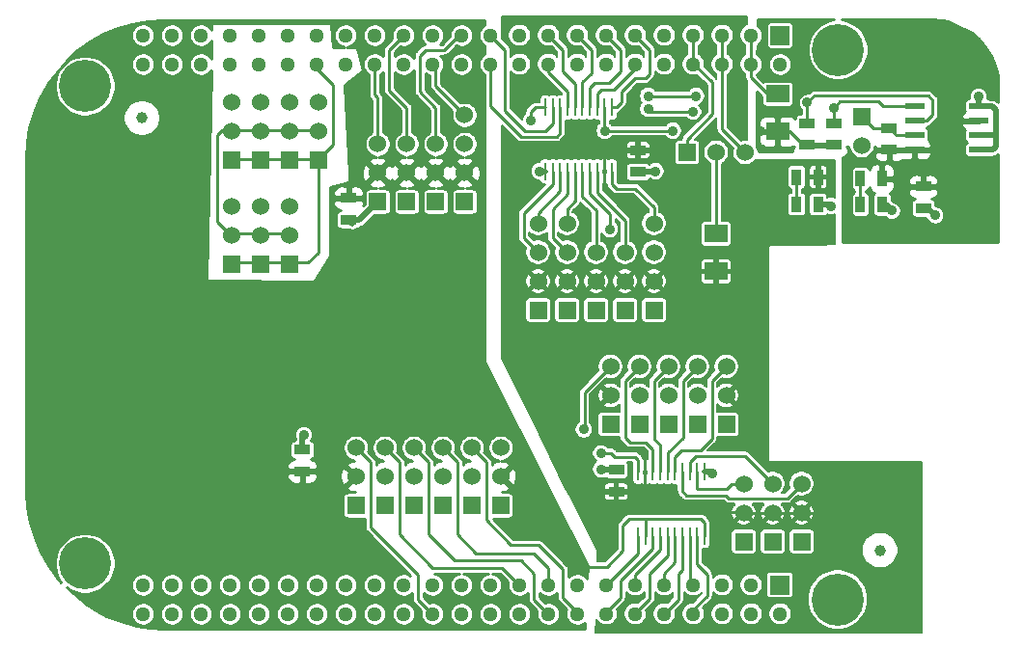
<source format=gtl>
%TF.GenerationSoftware,KiCad,Pcbnew,(5.1.10)-1*%
%TF.CreationDate,2022-04-08T15:59:23-04:00*%
%TF.ProjectId,BBB-GVS-X4,4242422d-4756-4532-9d58-342e6b696361,0.3*%
%TF.SameCoordinates,PX5962530PY32436e8*%
%TF.FileFunction,Copper,L1,Top*%
%TF.FilePolarity,Positive*%
%FSLAX46Y46*%
G04 Gerber Fmt 4.6, Leading zero omitted, Abs format (unit mm)*
G04 Created by KiCad (PCBNEW (5.1.10)-1) date 2022-04-08 15:59:23*
%MOMM*%
%LPD*%
G01*
G04 APERTURE LIST*
%TA.AperFunction,SMDPad,CuDef*%
%ADD10R,0.250000X1.550000*%
%TD*%
%TA.AperFunction,SMDPad,CuDef*%
%ADD11R,2.032000X1.524000*%
%TD*%
%TA.AperFunction,SMDPad,CuDef*%
%ADD12R,1.397000X0.889000*%
%TD*%
%TA.AperFunction,SMDPad,CuDef*%
%ADD13R,0.889000X1.397000*%
%TD*%
%TA.AperFunction,ComponentPad*%
%ADD14R,1.524000X1.524000*%
%TD*%
%TA.AperFunction,ComponentPad*%
%ADD15C,1.524000*%
%TD*%
%TA.AperFunction,SMDPad,CuDef*%
%ADD16C,1.000000*%
%TD*%
%TA.AperFunction,ComponentPad*%
%ADD17C,4.572000*%
%TD*%
%TA.AperFunction,ComponentPad*%
%ADD18R,1.651000X1.651000*%
%TD*%
%TA.AperFunction,ComponentPad*%
%ADD19C,1.300480*%
%TD*%
%TA.AperFunction,SMDPad,CuDef*%
%ADD20R,1.651000X0.599440*%
%TD*%
%TA.AperFunction,ViaPad*%
%ADD21C,0.889000*%
%TD*%
%TA.AperFunction,Conductor*%
%ADD22C,0.254000*%
%TD*%
%TA.AperFunction,Conductor*%
%ADD23C,0.508000*%
%TD*%
%TA.AperFunction,Conductor*%
%ADD24C,0.203200*%
%TD*%
%TA.AperFunction,Conductor*%
%ADD25C,0.150000*%
%TD*%
G04 APERTURE END LIST*
D10*
%TO.P,U2,11*%
%TO.N,GND*%
X46072000Y-13849000D03*
%TO.P,U2,12*%
%TO.N,/P9 Connector/U2TX*%
X46747000Y-13849000D03*
%TO.P,U2,13*%
%TO.N,/P9 Connector/U2RX*%
X47397000Y-13849000D03*
%TO.P,U2,14*%
%TO.N,/P9 Connector/I2C1SD*%
X48047000Y-13849000D03*
%TO.P,U2,15*%
%TO.N,/P9 Connector/I2C1CL*%
X48697000Y-13849000D03*
%TO.P,U2,16*%
%TO.N,/P9 Connector/GP116*%
X49347000Y-13849000D03*
%TO.P,U2,17*%
%TO.N,/P9 Connector/U4TX*%
X49997000Y-13849000D03*
%TO.P,U2,18*%
%TO.N,/P9 Connector/GP1_28*%
X50647000Y-13849000D03*
%TO.P,U2,19*%
%TO.N,VDD_5V*%
X51297000Y-13849000D03*
%TO.P,U2,20*%
%TO.N,/P9 Connector/U4RX*%
X51947000Y-13849000D03*
%TO.P,U2,1*%
%TO.N,/P9 Connector/UART4_RXD*%
X51947000Y-8249000D03*
%TO.P,U2,2*%
%TO.N,VDD_3V3EXP*%
X51297000Y-8249000D03*
%TO.P,U2,3*%
%TO.N,/P9 Connector/GPIO1_28*%
X50647000Y-8249000D03*
%TO.P,U2,4*%
%TO.N,/P9 Connector/UART4_TXD*%
X49997000Y-8249000D03*
%TO.P,U2,5*%
%TO.N,/P9 Connector/GPIO1_16*%
X49347000Y-8249000D03*
%TO.P,U2,6*%
%TO.N,/P9 Connector/I2C1_SCL*%
X48697000Y-8249000D03*
%TO.P,U2,7*%
%TO.N,/P9 Connector/I2C1_SDA*%
X48047000Y-8249000D03*
%TO.P,U2,8*%
%TO.N,/P9 Connector/UART2_RXD*%
X47397000Y-8249000D03*
%TO.P,U2,9*%
%TO.N,/P9 Connector/UART2_TXD*%
X46747000Y-8249000D03*
%TO.P,U2,10*%
%TO.N,VDD_3V3EXP*%
X46097000Y-8249000D03*
%TD*%
%TO.P,U4,11*%
%TO.N,GND*%
X60100000Y-40253000D03*
%TO.P,U4,12*%
%TO.N,/P8 Connector/TIM7*%
X59425000Y-40253000D03*
%TO.P,U4,13*%
%TO.N,/P8 Connector/TIM4*%
X58775000Y-40253000D03*
%TO.P,U4,14*%
%TO.N,/P8 Connector/TIM6*%
X58125000Y-40253000D03*
%TO.P,U4,15*%
%TO.N,/P8 Connector/TIM5*%
X57475000Y-40253000D03*
%TO.P,U4,16*%
%TO.N,/P8 Connector/GP1_12*%
X56825000Y-40253000D03*
%TO.P,U4,17*%
%TO.N,/P8 Connector/GP1_13*%
X56175000Y-40253000D03*
%TO.P,U4,18*%
%TO.N,/P8 Connector/GP0_26*%
X55525000Y-40253000D03*
%TO.P,U4,19*%
%TO.N,VDD_5V*%
X54875000Y-40253000D03*
%TO.P,U4,20*%
%TO.N,/P8 Connector/PWM2B*%
X54225000Y-40253000D03*
%TO.P,U4,1*%
%TO.N,/P8 Connector/EHRPWM2B*%
X54225000Y-45853000D03*
%TO.P,U4,2*%
%TO.N,VDD_3V3EXP*%
X54875000Y-45853000D03*
%TO.P,U4,3*%
%TO.N,/P8 Connector/GPIO0_26*%
X55525000Y-45853000D03*
%TO.P,U4,4*%
%TO.N,/P8 Connector/GPIO1_13*%
X56175000Y-45853000D03*
%TO.P,U4,5*%
%TO.N,/P8 Connector/GPIO1_12*%
X56825000Y-45853000D03*
%TO.P,U4,6*%
%TO.N,/P8 Connector/TIMER5*%
X57475000Y-45853000D03*
%TO.P,U4,7*%
%TO.N,/P8 Connector/TIMER6*%
X58125000Y-45853000D03*
%TO.P,U4,8*%
%TO.N,/P8 Connector/TIMER4*%
X58775000Y-45853000D03*
%TO.P,U4,9*%
%TO.N,/P8 Connector/TIMER7*%
X59425000Y-45853000D03*
%TO.P,U4,10*%
%TO.N,VDD_3V3EXP*%
X60075000Y-45853000D03*
%TD*%
D11*
%TO.P,F1,1*%
%TO.N,VDD_5V*%
X61074000Y-22646000D03*
%TO.P,F1,2*%
%TO.N,Net-(F1-Pad2)*%
X61074000Y-19344000D03*
%TD*%
D12*
%TO.P,C3,1*%
%TO.N,VDD_3V3EXP*%
X79248000Y-15176500D03*
%TO.P,C3,2*%
%TO.N,GND*%
X79248000Y-17081500D03*
%TD*%
%TO.P,C5,1*%
%TO.N,VDD_5V*%
X52324000Y-41973500D03*
%TO.P,C5,2*%
%TO.N,GND*%
X52324000Y-40068500D03*
%TD*%
%TO.P,C2,1*%
%TO.N,VDD_5V*%
X54229000Y-12001500D03*
%TO.P,C2,2*%
%TO.N,GND*%
X54229000Y-13906500D03*
%TD*%
%TO.P,C4,1*%
%TO.N,VDD_3V3EXP*%
X24765000Y-40195500D03*
%TO.P,C4,2*%
%TO.N,GND*%
X24765000Y-38290500D03*
%TD*%
%TO.P,C1,1*%
%TO.N,VDD_3V3EXP*%
X28829000Y-16192500D03*
%TO.P,C1,2*%
%TO.N,GND*%
X28829000Y-18097500D03*
%TD*%
D13*
%TO.P,D1,1*%
%TO.N,Net-(D1-Pad1)*%
X68135500Y-16764000D03*
%TO.P,D1,2*%
%TO.N,GND*%
X70040500Y-16764000D03*
%TD*%
%TO.P,R3,1*%
%TO.N,VDD_5V*%
X70040500Y-14351000D03*
%TO.P,R3,2*%
%TO.N,Net-(D1-Pad1)*%
X68135500Y-14351000D03*
%TD*%
D12*
%TO.P,R2,1*%
%TO.N,VDD_3V3EXP*%
X71374000Y-11547500D03*
%TO.P,R2,2*%
%TO.N,/P9 Connector/I2C2_SDA*%
X71374000Y-9642500D03*
%TD*%
%TO.P,R1,1*%
%TO.N,VDD_3V3EXP*%
X69074000Y-11547500D03*
%TO.P,R1,2*%
%TO.N,/P9 Connector/I2C2_SCL*%
X69074000Y-9642500D03*
%TD*%
D14*
%TO.P,J13,1*%
%TO.N,GND*%
X48006000Y-26035000D03*
D15*
%TO.P,J13,2*%
%TO.N,VDD_5V*%
X48006000Y-23495000D03*
%TO.P,J13,3*%
%TO.N,/P9 Connector/I2C1SD*%
X48006000Y-20955000D03*
%TO.P,J13,4*%
%TO.N,/P9 Connector/I2C1CL*%
X48006000Y-18415000D03*
%TD*%
D14*
%TO.P,J11,1*%
%TO.N,GND*%
X38989000Y-16510000D03*
D15*
%TO.P,J11,2*%
%TO.N,VDD_3V3EXP*%
X38989000Y-13970000D03*
%TO.P,J11,3*%
%TO.N,/P9 Connector/UART1_TXD*%
X38989000Y-11430000D03*
%TO.P,J11,4*%
%TO.N,/P9 Connector/UART1_RXD*%
X38989000Y-8890000D03*
%TD*%
D14*
%TO.P,J16,1*%
%TO.N,GND*%
X55626000Y-26035000D03*
D15*
%TO.P,J16,2*%
%TO.N,VDD_5V*%
X55626000Y-23495000D03*
%TO.P,J16,3*%
%TO.N,/P9 Connector/U4TX*%
X55626000Y-20955000D03*
%TO.P,J16,4*%
%TO.N,/P9 Connector/U4RX*%
X55626000Y-18415000D03*
%TD*%
D14*
%TO.P,J12,1*%
%TO.N,GND*%
X45466000Y-26035000D03*
D15*
%TO.P,J12,2*%
%TO.N,VDD_5V*%
X45466000Y-23495000D03*
%TO.P,J12,3*%
%TO.N,/P9 Connector/U2TX*%
X45466000Y-20955000D03*
%TO.P,J12,4*%
%TO.N,/P9 Connector/U2RX*%
X45466000Y-18415000D03*
%TD*%
D14*
%TO.P,J15,1*%
%TO.N,GND*%
X53086000Y-26035000D03*
D15*
%TO.P,J15,2*%
%TO.N,VDD_5V*%
X53086000Y-23495000D03*
%TO.P,J15,3*%
%TO.N,/P9 Connector/GP1_28*%
X53086000Y-20955000D03*
%TD*%
D14*
%TO.P,J28,1*%
%TO.N,GND*%
X59436000Y-36068000D03*
D15*
%TO.P,J28,2*%
%TO.N,VDD_5V*%
X59436000Y-33528000D03*
%TO.P,J28,3*%
%TO.N,/P8 Connector/GP1_12*%
X59436000Y-30988000D03*
%TD*%
D14*
%TO.P,J29,1*%
%TO.N,GND*%
X61976000Y-36068000D03*
D15*
%TO.P,J29,2*%
%TO.N,VDD_5V*%
X61976000Y-33528000D03*
%TO.P,J29,3*%
%TO.N,/P8 Connector/TIM5*%
X61976000Y-30988000D03*
%TD*%
D14*
%TO.P,J32,1*%
%TO.N,GND*%
X68580000Y-46355000D03*
D15*
%TO.P,J32,2*%
%TO.N,VDD_5V*%
X68580000Y-43815000D03*
%TO.P,J32,3*%
%TO.N,/P8 Connector/TIM6*%
X68580000Y-41275000D03*
%TD*%
D14*
%TO.P,J31,1*%
%TO.N,GND*%
X66040000Y-46355000D03*
D15*
%TO.P,J31,2*%
%TO.N,VDD_5V*%
X66040000Y-43815000D03*
%TO.P,J31,3*%
%TO.N,/P8 Connector/TIM4*%
X66040000Y-41275000D03*
%TD*%
D14*
%TO.P,J30,1*%
%TO.N,GND*%
X63500000Y-46355000D03*
D15*
%TO.P,J30,2*%
%TO.N,VDD_5V*%
X63500000Y-43815000D03*
%TO.P,J30,3*%
%TO.N,/P8 Connector/TIM7*%
X63500000Y-41275000D03*
%TD*%
D14*
%TO.P,J17,1*%
%TO.N,GND*%
X29464000Y-43180000D03*
D15*
%TO.P,J17,2*%
%TO.N,VDD_3V3EXP*%
X29464000Y-40640000D03*
%TO.P,J17,3*%
%TO.N,/P8 Connector/GPIO1_29*%
X29464000Y-38100000D03*
%TD*%
D14*
%TO.P,J18,1*%
%TO.N,GND*%
X32004000Y-43180000D03*
D15*
%TO.P,J18,2*%
%TO.N,VDD_3V3EXP*%
X32004000Y-40640000D03*
%TO.P,J18,3*%
%TO.N,/P8 Connector/EHRPWM2A*%
X32004000Y-38100000D03*
%TD*%
D14*
%TO.P,J19,1*%
%TO.N,GND*%
X34544000Y-43180000D03*
D15*
%TO.P,J19,2*%
%TO.N,VDD_3V3EXP*%
X34544000Y-40640000D03*
%TO.P,J19,3*%
%TO.N,/P8 Connector/GPIO2_1*%
X34544000Y-38100000D03*
%TD*%
D14*
%TO.P,J20,1*%
%TO.N,GND*%
X37084000Y-43180000D03*
D15*
%TO.P,J20,2*%
%TO.N,VDD_3V3EXP*%
X37084000Y-40640000D03*
%TO.P,J20,3*%
%TO.N,/P8 Connector/GPIO0_27*%
X37084000Y-38100000D03*
%TD*%
D14*
%TO.P,J21,1*%
%TO.N,GND*%
X39624000Y-43180000D03*
D15*
%TO.P,J21,2*%
%TO.N,VDD_3V3EXP*%
X39624000Y-40640000D03*
%TO.P,J21,3*%
%TO.N,/P8 Connector/GPIO1_14*%
X39624000Y-38100000D03*
%TD*%
D14*
%TO.P,J22,1*%
%TO.N,GND*%
X42164000Y-43180000D03*
D15*
%TO.P,J22,2*%
%TO.N,VDD_3V3EXP*%
X42164000Y-40640000D03*
%TO.P,J22,3*%
%TO.N,/P8 Connector/GPIO1_15*%
X42164000Y-38100000D03*
%TD*%
D14*
%TO.P,J1,1*%
%TO.N,/P9 Connector/GNDA_ADC*%
X18542000Y-12827000D03*
D15*
%TO.P,J1,2*%
%TO.N,/P9 Connector/VDD_ADC*%
X18542000Y-10287000D03*
%TO.P,J1,3*%
%TO.N,/P9 Connector/AIN1*%
X18542000Y-7747000D03*
%TD*%
D14*
%TO.P,J3,1*%
%TO.N,/P9 Connector/GNDA_ADC*%
X23622000Y-12827000D03*
D15*
%TO.P,J3,2*%
%TO.N,/P9 Connector/VDD_ADC*%
X23622000Y-10287000D03*
%TO.P,J3,3*%
%TO.N,/P9 Connector/AIN5*%
X23622000Y-7747000D03*
%TD*%
D14*
%TO.P,J5,1*%
%TO.N,/P9 Connector/GNDA_ADC*%
X18567400Y-21971000D03*
D15*
%TO.P,J5,2*%
%TO.N,/P9 Connector/VDD_ADC*%
X18567400Y-19431000D03*
%TO.P,J5,3*%
%TO.N,/P9 Connector/AIN0*%
X18567400Y-16891000D03*
%TD*%
D14*
%TO.P,J6,1*%
%TO.N,/P9 Connector/GNDA_ADC*%
X21082000Y-21971000D03*
D15*
%TO.P,J6,2*%
%TO.N,/P9 Connector/VDD_ADC*%
X21082000Y-19431000D03*
%TO.P,J6,3*%
%TO.N,/P9 Connector/AIN2*%
X21082000Y-16891000D03*
%TD*%
D14*
%TO.P,J4,1*%
%TO.N,/P9 Connector/GNDA_ADC*%
X26162000Y-12827000D03*
D15*
%TO.P,J4,2*%
%TO.N,/P9 Connector/VDD_ADC*%
X26162000Y-10287000D03*
%TO.P,J4,3*%
%TO.N,/P9 Connector/AIN4*%
X26162000Y-7747000D03*
%TD*%
D14*
%TO.P,J7,1*%
%TO.N,/P9 Connector/GNDA_ADC*%
X23622000Y-21971000D03*
D15*
%TO.P,J7,2*%
%TO.N,/P9 Connector/VDD_ADC*%
X23622000Y-19431000D03*
%TO.P,J7,3*%
%TO.N,/P9 Connector/AIN6*%
X23622000Y-16891000D03*
%TD*%
D14*
%TO.P,J9,1*%
%TO.N,GND*%
X33909000Y-16510000D03*
D15*
%TO.P,J9,2*%
%TO.N,VDD_3V3EXP*%
X33909000Y-13970000D03*
%TO.P,J9,3*%
%TO.N,/P9 Connector/GPIO3_19*%
X33909000Y-11430000D03*
%TD*%
D14*
%TO.P,J10,1*%
%TO.N,GND*%
X36449000Y-16510000D03*
D15*
%TO.P,J10,2*%
%TO.N,VDD_3V3EXP*%
X36449000Y-13970000D03*
%TO.P,J10,3*%
%TO.N,/P9 Connector/GPIO1_17*%
X36449000Y-11430000D03*
%TD*%
D14*
%TO.P,J14,1*%
%TO.N,GND*%
X50546000Y-26035000D03*
D15*
%TO.P,J14,2*%
%TO.N,VDD_5V*%
X50546000Y-23495000D03*
%TO.P,J14,3*%
%TO.N,/P9 Connector/GP116*%
X50546000Y-20955000D03*
%TD*%
D14*
%TO.P,J25,1*%
%TO.N,GND*%
X51816000Y-36068000D03*
D15*
%TO.P,J25,2*%
%TO.N,VDD_5V*%
X51816000Y-33528000D03*
%TO.P,J25,3*%
%TO.N,/P8 Connector/PWM2B*%
X51816000Y-30988000D03*
%TD*%
D14*
%TO.P,J26,1*%
%TO.N,GND*%
X54356000Y-36068000D03*
D15*
%TO.P,J26,2*%
%TO.N,VDD_5V*%
X54356000Y-33528000D03*
%TO.P,J26,3*%
%TO.N,/P8 Connector/GP0_26*%
X54356000Y-30988000D03*
%TD*%
D14*
%TO.P,J27,1*%
%TO.N,GND*%
X56896000Y-36068000D03*
D15*
%TO.P,J27,2*%
%TO.N,VDD_5V*%
X56896000Y-33528000D03*
%TO.P,J27,3*%
%TO.N,/P8 Connector/GP1_13*%
X56896000Y-30988000D03*
%TD*%
D14*
%TO.P,J2,1*%
%TO.N,/P9 Connector/GNDA_ADC*%
X21082000Y-12827000D03*
D15*
%TO.P,J2,2*%
%TO.N,/P9 Connector/VDD_ADC*%
X21082000Y-10287000D03*
%TO.P,J2,3*%
%TO.N,/P9 Connector/AIN3*%
X21082000Y-7747000D03*
%TD*%
D16*
%TO.P,FID2,1*%
%TO.N,N/C*%
X75438000Y-47117000D03*
%TD*%
%TO.P,FID1,1*%
%TO.N,N/C*%
X10668000Y-9144000D03*
%TD*%
D14*
%TO.P,J8,1*%
%TO.N,GND*%
X31369000Y-16510000D03*
D15*
%TO.P,J8,2*%
%TO.N,VDD_3V3EXP*%
X31369000Y-13970000D03*
%TO.P,J8,3*%
%TO.N,/P9 Connector/SPI1_D1*%
X31369000Y-11430000D03*
%TD*%
D14*
%TO.P,J23,1*%
%TO.N,/P9 Connector/SYS_5V*%
X58547000Y-12192000D03*
D15*
%TO.P,J23,2*%
%TO.N,Net-(F1-Pad2)*%
X61087000Y-12192000D03*
%TO.P,J23,3*%
%TO.N,VDD_5V-UF*%
X63627000Y-12192000D03*
%TD*%
D11*
%TO.P,F2,1*%
%TO.N,VDD_3V3EXP*%
X66474000Y-10346000D03*
%TO.P,F2,2*%
%TO.N,/P9 Connector/VDD_3V3-UF*%
X66474000Y-7044000D03*
%TD*%
D17*
%TO.P,BRD1,M1*%
%TO.N,N/C*%
X5715000Y-6350000D03*
%TO.P,BRD1,M2*%
X71755000Y-3175000D03*
%TO.P,BRD1,M3*%
X71755000Y-51435000D03*
%TO.P,BRD1,M4*%
X5715000Y-48260000D03*
D18*
%TO.P,BRD1,C1*%
%TO.N,GND*%
X66675000Y-1905000D03*
D19*
%TO.P,BRD1,C2*%
X66675000Y-4445000D03*
%TO.P,BRD1,C3*%
%TO.N,/P9 Connector/VDD_3V3-UF*%
X64135000Y-1905000D03*
%TO.P,BRD1,C4*%
X64135000Y-4445000D03*
%TO.P,BRD1,C5*%
%TO.N,VDD_5V-UF*%
X61595000Y-1905000D03*
%TO.P,BRD1,C6*%
X61595000Y-4445000D03*
%TO.P,BRD1,C7*%
%TO.N,/P9 Connector/SYS_5V*%
X59055000Y-1905000D03*
%TO.P,BRD1,C8*%
X59055000Y-4445000D03*
%TO.P,BRD1,C9*%
%TO.N,N/C*%
X56515000Y-1905000D03*
%TO.P,BRD1,C10*%
X56515000Y-4445000D03*
%TO.P,BRD1,C11*%
%TO.N,/P9 Connector/UART4_RXD*%
X53975000Y-1905000D03*
%TO.P,BRD1,C12*%
%TO.N,/P9 Connector/GPIO1_28*%
X53975000Y-4445000D03*
%TO.P,BRD1,C13*%
%TO.N,/P9 Connector/UART4_TXD*%
X51435000Y-1905000D03*
%TO.P,BRD1,C14*%
%TO.N,N/C*%
X51435000Y-4445000D03*
%TO.P,BRD1,C15*%
%TO.N,/P9 Connector/GPIO1_16*%
X48895000Y-1905000D03*
%TO.P,BRD1,C16*%
%TO.N,N/C*%
X48895000Y-4445000D03*
%TO.P,BRD1,C17*%
%TO.N,/P9 Connector/I2C1_SCL*%
X46355000Y-1905000D03*
%TO.P,BRD1,C18*%
%TO.N,/P9 Connector/I2C1_SDA*%
X46355000Y-4445000D03*
%TO.P,BRD1,C19*%
%TO.N,/P9 Connector/I2C2_SCL*%
X43815000Y-1905000D03*
%TO.P,BRD1,C20*%
%TO.N,/P9 Connector/I2C2_SDA*%
X43815000Y-4445000D03*
%TO.P,BRD1,C21*%
%TO.N,/P9 Connector/UART2_TXD*%
X41275000Y-1905000D03*
%TO.P,BRD1,C22*%
%TO.N,/P9 Connector/UART2_RXD*%
X41275000Y-4445000D03*
%TO.P,BRD1,C23*%
%TO.N,/P9 Connector/GPIO1_17*%
X38735000Y-1905000D03*
%TO.P,BRD1,C24*%
%TO.N,/P9 Connector/UART1_TXD*%
X38735000Y-4445000D03*
%TO.P,BRD1,C25*%
%TO.N,N/C*%
X36195000Y-1905000D03*
%TO.P,BRD1,C26*%
%TO.N,/P9 Connector/UART1_RXD*%
X36195000Y-4445000D03*
%TO.P,BRD1,C27*%
%TO.N,/P9 Connector/GPIO3_19*%
X33655000Y-1905000D03*
%TO.P,BRD1,C28*%
%TO.N,N/C*%
X33655000Y-4445000D03*
%TO.P,BRD1,C29*%
X31115000Y-1905000D03*
%TO.P,BRD1,C30*%
%TO.N,/P9 Connector/SPI1_D1*%
X31115000Y-4445000D03*
%TO.P,BRD1,C31*%
%TO.N,N/C*%
X28575000Y-1905000D03*
%TO.P,BRD1,C32*%
%TO.N,/P9 Connector/VDD_ADC*%
X28575000Y-4445000D03*
%TO.P,BRD1,C33*%
%TO.N,/P9 Connector/AIN4*%
X26035000Y-1905000D03*
%TO.P,BRD1,C34*%
%TO.N,/P9 Connector/GNDA_ADC*%
X26035000Y-4445000D03*
%TO.P,BRD1,C35*%
%TO.N,/P9 Connector/AIN6*%
X23495000Y-1905000D03*
%TO.P,BRD1,C36*%
%TO.N,/P9 Connector/AIN5*%
X23495000Y-4445000D03*
%TO.P,BRD1,C37*%
%TO.N,/P9 Connector/AIN2*%
X20955000Y-1905000D03*
%TO.P,BRD1,C38*%
%TO.N,/P9 Connector/AIN3*%
X20955000Y-4445000D03*
%TO.P,BRD1,C39*%
%TO.N,/P9 Connector/AIN0*%
X18415000Y-1905000D03*
%TO.P,BRD1,C40*%
%TO.N,/P9 Connector/AIN1*%
X18415000Y-4445000D03*
%TO.P,BRD1,C41*%
%TO.N,N/C*%
X15875000Y-1905000D03*
%TO.P,BRD1,C42*%
X15875000Y-4445000D03*
%TO.P,BRD1,C43*%
%TO.N,GND*%
X13335000Y-1905000D03*
%TO.P,BRD1,C44*%
X13335000Y-4445000D03*
%TO.P,BRD1,C45*%
X10795000Y-1905000D03*
%TO.P,BRD1,C46*%
X10795000Y-4445000D03*
D18*
%TO.P,BRD1,B1*%
X66675000Y-50165000D03*
D19*
%TO.P,BRD1,B2*%
X66675000Y-52705000D03*
%TO.P,BRD1,B3*%
%TO.N,N/C*%
X64135000Y-50165000D03*
%TO.P,BRD1,B4*%
X64135000Y-52705000D03*
%TO.P,BRD1,B5*%
X61595000Y-50165000D03*
%TO.P,BRD1,B6*%
X61595000Y-52705000D03*
%TO.P,BRD1,B7*%
%TO.N,/P8 Connector/TIMER4*%
X59055000Y-50165000D03*
%TO.P,BRD1,B8*%
%TO.N,/P8 Connector/TIMER7*%
X59055000Y-52705000D03*
%TO.P,BRD1,B9*%
%TO.N,/P8 Connector/TIMER5*%
X56515000Y-50165000D03*
%TO.P,BRD1,B10*%
%TO.N,/P8 Connector/TIMER6*%
X56515000Y-52705000D03*
%TO.P,BRD1,B11*%
%TO.N,/P8 Connector/GPIO1_13*%
X53975000Y-50165000D03*
%TO.P,BRD1,B12*%
%TO.N,/P8 Connector/GPIO1_12*%
X53975000Y-52705000D03*
%TO.P,BRD1,B13*%
%TO.N,/P8 Connector/EHRPWM2B*%
X51435000Y-50165000D03*
%TO.P,BRD1,B14*%
%TO.N,/P8 Connector/GPIO0_26*%
X51435000Y-52705000D03*
%TO.P,BRD1,B15*%
%TO.N,/P8 Connector/GPIO1_15*%
X48895000Y-50165000D03*
%TO.P,BRD1,B16*%
%TO.N,/P8 Connector/GPIO1_14*%
X48895000Y-52705000D03*
%TO.P,BRD1,B17*%
%TO.N,/P8 Connector/GPIO0_27*%
X46355000Y-50165000D03*
%TO.P,BRD1,B18*%
%TO.N,/P8 Connector/GPIO2_1*%
X46355000Y-52705000D03*
%TO.P,BRD1,B19*%
%TO.N,/P8 Connector/EHRPWM2A*%
X43815000Y-50165000D03*
%TO.P,BRD1,B20*%
%TO.N,N/C*%
X43815000Y-52705000D03*
%TO.P,BRD1,B21*%
X41275000Y-50165000D03*
%TO.P,BRD1,B22*%
X41275000Y-52705000D03*
%TO.P,BRD1,B23*%
X38735000Y-50165000D03*
%TO.P,BRD1,B24*%
X38735000Y-52705000D03*
%TO.P,BRD1,B25*%
X36195000Y-50165000D03*
%TO.P,BRD1,B26*%
%TO.N,/P8 Connector/GPIO1_29*%
X36195000Y-52705000D03*
%TO.P,BRD1,B27*%
%TO.N,N/C*%
X33655000Y-50165000D03*
%TO.P,BRD1,B28*%
X33655000Y-52705000D03*
%TO.P,BRD1,B29*%
X31115000Y-50165000D03*
%TO.P,BRD1,B30*%
X31115000Y-52705000D03*
%TO.P,BRD1,B31*%
X28575000Y-50165000D03*
%TO.P,BRD1,B32*%
X28575000Y-52705000D03*
%TO.P,BRD1,B33*%
X26035000Y-50165000D03*
%TO.P,BRD1,B34*%
X26035000Y-52705000D03*
%TO.P,BRD1,B35*%
X23495000Y-50165000D03*
%TO.P,BRD1,B36*%
X23495000Y-52705000D03*
%TO.P,BRD1,B37*%
X20955000Y-50165000D03*
%TO.P,BRD1,B38*%
X20955000Y-52705000D03*
%TO.P,BRD1,B39*%
X18415000Y-50165000D03*
%TO.P,BRD1,B40*%
X18415000Y-52705000D03*
%TO.P,BRD1,B41*%
X15875000Y-50165000D03*
%TO.P,BRD1,B42*%
X15875000Y-52705000D03*
%TO.P,BRD1,B43*%
X13335000Y-50165000D03*
%TO.P,BRD1,B44*%
X13335000Y-52705000D03*
%TO.P,BRD1,B45*%
X10795000Y-50165000D03*
%TO.P,BRD1,B46*%
X10795000Y-52705000D03*
%TD*%
D13*
%TO.P,D2,1*%
%TO.N,Net-(D2-Pad1)*%
X73723500Y-16764000D03*
%TO.P,D2,2*%
%TO.N,GND*%
X75628500Y-16764000D03*
%TD*%
%TO.P,R4,1*%
%TO.N,VDD_3V3EXP*%
X75628500Y-14478000D03*
%TO.P,R4,2*%
%TO.N,Net-(D2-Pad1)*%
X73723500Y-14478000D03*
%TD*%
D20*
%TO.P,U3,8*%
%TO.N,VDD_3V3EXP*%
X78486000Y-11938000D03*
%TO.P,U3,1*%
%TO.N,GND*%
X84074000Y-11938000D03*
%TO.P,U3,7*%
%TO.N,Net-(J33-Pad1)*%
X78486000Y-10668000D03*
%TO.P,U3,6*%
%TO.N,/P9 Connector/I2C2_SCL*%
X78486000Y-9398000D03*
%TO.P,U3,5*%
%TO.N,/P9 Connector/I2C2_SDA*%
X78486000Y-8128000D03*
%TO.P,U3,2*%
%TO.N,GND*%
X84074000Y-10668000D03*
%TO.P,U3,3*%
%TO.N,VDD_3V3EXP*%
X84074000Y-9398000D03*
%TO.P,U3,4*%
%TO.N,GND*%
X84074000Y-8128000D03*
%TD*%
D12*
%TO.P,R8,1*%
%TO.N,VDD_3V3EXP*%
X76274000Y-11947500D03*
%TO.P,R8,2*%
%TO.N,Net-(J33-Pad1)*%
X76274000Y-10042500D03*
%TD*%
D14*
%TO.P,J33,1*%
%TO.N,Net-(J33-Pad1)*%
X73827640Y-9027160D03*
D15*
%TO.P,J33,2*%
%TO.N,GND*%
X73827640Y-11567160D03*
%TD*%
D21*
%TO.N,/P8 Connector/PWM2B*%
X50990500Y-38608000D03*
X49466500Y-36512500D03*
%TO.N,/P9 Connector/I2C2_SCL*%
X55118000Y-7239000D03*
X59309000Y-7239000D03*
X69074000Y-7795000D03*
%TO.N,/P9 Connector/I2C2_SDA*%
X71374000Y-8295000D03*
X55118000Y-8382000D03*
X59055000Y-8636000D03*
%TO.N,/P9 Connector/U4TX*%
X51752500Y-18923000D03*
%TO.N,GND*%
X76474000Y-17295000D03*
X80274000Y-17695000D03*
X84074000Y-7239000D03*
X50990500Y-40005000D03*
X71120000Y-16891000D03*
X24892000Y-36957000D03*
X45593000Y-13843000D03*
X55753000Y-13843000D03*
X60706000Y-40360600D03*
%TO.N,VDD_3V3EXP*%
X57277000Y-10287000D03*
X64974000Y-10295000D03*
X44831000Y-9398000D03*
X40513000Y-10414000D03*
X51308000Y-10287000D03*
%TD*%
D22*
%TO.N,/P8 Connector/EHRPWM2A*%
X43815000Y-50165000D02*
X42291000Y-48641000D01*
X42291000Y-48641000D02*
X36195000Y-48641000D01*
X36195000Y-48641000D02*
X33274000Y-45720000D01*
X33274000Y-45720000D02*
X33274000Y-39395400D01*
X33274000Y-39395400D02*
X32004000Y-38125400D01*
%TO.N,/P8 Connector/EHRPWM2B*%
X54225000Y-45853000D02*
X54225000Y-47375000D01*
X54225000Y-47375000D02*
X51435000Y-50165000D01*
%TO.N,/P8 Connector/GP0_26*%
X55525000Y-40253000D02*
X55525000Y-38253000D01*
X53530500Y-37655500D02*
X53086000Y-37211000D01*
X54927500Y-37655500D02*
X53530500Y-37655500D01*
X55525000Y-38253000D02*
X54927500Y-37655500D01*
X53086000Y-32258000D02*
X54356000Y-30988000D01*
X53086000Y-37211000D02*
X53086000Y-32258000D01*
%TO.N,/P8 Connector/GP1_12*%
X56825000Y-40253000D02*
X56825000Y-38552000D01*
X58166000Y-32258000D02*
X59436000Y-30988000D01*
X58166000Y-37211000D02*
X58166000Y-32258000D01*
X56825000Y-38552000D02*
X58166000Y-37211000D01*
%TO.N,/P8 Connector/GP1_13*%
X56175000Y-40253000D02*
X56175000Y-37887000D01*
X55626000Y-32258000D02*
X56896000Y-30988000D01*
X55626000Y-37338000D02*
X55626000Y-32258000D01*
X56175000Y-37887000D02*
X55626000Y-37338000D01*
%TO.N,/P8 Connector/GPIO0_26*%
X51435000Y-52705000D02*
X51435000Y-52552600D01*
X52679600Y-49809400D02*
X55525000Y-46964000D01*
X52679600Y-51308000D02*
X52679600Y-49809400D01*
X51435000Y-52552600D02*
X52679600Y-51308000D01*
X55525000Y-45853000D02*
X55525000Y-46964000D01*
%TO.N,/P8 Connector/GPIO0_27*%
X46355000Y-50165000D02*
X46355000Y-48641000D01*
X46355000Y-48641000D02*
X45085000Y-47371000D01*
X45085000Y-47371000D02*
X40005000Y-47371000D01*
X40005000Y-47371000D02*
X38354000Y-45720000D01*
X38354000Y-45720000D02*
X38354000Y-39370000D01*
X38354000Y-39370000D02*
X37084000Y-38100000D01*
%TO.N,/P8 Connector/GPIO1_12*%
X53975000Y-52705000D02*
X53975000Y-52679600D01*
X56825000Y-47594400D02*
X56825000Y-45853000D01*
X55270400Y-49149000D02*
X56825000Y-47594400D01*
X55270400Y-51384200D02*
X55270400Y-49149000D01*
X53975000Y-52679600D02*
X55270400Y-51384200D01*
%TO.N,/P8 Connector/GPIO1_13*%
X56175000Y-45853000D02*
X56175000Y-47076000D01*
X53975000Y-49276000D02*
X53975000Y-50165000D01*
X56175000Y-47076000D02*
X53975000Y-49276000D01*
%TO.N,/P8 Connector/GPIO1_14*%
X45466000Y-46609000D02*
X43053000Y-46609000D01*
X40894000Y-39395400D02*
X39624000Y-38125400D01*
X40894000Y-44450000D02*
X40894000Y-39395400D01*
X43053000Y-46609000D02*
X40894000Y-44450000D01*
X48895000Y-52705000D02*
X48895000Y-52578000D01*
X48895000Y-52578000D02*
X47625000Y-51308000D01*
X47625000Y-51308000D02*
X47625000Y-48768000D01*
X47625000Y-48768000D02*
X45466000Y-46609000D01*
%TO.N,/P8 Connector/GPIO1_29*%
X36195000Y-52705000D02*
X34925000Y-51435000D01*
X34925000Y-51435000D02*
X34925000Y-49276000D01*
X34925000Y-49276000D02*
X30734000Y-45085000D01*
X30734000Y-45085000D02*
X30734000Y-39370000D01*
X30734000Y-39370000D02*
X29464000Y-38100000D01*
%TO.N,/P8 Connector/GPIO2_1*%
X46355000Y-52705000D02*
X45085000Y-51435000D01*
X45085000Y-51435000D02*
X45085000Y-49149000D01*
X45085000Y-49149000D02*
X43942000Y-48006000D01*
X43942000Y-48006000D02*
X38100000Y-48006000D01*
X38100000Y-48006000D02*
X35814000Y-45720000D01*
X35814000Y-45720000D02*
X35814000Y-39370000D01*
X35814000Y-39370000D02*
X34544000Y-38100000D01*
%TO.N,/P8 Connector/PWM2B*%
X50990500Y-38608000D02*
X51879500Y-38608000D01*
X52197000Y-38925500D02*
X53975000Y-38925500D01*
X51879500Y-38608000D02*
X52197000Y-38925500D01*
X54225000Y-40253000D02*
X54225000Y-39175500D01*
X54225000Y-39175500D02*
X53975000Y-38925500D01*
X49530000Y-33274000D02*
X51816000Y-30988000D01*
X49530000Y-36449000D02*
X49530000Y-33274000D01*
X49466500Y-36512500D02*
X49530000Y-36449000D01*
%TO.N,/P8 Connector/TIM4*%
X58775000Y-40253000D02*
X58775000Y-39396002D01*
X63627002Y-38862002D02*
X66040000Y-41275000D01*
X59309000Y-38862002D02*
X63627002Y-38862002D01*
X58775000Y-39396002D02*
X59309000Y-38862002D01*
X65608200Y-40843200D02*
X66040000Y-41275000D01*
%TO.N,/P8 Connector/TIM5*%
X57475000Y-40253000D02*
X57475000Y-38918000D01*
X57475000Y-38918000D02*
X58039000Y-38354000D01*
X58039000Y-38354000D02*
X59690000Y-38354000D01*
X59690000Y-38354000D02*
X60706000Y-37338000D01*
X60706000Y-37338000D02*
X60706000Y-32258000D01*
X60706000Y-32258000D02*
X61976000Y-30988000D01*
%TO.N,/P8 Connector/TIM6*%
X67310000Y-42545000D02*
X62166500Y-42545000D01*
X58483500Y-42291000D02*
X58125000Y-41932500D01*
X61912500Y-42291000D02*
X58483500Y-42291000D01*
X62166500Y-42545000D02*
X61912500Y-42291000D01*
X58125000Y-40253000D02*
X58125000Y-41932500D01*
X67310000Y-42545000D02*
X68580000Y-41275000D01*
%TO.N,/P8 Connector/TIM7*%
X63500000Y-41275000D02*
X62420500Y-41275000D01*
X61976000Y-41719500D02*
X59425000Y-41719500D01*
X62420500Y-41275000D02*
X61976000Y-41719500D01*
X59425000Y-40253000D02*
X59425000Y-41719500D01*
%TO.N,/P8 Connector/TIMER4*%
X58775000Y-45853000D02*
X58775000Y-49885000D01*
X58775000Y-49885000D02*
X59055000Y-50165000D01*
%TO.N,/P8 Connector/TIMER5*%
X57475000Y-45853000D02*
X57475000Y-48189000D01*
X56515000Y-49149000D02*
X56515000Y-50165000D01*
X57475000Y-48189000D02*
X56515000Y-49149000D01*
%TO.N,/P8 Connector/TIMER6*%
X58125000Y-45853000D02*
X58125000Y-48809000D01*
X57785000Y-51435000D02*
X56515000Y-52705000D01*
X57785000Y-49149000D02*
X57785000Y-51435000D01*
X58125000Y-48809000D02*
X57785000Y-49149000D01*
%TO.N,/P8 Connector/TIMER7*%
X59425000Y-45853000D02*
X59425000Y-48376000D01*
X59425000Y-48376000D02*
X60299600Y-49250600D01*
X59055000Y-52705000D02*
X59055000Y-52349400D01*
X60299600Y-51104800D02*
X60299600Y-49250600D01*
X59055000Y-52349400D02*
X60299600Y-51104800D01*
%TO.N,/P9 Connector/GNDA_ADC*%
X18592800Y-21818600D02*
X21082000Y-21818600D01*
X21082000Y-21818600D02*
X21132800Y-21869400D01*
X21132800Y-21869400D02*
X23723600Y-21869400D01*
X21132800Y-21869400D02*
X25247600Y-21869400D01*
X25247600Y-21869400D02*
X26162000Y-20955000D01*
X26162000Y-20955000D02*
X26162000Y-12776200D01*
X26035000Y-4445000D02*
X26035000Y-4826000D01*
X26035000Y-4826000D02*
X27432000Y-6223000D01*
X18542000Y-12776200D02*
X21082000Y-12776200D01*
X21082000Y-12776200D02*
X23622000Y-12776200D01*
X23622000Y-12776200D02*
X26162000Y-12776200D01*
X26162000Y-12776200D02*
X27432000Y-11506200D01*
X27432000Y-11506200D02*
X27432000Y-6223000D01*
%TO.N,/P9 Connector/GP116*%
X49347000Y-13849000D02*
X49347000Y-16073000D01*
X50546000Y-17272000D02*
X50546000Y-20955000D01*
X49347000Y-16073000D02*
X50546000Y-17272000D01*
%TO.N,/P9 Connector/GP1_28*%
X50647000Y-13849000D02*
X50647000Y-15722000D01*
X53086000Y-18161000D02*
X53086000Y-20955000D01*
X50647000Y-15722000D02*
X53086000Y-18161000D01*
%TO.N,/P9 Connector/GPIO1_16*%
X49347000Y-8249000D02*
X49347000Y-6025000D01*
X50165000Y-3175000D02*
X48895000Y-1905000D01*
X50165000Y-5207000D02*
X50165000Y-3175000D01*
X49347000Y-6025000D02*
X50165000Y-5207000D01*
%TO.N,/P9 Connector/GPIO1_17*%
X36449000Y-11430000D02*
X36449000Y-8255000D01*
X38481000Y-1905000D02*
X38735000Y-1905000D01*
X37211000Y-3175000D02*
X38481000Y-1905000D01*
X35560000Y-3175000D02*
X37211000Y-3175000D01*
X35052000Y-3683000D02*
X35560000Y-3175000D01*
X35052000Y-6858000D02*
X35052000Y-3683000D01*
X36449000Y-8255000D02*
X35052000Y-6858000D01*
%TO.N,/P9 Connector/GPIO1_28*%
X50647000Y-8249000D02*
X50647000Y-7011000D01*
X50647000Y-7011000D02*
X50963000Y-6695000D01*
X53975000Y-4794000D02*
X53975000Y-4445000D01*
X52074000Y-6695000D02*
X53975000Y-4794000D01*
X50963000Y-6695000D02*
X52074000Y-6695000D01*
%TO.N,/P9 Connector/GPIO3_19*%
X33655000Y-1905000D02*
X32385000Y-3175000D01*
X33909000Y-8255000D02*
X33909000Y-11430000D01*
X32385000Y-6731000D02*
X33909000Y-8255000D01*
X32385000Y-3175000D02*
X32385000Y-6731000D01*
%TO.N,/P9 Connector/I2C1CL*%
X48697000Y-13849000D02*
X48697000Y-16454000D01*
X48006000Y-17145000D02*
X48006000Y-18415000D01*
X48697000Y-16454000D02*
X48006000Y-17145000D01*
%TO.N,/P9 Connector/I2C1SD*%
X48047000Y-13849000D02*
X48047000Y-15834000D01*
X46736000Y-19685000D02*
X48006000Y-20955000D01*
X46736000Y-17145000D02*
X46736000Y-19685000D01*
X48047000Y-15834000D02*
X46736000Y-17145000D01*
%TO.N,/P9 Connector/I2C1_SCL*%
X48697000Y-8249000D02*
X48697000Y-6152000D01*
X48697000Y-6152000D02*
X47625000Y-5080000D01*
X47625000Y-3175000D02*
X46355000Y-1905000D01*
X47625000Y-5080000D02*
X47625000Y-3175000D01*
%TO.N,/P9 Connector/I2C1_SDA*%
X48047000Y-8249000D02*
X48047000Y-6868000D01*
X46355000Y-5176000D02*
X46355000Y-4445000D01*
X48047000Y-6868000D02*
X46355000Y-5176000D01*
X46355000Y-4445000D02*
X46355000Y-4699000D01*
%TO.N,/P9 Connector/I2C2_SCL*%
X79674000Y-7195000D02*
X69674000Y-7195000D01*
X69674000Y-7195000D02*
X69074000Y-7795000D01*
X79674000Y-7195000D02*
X80074000Y-7595000D01*
X69074000Y-9642500D02*
X69074000Y-7795000D01*
X55118000Y-7239000D02*
X59309000Y-7239000D01*
X79571000Y-9398000D02*
X78486000Y-9398000D01*
X80074000Y-7595000D02*
X80074000Y-8895000D01*
X80074000Y-8895000D02*
X79571000Y-9398000D01*
%TO.N,/P9 Connector/I2C2_SDA*%
X78486000Y-8128000D02*
X75737720Y-8128000D01*
X71942320Y-7726680D02*
X71374000Y-8295000D01*
X75336400Y-7726680D02*
X71942320Y-7726680D01*
X75737720Y-8128000D02*
X75336400Y-7726680D01*
X71374000Y-9642500D02*
X71374000Y-8295000D01*
X55118000Y-8382000D02*
X55372000Y-8636000D01*
X55372000Y-8636000D02*
X59055000Y-8636000D01*
%TO.N,/P9 Connector/SPI1_D1*%
X31115000Y-4445000D02*
X31115000Y-7136000D01*
X31369000Y-7390000D02*
X31369000Y-11430000D01*
X31115000Y-7136000D02*
X31369000Y-7390000D01*
%TO.N,/P9 Connector/SYS_5V*%
X59055000Y-4445000D02*
X59156600Y-4445000D01*
X58547000Y-11049000D02*
X58547000Y-12192000D01*
X60756800Y-8839200D02*
X58547000Y-11049000D01*
X60756800Y-6045200D02*
X60756800Y-8839200D01*
X59156600Y-4445000D02*
X60756800Y-6045200D01*
X59055000Y-1905000D02*
X59055000Y-4445000D01*
%TO.N,/P9 Connector/U2RX*%
X47397000Y-13849000D02*
X47397000Y-15595000D01*
X45466000Y-17526000D02*
X45466000Y-18415000D01*
X47397000Y-15595000D02*
X45466000Y-17526000D01*
%TO.N,/P9 Connector/U2TX*%
X46747000Y-13849000D02*
X46747000Y-14975000D01*
X44196000Y-19685000D02*
X45466000Y-20955000D01*
X44196000Y-17526000D02*
X44196000Y-19685000D01*
X46747000Y-14975000D02*
X44196000Y-17526000D01*
%TO.N,/P9 Connector/U4RX*%
X51947000Y-13849000D02*
X51947000Y-14990000D01*
X51947000Y-14990000D02*
X52324000Y-15367000D01*
X52324000Y-15367000D02*
X54000400Y-15367000D01*
X54000400Y-15367000D02*
X55626000Y-16992600D01*
X55626000Y-16992600D02*
X55626000Y-18415000D01*
%TO.N,/P9 Connector/U4TX*%
X49997000Y-13849000D02*
X49997000Y-15834000D01*
X51752500Y-17589500D02*
X51752500Y-18923000D01*
X49997000Y-15834000D02*
X51752500Y-17589500D01*
%TO.N,/P9 Connector/UART1_RXD*%
X38989000Y-8890000D02*
X36449000Y-6350000D01*
X36449000Y-4699000D02*
X36195000Y-4445000D01*
X36449000Y-6350000D02*
X36449000Y-4699000D01*
%TO.N,/P9 Connector/UART2_RXD*%
X41275000Y-4445000D02*
X41275000Y-8128000D01*
X47397000Y-10515000D02*
X47397000Y-8249000D01*
X47117000Y-10795000D02*
X47397000Y-10515000D01*
X43942000Y-10795000D02*
X47117000Y-10795000D01*
X41275000Y-8128000D02*
X43942000Y-10795000D01*
%TO.N,/P9 Connector/UART2_TXD*%
X46747000Y-8249000D02*
X46747000Y-9641000D01*
X42545000Y-3175000D02*
X41275000Y-1905000D01*
X42545000Y-8509000D02*
X42545000Y-3175000D01*
X44322998Y-10286998D02*
X42545000Y-8509000D01*
X46101002Y-10286998D02*
X44322998Y-10286998D01*
X46747000Y-9641000D02*
X46101002Y-10286998D01*
%TO.N,/P9 Connector/UART4_RXD*%
X51947000Y-8249000D02*
X52320000Y-8249000D01*
X53974000Y-5695000D02*
X54884000Y-5695000D01*
X52774000Y-6895000D02*
X53974000Y-5695000D01*
X52774000Y-7795000D02*
X52774000Y-6895000D01*
X52320000Y-8249000D02*
X52774000Y-7795000D01*
X55245000Y-3175000D02*
X53975000Y-1905000D01*
X55245000Y-5334000D02*
X55245000Y-3175000D01*
X54884000Y-5695000D02*
X55245000Y-5334000D01*
%TO.N,/P9 Connector/UART4_TXD*%
X49997000Y-8249000D02*
X49997000Y-6518000D01*
X52705000Y-3175000D02*
X51435000Y-1905000D01*
X52705000Y-5080000D02*
X52705000Y-3175000D01*
X51689000Y-6096000D02*
X52705000Y-5080000D01*
X50419000Y-6096000D02*
X51689000Y-6096000D01*
X49997000Y-6518000D02*
X50419000Y-6096000D01*
%TO.N,/P9 Connector/VDD_3V3-UF*%
X64135000Y-4445000D02*
X64135000Y-5588000D01*
X65458000Y-6917000D02*
X66474000Y-7044000D01*
X64135000Y-5588000D02*
X65458000Y-6917000D01*
X64135000Y-4445000D02*
X64135000Y-1905000D01*
%TO.N,/P9 Connector/VDD_ADC*%
X18592800Y-19278600D02*
X18288000Y-19278600D01*
X18288000Y-19278600D02*
X17272000Y-18262600D01*
X17272000Y-18262600D02*
X17272000Y-10693400D01*
X17272000Y-10693400D02*
X17729200Y-10236200D01*
X18592800Y-19278600D02*
X21082000Y-19278600D01*
X21082000Y-19278600D02*
X21132800Y-19329400D01*
X17729200Y-10236200D02*
X18542000Y-10236200D01*
X23723600Y-19329400D02*
X21132800Y-19329400D01*
X18542000Y-10236200D02*
X21082000Y-10236200D01*
X21082000Y-10236200D02*
X23622000Y-10236200D01*
X23622000Y-10236200D02*
X26162000Y-10236200D01*
D23*
%TO.N,GND*%
X75628500Y-16764000D02*
X75943000Y-16764000D01*
X75943000Y-16764000D02*
X76474000Y-17295000D01*
X79248000Y-17081500D02*
X79660500Y-17081500D01*
X79660500Y-17081500D02*
X80274000Y-17695000D01*
X84074000Y-8128000D02*
X84074000Y-7239000D01*
X28829000Y-18097500D02*
X29781500Y-18097500D01*
X29781500Y-18097500D02*
X31369000Y-16510000D01*
X52324000Y-40068500D02*
X51054000Y-40068500D01*
X51054000Y-40068500D02*
X50990500Y-40005000D01*
D22*
X51812000Y-35691000D02*
X51816000Y-35687000D01*
D23*
X70040500Y-16764000D02*
X70993000Y-16764000D01*
X70993000Y-16764000D02*
X71120000Y-16891000D01*
X24765000Y-38290500D02*
X24765000Y-37084000D01*
X24765000Y-37084000D02*
X24892000Y-36957000D01*
X46072000Y-13849000D02*
X45599000Y-13849000D01*
X45599000Y-13849000D02*
X45593000Y-13843000D01*
X54229000Y-13906500D02*
X55689500Y-13906500D01*
X55689500Y-13906500D02*
X55753000Y-13843000D01*
X29146500Y-18415000D02*
X28829000Y-18097500D01*
X60100000Y-40253000D02*
X60598400Y-40253000D01*
X60598400Y-40253000D02*
X60706000Y-40360600D01*
X84074000Y-11938000D02*
X85341460Y-11938000D01*
X85341460Y-11938000D02*
X85625940Y-11653520D01*
X85625940Y-10553700D02*
X85610700Y-10538460D01*
X85625940Y-11653520D02*
X85625940Y-10553700D01*
X85610700Y-10538460D02*
X85610700Y-8437880D01*
X85300820Y-8128000D02*
X84074000Y-8128000D01*
X85610700Y-8437880D02*
X85300820Y-8128000D01*
X85481160Y-10668000D02*
X85610700Y-10538460D01*
X84074000Y-10668000D02*
X85481160Y-10668000D01*
D22*
%TO.N,Net-(D2-Pad1)*%
X73723500Y-14478000D02*
X73723500Y-16764000D01*
%TO.N,Net-(F1-Pad2)*%
X61074000Y-19344000D02*
X61087000Y-12192000D01*
%TO.N,Net-(J33-Pad1)*%
X76274000Y-10042500D02*
X74842980Y-10042500D01*
X74842980Y-10042500D02*
X73827640Y-9027160D01*
X78486000Y-10668000D02*
X76899500Y-10668000D01*
X76899500Y-10668000D02*
X76274000Y-10042500D01*
%TO.N,Net-(D1-Pad1)*%
X68135500Y-14351000D02*
X68135500Y-16764000D01*
%TO.N,VDD_3V3EXP*%
X51308000Y-10287000D02*
X57277000Y-10287000D01*
X66474000Y-10346000D02*
X64973707Y-10305983D01*
X64974000Y-10295000D02*
X64973707Y-10295293D01*
X64973707Y-10295293D02*
X64973707Y-10305983D01*
X69074000Y-11547500D02*
X68726500Y-11547500D01*
X67525000Y-10346000D02*
X66474000Y-10346000D01*
X68726500Y-11547500D02*
X67525000Y-10346000D01*
X44831000Y-9398000D02*
X44831000Y-8638000D01*
X45220000Y-8249000D02*
X46097000Y-8249000D01*
X44831000Y-8638000D02*
X45220000Y-8249000D01*
X54875000Y-45853000D02*
X54875000Y-44386500D01*
X54875000Y-44386500D02*
X53467000Y-44386500D01*
X53467000Y-44386500D02*
X52895500Y-44958000D01*
X51498500Y-48577500D02*
X49657000Y-48577500D01*
X52895500Y-47180500D02*
X51498500Y-48577500D01*
X52895500Y-44958000D02*
X52895500Y-47180500D01*
X51297000Y-8249000D02*
X51297000Y-10276000D01*
X51297000Y-10276000D02*
X51308000Y-10287000D01*
X60075000Y-45853000D02*
X60075000Y-44708000D01*
X60075000Y-44708000D02*
X59753500Y-44386500D01*
X59753500Y-44386500D02*
X54875000Y-44386500D01*
%TO.N,VDD_5V*%
X62039500Y-43751500D02*
X63436500Y-43751500D01*
X63436500Y-43751500D02*
X63500000Y-43815000D01*
X63500000Y-43815000D02*
X68580000Y-43815000D01*
X68580000Y-43815000D02*
X70485000Y-43815000D01*
X61976000Y-33147000D02*
X62026800Y-33147000D01*
%TO.N,VDD_5V-UF*%
X61595000Y-4445000D02*
X61595000Y-10160000D01*
X61595000Y-10160000D02*
X63627000Y-12192000D01*
X61595000Y-1905000D02*
X61595000Y-4445000D01*
%TD*%
D24*
%TO.N,VDD_5V*%
X63772400Y-966480D02*
X63658556Y-1013636D01*
X63493814Y-1123713D01*
X63353713Y-1263814D01*
X63243636Y-1428556D01*
X63167814Y-1611607D01*
X63129160Y-1805933D01*
X63129160Y-2004067D01*
X63167814Y-2198393D01*
X63243636Y-2381444D01*
X63353713Y-2546186D01*
X63493814Y-2686287D01*
X63652401Y-2792251D01*
X63652400Y-3557749D01*
X63493814Y-3663713D01*
X63353713Y-3803814D01*
X63243636Y-3968556D01*
X63167814Y-4151607D01*
X63129160Y-4345933D01*
X63129160Y-4544067D01*
X63167814Y-4738393D01*
X63243636Y-4921444D01*
X63353713Y-5086186D01*
X63493814Y-5226287D01*
X63652401Y-5332251D01*
X63652401Y-5563736D01*
X63650066Y-5586903D01*
X63652401Y-5611170D01*
X63652401Y-5611707D01*
X63654639Y-5634432D01*
X63659171Y-5681530D01*
X63659330Y-5682059D01*
X63659384Y-5682606D01*
X63673005Y-5727508D01*
X63686560Y-5772562D01*
X63686819Y-5773049D01*
X63686979Y-5773577D01*
X63709104Y-5814970D01*
X63731183Y-5856502D01*
X63731533Y-5856930D01*
X63731792Y-5857415D01*
X63761577Y-5893709D01*
X63772400Y-5906957D01*
X63772400Y-11081427D01*
X63737074Y-11074400D01*
X63516926Y-11074400D01*
X63301008Y-11117348D01*
X63254226Y-11136726D01*
X62077600Y-9960101D01*
X62077600Y-5332251D01*
X62236186Y-5226287D01*
X62376287Y-5086186D01*
X62486364Y-4921444D01*
X62562186Y-4738393D01*
X62600840Y-4544067D01*
X62600840Y-4345933D01*
X62562186Y-4151607D01*
X62486364Y-3968556D01*
X62376287Y-3803814D01*
X62236186Y-3663713D01*
X62077600Y-3557749D01*
X62077600Y-2792251D01*
X62236186Y-2686287D01*
X62376287Y-2546186D01*
X62486364Y-2381444D01*
X62562186Y-2198393D01*
X62600840Y-2004067D01*
X62600840Y-1805933D01*
X62562186Y-1611607D01*
X62486364Y-1428556D01*
X62376287Y-1263814D01*
X62236186Y-1123713D01*
X62071444Y-1013636D01*
X61888393Y-937814D01*
X61694067Y-899160D01*
X61495933Y-899160D01*
X61301607Y-937814D01*
X61118556Y-1013636D01*
X60953814Y-1123713D01*
X60813713Y-1263814D01*
X60703636Y-1428556D01*
X60627814Y-1611607D01*
X60589160Y-1805933D01*
X60589160Y-2004067D01*
X60627814Y-2198393D01*
X60703636Y-2381444D01*
X60813713Y-2546186D01*
X60953814Y-2686287D01*
X61112400Y-2792251D01*
X61112401Y-3557749D01*
X60953814Y-3663713D01*
X60813713Y-3803814D01*
X60703636Y-3968556D01*
X60627814Y-4151607D01*
X60589160Y-4345933D01*
X60589160Y-4544067D01*
X60627814Y-4738393D01*
X60703636Y-4921444D01*
X60813713Y-5086186D01*
X60953814Y-5226287D01*
X61112400Y-5332251D01*
X61112400Y-5717773D01*
X61099701Y-5702299D01*
X61081288Y-5687188D01*
X60040487Y-4646388D01*
X60060840Y-4544067D01*
X60060840Y-4345933D01*
X60022186Y-4151607D01*
X59946364Y-3968556D01*
X59836287Y-3803814D01*
X59696186Y-3663713D01*
X59537600Y-3557749D01*
X59537600Y-2792251D01*
X59696186Y-2686287D01*
X59836287Y-2546186D01*
X59946364Y-2381444D01*
X60022186Y-2198393D01*
X60060840Y-2004067D01*
X60060840Y-1805933D01*
X60022186Y-1611607D01*
X59946364Y-1428556D01*
X59836287Y-1263814D01*
X59696186Y-1123713D01*
X59531444Y-1013636D01*
X59348393Y-937814D01*
X59154067Y-899160D01*
X58955933Y-899160D01*
X58761607Y-937814D01*
X58578556Y-1013636D01*
X58413814Y-1123713D01*
X58273713Y-1263814D01*
X58163636Y-1428556D01*
X58087814Y-1611607D01*
X58049160Y-1805933D01*
X58049160Y-2004067D01*
X58087814Y-2198393D01*
X58163636Y-2381444D01*
X58273713Y-2546186D01*
X58413814Y-2686287D01*
X58572400Y-2792251D01*
X58572401Y-3557749D01*
X58413814Y-3663713D01*
X58273713Y-3803814D01*
X58163636Y-3968556D01*
X58087814Y-4151607D01*
X58049160Y-4345933D01*
X58049160Y-4544067D01*
X58087814Y-4738393D01*
X58163636Y-4921444D01*
X58273713Y-5086186D01*
X58413814Y-5226287D01*
X58578556Y-5336364D01*
X58761607Y-5412186D01*
X58955933Y-5450840D01*
X59154067Y-5450840D01*
X59348393Y-5412186D01*
X59414079Y-5384978D01*
X60274200Y-6245100D01*
X60274201Y-8639299D01*
X58222518Y-10690983D01*
X58204099Y-10706099D01*
X58143791Y-10779585D01*
X58098978Y-10863424D01*
X58071383Y-10954395D01*
X58065818Y-11010901D01*
X58062065Y-11049000D01*
X58064398Y-11072680D01*
X57785000Y-11072680D01*
X57715290Y-11079546D01*
X57648260Y-11099879D01*
X57586484Y-11132899D01*
X57532337Y-11177337D01*
X57487899Y-11231484D01*
X57454879Y-11293260D01*
X57434546Y-11360290D01*
X57427680Y-11430000D01*
X57427680Y-12954000D01*
X57434546Y-13023710D01*
X57454879Y-13090740D01*
X57487899Y-13152516D01*
X57532337Y-13206663D01*
X57586484Y-13251101D01*
X57648260Y-13284121D01*
X57715290Y-13304454D01*
X57785000Y-13311320D01*
X59309000Y-13311320D01*
X59378710Y-13304454D01*
X59445740Y-13284121D01*
X59507516Y-13251101D01*
X59561663Y-13206663D01*
X59606101Y-13152516D01*
X59639121Y-13090740D01*
X59659454Y-13023710D01*
X59666320Y-12954000D01*
X59666320Y-11430000D01*
X59659454Y-11360290D01*
X59639121Y-11293260D01*
X59606101Y-11231484D01*
X59561663Y-11177337D01*
X59507516Y-11132899D01*
X59445740Y-11099879D01*
X59378710Y-11079546D01*
X59309000Y-11072680D01*
X59205819Y-11072680D01*
X61081288Y-9197212D01*
X61099701Y-9182101D01*
X61112401Y-9166626D01*
X61112401Y-10136285D01*
X61110065Y-10160000D01*
X61119384Y-10254606D01*
X61146978Y-10345576D01*
X61191792Y-10429415D01*
X61218186Y-10461576D01*
X61252100Y-10502901D01*
X61270513Y-10518012D01*
X62571726Y-11819226D01*
X62552348Y-11866008D01*
X62509400Y-12081926D01*
X62509400Y-12302074D01*
X62552348Y-12517992D01*
X62636595Y-12721382D01*
X62758903Y-12904429D01*
X62914571Y-13060097D01*
X63097618Y-13182405D01*
X63301008Y-13266652D01*
X63516926Y-13309600D01*
X63737074Y-13309600D01*
X63952992Y-13266652D01*
X64156382Y-13182405D01*
X64339429Y-13060097D01*
X64495097Y-12904429D01*
X64500328Y-12896600D01*
X71472400Y-12896600D01*
X71472400Y-16170948D01*
X71353380Y-16121648D01*
X71198803Y-16090900D01*
X71041197Y-16090900D01*
X70886620Y-16121648D01*
X70842320Y-16139998D01*
X70842320Y-16065500D01*
X70835454Y-15995790D01*
X70815121Y-15928760D01*
X70782101Y-15866984D01*
X70737663Y-15812837D01*
X70683516Y-15768399D01*
X70621740Y-15735379D01*
X70554710Y-15715046D01*
X70485000Y-15708180D01*
X69596000Y-15708180D01*
X69526290Y-15715046D01*
X69459260Y-15735379D01*
X69397484Y-15768399D01*
X69343337Y-15812837D01*
X69298899Y-15866984D01*
X69265879Y-15928760D01*
X69245546Y-15995790D01*
X69238680Y-16065500D01*
X69238680Y-17462500D01*
X69245546Y-17532210D01*
X69265879Y-17599240D01*
X69298899Y-17661016D01*
X69343337Y-17715163D01*
X69397484Y-17759601D01*
X69459260Y-17792621D01*
X69526290Y-17812954D01*
X69596000Y-17819820D01*
X70485000Y-17819820D01*
X70554710Y-17812954D01*
X70621740Y-17792621D01*
X70683516Y-17759601D01*
X70737663Y-17715163D01*
X70782101Y-17661016D01*
X70801338Y-17625027D01*
X70886620Y-17660352D01*
X71041197Y-17691100D01*
X71198803Y-17691100D01*
X71353380Y-17660352D01*
X71472400Y-17611052D01*
X71472400Y-20199361D01*
X70108156Y-20281900D01*
X65927346Y-20281900D01*
X65913000Y-20280487D01*
X65898654Y-20281900D01*
X65855738Y-20286127D01*
X65800677Y-20302829D01*
X65749933Y-20329953D01*
X65705455Y-20366455D01*
X65668953Y-20410933D01*
X65641829Y-20461677D01*
X65625127Y-20516738D01*
X65619487Y-20574000D01*
X65620900Y-20588346D01*
X65620901Y-39101644D01*
X65619487Y-39116000D01*
X65625127Y-39173262D01*
X65641829Y-39228323D01*
X65668953Y-39279067D01*
X65705455Y-39323545D01*
X65749933Y-39360047D01*
X65800677Y-39387171D01*
X65855738Y-39403873D01*
X65898654Y-39408100D01*
X65913000Y-39409513D01*
X65927346Y-39408100D01*
X79080503Y-39408100D01*
X79087837Y-54335603D01*
X50527547Y-54327987D01*
X50546897Y-53186324D01*
X50653713Y-53346186D01*
X50793814Y-53486287D01*
X50958556Y-53596364D01*
X51141607Y-53672186D01*
X51335933Y-53710840D01*
X51534067Y-53710840D01*
X51728393Y-53672186D01*
X51911444Y-53596364D01*
X52076186Y-53486287D01*
X52216287Y-53346186D01*
X52326364Y-53181444D01*
X52402186Y-52998393D01*
X52440840Y-52804067D01*
X52440840Y-52605933D01*
X52402186Y-52411607D01*
X52360099Y-52310000D01*
X53004082Y-51666017D01*
X53022501Y-51650901D01*
X53082809Y-51577415D01*
X53127622Y-51493577D01*
X53155217Y-51402606D01*
X53162200Y-51331707D01*
X53162200Y-51331706D01*
X53164535Y-51308001D01*
X53162200Y-51284296D01*
X53162200Y-50759023D01*
X53193713Y-50806186D01*
X53333814Y-50946287D01*
X53498556Y-51056364D01*
X53681607Y-51132186D01*
X53875933Y-51170840D01*
X54074067Y-51170840D01*
X54268393Y-51132186D01*
X54451444Y-51056364D01*
X54616186Y-50946287D01*
X54756287Y-50806186D01*
X54787800Y-50759023D01*
X54787800Y-51184301D01*
X54239946Y-51732155D01*
X54074067Y-51699160D01*
X53875933Y-51699160D01*
X53681607Y-51737814D01*
X53498556Y-51813636D01*
X53333814Y-51923713D01*
X53193713Y-52063814D01*
X53083636Y-52228556D01*
X53007814Y-52411607D01*
X52969160Y-52605933D01*
X52969160Y-52804067D01*
X53007814Y-52998393D01*
X53083636Y-53181444D01*
X53193713Y-53346186D01*
X53333814Y-53486287D01*
X53498556Y-53596364D01*
X53681607Y-53672186D01*
X53875933Y-53710840D01*
X54074067Y-53710840D01*
X54268393Y-53672186D01*
X54451444Y-53596364D01*
X54616186Y-53486287D01*
X54756287Y-53346186D01*
X54866364Y-53181444D01*
X54942186Y-52998393D01*
X54980840Y-52804067D01*
X54980840Y-52605933D01*
X54942186Y-52411607D01*
X54937296Y-52399803D01*
X55594882Y-51742217D01*
X55613301Y-51727101D01*
X55673609Y-51653615D01*
X55718422Y-51569777D01*
X55746017Y-51478806D01*
X55753000Y-51407907D01*
X55753000Y-51407906D01*
X55755335Y-51384201D01*
X55753000Y-51360496D01*
X55753000Y-50825473D01*
X55873814Y-50946287D01*
X56038556Y-51056364D01*
X56221607Y-51132186D01*
X56415933Y-51170840D01*
X56614067Y-51170840D01*
X56808393Y-51132186D01*
X56991444Y-51056364D01*
X57156186Y-50946287D01*
X57296287Y-50806186D01*
X57302401Y-50797036D01*
X57302401Y-51235100D01*
X56801131Y-51736370D01*
X56614067Y-51699160D01*
X56415933Y-51699160D01*
X56221607Y-51737814D01*
X56038556Y-51813636D01*
X55873814Y-51923713D01*
X55733713Y-52063814D01*
X55623636Y-52228556D01*
X55547814Y-52411607D01*
X55509160Y-52605933D01*
X55509160Y-52804067D01*
X55547814Y-52998393D01*
X55623636Y-53181444D01*
X55733713Y-53346186D01*
X55873814Y-53486287D01*
X56038556Y-53596364D01*
X56221607Y-53672186D01*
X56415933Y-53710840D01*
X56614067Y-53710840D01*
X56808393Y-53672186D01*
X56991444Y-53596364D01*
X57156186Y-53486287D01*
X57296287Y-53346186D01*
X57406364Y-53181444D01*
X57482186Y-52998393D01*
X57520840Y-52804067D01*
X57520840Y-52605933D01*
X57483630Y-52418869D01*
X58109482Y-51793017D01*
X58127901Y-51777901D01*
X58188209Y-51704415D01*
X58233022Y-51620577D01*
X58260617Y-51529606D01*
X58267600Y-51458707D01*
X58267600Y-51458706D01*
X58269935Y-51435001D01*
X58267600Y-51411296D01*
X58267600Y-50797037D01*
X58273713Y-50806186D01*
X58413814Y-50946287D01*
X58578556Y-51056364D01*
X58761607Y-51132186D01*
X58955933Y-51170840D01*
X59154067Y-51170840D01*
X59348393Y-51132186D01*
X59531444Y-51056364D01*
X59696186Y-50946287D01*
X59817000Y-50825473D01*
X59817000Y-50904901D01*
X59022741Y-51699160D01*
X58955933Y-51699160D01*
X58761607Y-51737814D01*
X58578556Y-51813636D01*
X58413814Y-51923713D01*
X58273713Y-52063814D01*
X58163636Y-52228556D01*
X58087814Y-52411607D01*
X58049160Y-52605933D01*
X58049160Y-52804067D01*
X58087814Y-52998393D01*
X58163636Y-53181444D01*
X58273713Y-53346186D01*
X58413814Y-53486287D01*
X58578556Y-53596364D01*
X58761607Y-53672186D01*
X58955933Y-53710840D01*
X59154067Y-53710840D01*
X59348393Y-53672186D01*
X59531444Y-53596364D01*
X59696186Y-53486287D01*
X59836287Y-53346186D01*
X59946364Y-53181444D01*
X60022186Y-52998393D01*
X60060840Y-52804067D01*
X60060840Y-52605933D01*
X60589160Y-52605933D01*
X60589160Y-52804067D01*
X60627814Y-52998393D01*
X60703636Y-53181444D01*
X60813713Y-53346186D01*
X60953814Y-53486287D01*
X61118556Y-53596364D01*
X61301607Y-53672186D01*
X61495933Y-53710840D01*
X61694067Y-53710840D01*
X61888393Y-53672186D01*
X62071444Y-53596364D01*
X62236186Y-53486287D01*
X62376287Y-53346186D01*
X62486364Y-53181444D01*
X62562186Y-52998393D01*
X62600840Y-52804067D01*
X62600840Y-52605933D01*
X63129160Y-52605933D01*
X63129160Y-52804067D01*
X63167814Y-52998393D01*
X63243636Y-53181444D01*
X63353713Y-53346186D01*
X63493814Y-53486287D01*
X63658556Y-53596364D01*
X63841607Y-53672186D01*
X64035933Y-53710840D01*
X64234067Y-53710840D01*
X64428393Y-53672186D01*
X64611444Y-53596364D01*
X64776186Y-53486287D01*
X64916287Y-53346186D01*
X65026364Y-53181444D01*
X65102186Y-52998393D01*
X65140840Y-52804067D01*
X65140840Y-52605933D01*
X65669160Y-52605933D01*
X65669160Y-52804067D01*
X65707814Y-52998393D01*
X65783636Y-53181444D01*
X65893713Y-53346186D01*
X66033814Y-53486287D01*
X66198556Y-53596364D01*
X66381607Y-53672186D01*
X66575933Y-53710840D01*
X66774067Y-53710840D01*
X66968393Y-53672186D01*
X67151444Y-53596364D01*
X67316186Y-53486287D01*
X67456287Y-53346186D01*
X67566364Y-53181444D01*
X67642186Y-52998393D01*
X67680840Y-52804067D01*
X67680840Y-52605933D01*
X67642186Y-52411607D01*
X67566364Y-52228556D01*
X67456287Y-52063814D01*
X67316186Y-51923713D01*
X67151444Y-51813636D01*
X66968393Y-51737814D01*
X66774067Y-51699160D01*
X66575933Y-51699160D01*
X66381607Y-51737814D01*
X66198556Y-51813636D01*
X66033814Y-51923713D01*
X65893713Y-52063814D01*
X65783636Y-52228556D01*
X65707814Y-52411607D01*
X65669160Y-52605933D01*
X65140840Y-52605933D01*
X65102186Y-52411607D01*
X65026364Y-52228556D01*
X64916287Y-52063814D01*
X64776186Y-51923713D01*
X64611444Y-51813636D01*
X64428393Y-51737814D01*
X64234067Y-51699160D01*
X64035933Y-51699160D01*
X63841607Y-51737814D01*
X63658556Y-51813636D01*
X63493814Y-51923713D01*
X63353713Y-52063814D01*
X63243636Y-52228556D01*
X63167814Y-52411607D01*
X63129160Y-52605933D01*
X62600840Y-52605933D01*
X62562186Y-52411607D01*
X62486364Y-52228556D01*
X62376287Y-52063814D01*
X62236186Y-51923713D01*
X62071444Y-51813636D01*
X61888393Y-51737814D01*
X61694067Y-51699160D01*
X61495933Y-51699160D01*
X61301607Y-51737814D01*
X61118556Y-51813636D01*
X60953814Y-51923713D01*
X60813713Y-52063814D01*
X60703636Y-52228556D01*
X60627814Y-52411607D01*
X60589160Y-52605933D01*
X60060840Y-52605933D01*
X60022186Y-52411607D01*
X59946364Y-52228556D01*
X59911108Y-52175791D01*
X60624082Y-51462817D01*
X60642501Y-51447701D01*
X60702809Y-51374215D01*
X60747622Y-51290377D01*
X60775217Y-51199406D01*
X60782200Y-51128507D01*
X60782200Y-51128506D01*
X60784535Y-51104801D01*
X60782200Y-51081096D01*
X60782200Y-50759023D01*
X60813713Y-50806186D01*
X60953814Y-50946287D01*
X61118556Y-51056364D01*
X61301607Y-51132186D01*
X61495933Y-51170840D01*
X61694067Y-51170840D01*
X61888393Y-51132186D01*
X62071444Y-51056364D01*
X62236186Y-50946287D01*
X62376287Y-50806186D01*
X62486364Y-50641444D01*
X62562186Y-50458393D01*
X62600840Y-50264067D01*
X62600840Y-50065933D01*
X63129160Y-50065933D01*
X63129160Y-50264067D01*
X63167814Y-50458393D01*
X63243636Y-50641444D01*
X63353713Y-50806186D01*
X63493814Y-50946287D01*
X63658556Y-51056364D01*
X63841607Y-51132186D01*
X64035933Y-51170840D01*
X64234067Y-51170840D01*
X64428393Y-51132186D01*
X64611444Y-51056364D01*
X64776186Y-50946287D01*
X64916287Y-50806186D01*
X65026364Y-50641444D01*
X65102186Y-50458393D01*
X65140840Y-50264067D01*
X65140840Y-50065933D01*
X65102186Y-49871607D01*
X65026364Y-49688556D01*
X64916287Y-49523814D01*
X64776186Y-49383713D01*
X64710017Y-49339500D01*
X65492180Y-49339500D01*
X65492180Y-50990500D01*
X65499046Y-51060210D01*
X65519379Y-51127240D01*
X65552399Y-51189016D01*
X65596837Y-51243163D01*
X65650984Y-51287601D01*
X65712760Y-51320621D01*
X65779790Y-51340954D01*
X65849500Y-51347820D01*
X67500500Y-51347820D01*
X67570210Y-51340954D01*
X67637240Y-51320621D01*
X67699016Y-51287601D01*
X67753163Y-51243163D01*
X67797601Y-51189016D01*
X67805186Y-51174825D01*
X69113400Y-51174825D01*
X69113400Y-51695175D01*
X69214915Y-52205526D01*
X69414044Y-52686267D01*
X69703135Y-53118922D01*
X70071078Y-53486865D01*
X70503733Y-53775956D01*
X70984474Y-53975085D01*
X71494825Y-54076600D01*
X72015175Y-54076600D01*
X72525526Y-53975085D01*
X73006267Y-53775956D01*
X73438922Y-53486865D01*
X73806865Y-53118922D01*
X74095956Y-52686267D01*
X74295085Y-52205526D01*
X74396600Y-51695175D01*
X74396600Y-51174825D01*
X74295085Y-50664474D01*
X74095956Y-50183733D01*
X73806865Y-49751078D01*
X73438922Y-49383135D01*
X73006267Y-49094044D01*
X72525526Y-48894915D01*
X72015175Y-48793400D01*
X71494825Y-48793400D01*
X70984474Y-48894915D01*
X70503733Y-49094044D01*
X70071078Y-49383135D01*
X69703135Y-49751078D01*
X69414044Y-50183733D01*
X69214915Y-50664474D01*
X69113400Y-51174825D01*
X67805186Y-51174825D01*
X67830621Y-51127240D01*
X67850954Y-51060210D01*
X67857820Y-50990500D01*
X67857820Y-49339500D01*
X67850954Y-49269790D01*
X67830621Y-49202760D01*
X67797601Y-49140984D01*
X67753163Y-49086837D01*
X67699016Y-49042399D01*
X67637240Y-49009379D01*
X67570210Y-48989046D01*
X67500500Y-48982180D01*
X65849500Y-48982180D01*
X65779790Y-48989046D01*
X65712760Y-49009379D01*
X65650984Y-49042399D01*
X65596837Y-49086837D01*
X65552399Y-49140984D01*
X65519379Y-49202760D01*
X65499046Y-49269790D01*
X65492180Y-49339500D01*
X64710017Y-49339500D01*
X64611444Y-49273636D01*
X64428393Y-49197814D01*
X64234067Y-49159160D01*
X64035933Y-49159160D01*
X63841607Y-49197814D01*
X63658556Y-49273636D01*
X63493814Y-49383713D01*
X63353713Y-49523814D01*
X63243636Y-49688556D01*
X63167814Y-49871607D01*
X63129160Y-50065933D01*
X62600840Y-50065933D01*
X62562186Y-49871607D01*
X62486364Y-49688556D01*
X62376287Y-49523814D01*
X62236186Y-49383713D01*
X62071444Y-49273636D01*
X61888393Y-49197814D01*
X61694067Y-49159160D01*
X61495933Y-49159160D01*
X61301607Y-49197814D01*
X61118556Y-49273636D01*
X60953814Y-49383713D01*
X60813713Y-49523814D01*
X60782200Y-49570977D01*
X60782200Y-49274304D01*
X60784535Y-49250599D01*
X60781129Y-49216022D01*
X60775217Y-49155994D01*
X60747622Y-49065023D01*
X60702809Y-48981185D01*
X60642501Y-48907699D01*
X60624082Y-48892583D01*
X59907600Y-48176101D01*
X59907600Y-46981144D01*
X59950000Y-46985320D01*
X60200000Y-46985320D01*
X60269710Y-46978454D01*
X60336740Y-46958121D01*
X60398516Y-46925101D01*
X60452663Y-46880663D01*
X60497101Y-46826516D01*
X60530121Y-46764740D01*
X60550454Y-46697710D01*
X60557320Y-46628000D01*
X60557320Y-45879550D01*
X60557600Y-45876707D01*
X60557600Y-45593000D01*
X62380680Y-45593000D01*
X62380680Y-47117000D01*
X62387546Y-47186710D01*
X62407879Y-47253740D01*
X62440899Y-47315516D01*
X62485337Y-47369663D01*
X62539484Y-47414101D01*
X62601260Y-47447121D01*
X62668290Y-47467454D01*
X62738000Y-47474320D01*
X64262000Y-47474320D01*
X64331710Y-47467454D01*
X64398740Y-47447121D01*
X64460516Y-47414101D01*
X64514663Y-47369663D01*
X64559101Y-47315516D01*
X64592121Y-47253740D01*
X64612454Y-47186710D01*
X64619320Y-47117000D01*
X64619320Y-45593000D01*
X64920680Y-45593000D01*
X64920680Y-47117000D01*
X64927546Y-47186710D01*
X64947879Y-47253740D01*
X64980899Y-47315516D01*
X65025337Y-47369663D01*
X65079484Y-47414101D01*
X65141260Y-47447121D01*
X65208290Y-47467454D01*
X65278000Y-47474320D01*
X66802000Y-47474320D01*
X66871710Y-47467454D01*
X66938740Y-47447121D01*
X67000516Y-47414101D01*
X67054663Y-47369663D01*
X67099101Y-47315516D01*
X67132121Y-47253740D01*
X67152454Y-47186710D01*
X67159320Y-47117000D01*
X67159320Y-45593000D01*
X67460680Y-45593000D01*
X67460680Y-47117000D01*
X67467546Y-47186710D01*
X67487879Y-47253740D01*
X67520899Y-47315516D01*
X67565337Y-47369663D01*
X67619484Y-47414101D01*
X67681260Y-47447121D01*
X67748290Y-47467454D01*
X67818000Y-47474320D01*
X69342000Y-47474320D01*
X69411710Y-47467454D01*
X69478740Y-47447121D01*
X69540516Y-47414101D01*
X69594663Y-47369663D01*
X69639101Y-47315516D01*
X69672121Y-47253740D01*
X69692454Y-47186710D01*
X69699320Y-47117000D01*
X69699320Y-46959256D01*
X73836400Y-46959256D01*
X73836400Y-47274744D01*
X73897949Y-47584169D01*
X74018681Y-47875642D01*
X74193956Y-48137960D01*
X74417040Y-48361044D01*
X74679358Y-48536319D01*
X74970831Y-48657051D01*
X75280256Y-48718600D01*
X75595744Y-48718600D01*
X75905169Y-48657051D01*
X76196642Y-48536319D01*
X76458960Y-48361044D01*
X76682044Y-48137960D01*
X76857319Y-47875642D01*
X76978051Y-47584169D01*
X77039600Y-47274744D01*
X77039600Y-46959256D01*
X76978051Y-46649831D01*
X76857319Y-46358358D01*
X76682044Y-46096040D01*
X76458960Y-45872956D01*
X76196642Y-45697681D01*
X75905169Y-45576949D01*
X75595744Y-45515400D01*
X75280256Y-45515400D01*
X74970831Y-45576949D01*
X74679358Y-45697681D01*
X74417040Y-45872956D01*
X74193956Y-46096040D01*
X74018681Y-46358358D01*
X73897949Y-46649831D01*
X73836400Y-46959256D01*
X69699320Y-46959256D01*
X69699320Y-45593000D01*
X69692454Y-45523290D01*
X69672121Y-45456260D01*
X69639101Y-45394484D01*
X69594663Y-45340337D01*
X69540516Y-45295899D01*
X69478740Y-45262879D01*
X69411710Y-45242546D01*
X69342000Y-45235680D01*
X67818000Y-45235680D01*
X67748290Y-45242546D01*
X67681260Y-45262879D01*
X67619484Y-45295899D01*
X67565337Y-45340337D01*
X67520899Y-45394484D01*
X67487879Y-45456260D01*
X67467546Y-45523290D01*
X67460680Y-45593000D01*
X67159320Y-45593000D01*
X67152454Y-45523290D01*
X67132121Y-45456260D01*
X67099101Y-45394484D01*
X67054663Y-45340337D01*
X67000516Y-45295899D01*
X66938740Y-45262879D01*
X66871710Y-45242546D01*
X66802000Y-45235680D01*
X65278000Y-45235680D01*
X65208290Y-45242546D01*
X65141260Y-45262879D01*
X65079484Y-45295899D01*
X65025337Y-45340337D01*
X64980899Y-45394484D01*
X64947879Y-45456260D01*
X64927546Y-45523290D01*
X64920680Y-45593000D01*
X64619320Y-45593000D01*
X64612454Y-45523290D01*
X64592121Y-45456260D01*
X64559101Y-45394484D01*
X64514663Y-45340337D01*
X64460516Y-45295899D01*
X64398740Y-45262879D01*
X64331710Y-45242546D01*
X64262000Y-45235680D01*
X62738000Y-45235680D01*
X62668290Y-45242546D01*
X62601260Y-45262879D01*
X62539484Y-45295899D01*
X62485337Y-45340337D01*
X62440899Y-45394484D01*
X62407879Y-45456260D01*
X62387546Y-45523290D01*
X62380680Y-45593000D01*
X60557600Y-45593000D01*
X60557600Y-44731707D01*
X60559935Y-44708000D01*
X60553829Y-44646004D01*
X62884522Y-44646004D01*
X62969314Y-44804706D01*
X63172593Y-44889221D01*
X63388453Y-44932454D01*
X63608601Y-44932744D01*
X63824575Y-44890080D01*
X64028077Y-44806101D01*
X64030686Y-44804706D01*
X64115478Y-44646004D01*
X65424522Y-44646004D01*
X65509314Y-44804706D01*
X65712593Y-44889221D01*
X65928453Y-44932454D01*
X66148601Y-44932744D01*
X66364575Y-44890080D01*
X66568077Y-44806101D01*
X66570686Y-44804706D01*
X66655478Y-44646004D01*
X67964522Y-44646004D01*
X68049314Y-44804706D01*
X68252593Y-44889221D01*
X68468453Y-44932454D01*
X68688601Y-44932744D01*
X68904575Y-44890080D01*
X69108077Y-44806101D01*
X69110686Y-44804706D01*
X69195478Y-44646004D01*
X68580000Y-44030526D01*
X67964522Y-44646004D01*
X66655478Y-44646004D01*
X66040000Y-44030526D01*
X65424522Y-44646004D01*
X64115478Y-44646004D01*
X63500000Y-44030526D01*
X62884522Y-44646004D01*
X60553829Y-44646004D01*
X60550617Y-44613393D01*
X60523022Y-44522423D01*
X60496639Y-44473065D01*
X60478209Y-44438585D01*
X60417901Y-44365099D01*
X60399482Y-44349983D01*
X60111517Y-44062018D01*
X60096401Y-44043599D01*
X60022915Y-43983291D01*
X59939077Y-43938478D01*
X59848106Y-43910883D01*
X59777207Y-43903900D01*
X59777205Y-43903900D01*
X59753500Y-43901565D01*
X59729795Y-43903900D01*
X54898707Y-43903900D01*
X54875000Y-43901565D01*
X54851293Y-43903900D01*
X53490704Y-43903900D01*
X53466999Y-43901565D01*
X53443294Y-43903900D01*
X53443293Y-43903900D01*
X53372394Y-43910883D01*
X53281423Y-43938478D01*
X53197585Y-43983291D01*
X53124099Y-44043599D01*
X53108987Y-44062013D01*
X52571018Y-44599983D01*
X52552599Y-44615099D01*
X52492291Y-44688585D01*
X52447478Y-44772424D01*
X52419883Y-44863395D01*
X52413081Y-44932454D01*
X52410565Y-44958000D01*
X52412900Y-44981705D01*
X52412901Y-46980600D01*
X51298601Y-48094900D01*
X50633192Y-48094900D01*
X50647585Y-47245722D01*
X50645969Y-47225870D01*
X50637010Y-47198837D01*
X48264566Y-42418000D01*
X51268179Y-42418000D01*
X51275045Y-42487710D01*
X51295378Y-42554741D01*
X51328398Y-42616517D01*
X51372836Y-42670664D01*
X51426983Y-42715102D01*
X51488759Y-42748122D01*
X51555790Y-42768455D01*
X51625500Y-42775321D01*
X52082700Y-42773600D01*
X52171600Y-42684700D01*
X52171600Y-42125900D01*
X52476400Y-42125900D01*
X52476400Y-42684700D01*
X52565300Y-42773600D01*
X53022500Y-42775321D01*
X53092210Y-42768455D01*
X53159241Y-42748122D01*
X53221017Y-42715102D01*
X53275164Y-42670664D01*
X53319602Y-42616517D01*
X53352622Y-42554741D01*
X53372955Y-42487710D01*
X53379821Y-42418000D01*
X53378100Y-42214800D01*
X53289200Y-42125900D01*
X52476400Y-42125900D01*
X52171600Y-42125900D01*
X51358800Y-42125900D01*
X51269900Y-42214800D01*
X51268179Y-42418000D01*
X48264566Y-42418000D01*
X47823409Y-41529000D01*
X51268179Y-41529000D01*
X51269900Y-41732200D01*
X51358800Y-41821100D01*
X52171600Y-41821100D01*
X52171600Y-41262300D01*
X52476400Y-41262300D01*
X52476400Y-41821100D01*
X53289200Y-41821100D01*
X53378100Y-41732200D01*
X53379821Y-41529000D01*
X53372955Y-41459290D01*
X53352622Y-41392259D01*
X53319602Y-41330483D01*
X53275164Y-41276336D01*
X53221017Y-41231898D01*
X53159241Y-41198878D01*
X53092210Y-41178545D01*
X53022500Y-41171679D01*
X52565300Y-41173400D01*
X52476400Y-41262300D01*
X52171600Y-41262300D01*
X52082700Y-41173400D01*
X51625500Y-41171679D01*
X51555790Y-41178545D01*
X51488759Y-41198878D01*
X51426983Y-41231898D01*
X51372836Y-41276336D01*
X51328398Y-41330483D01*
X51295378Y-41392259D01*
X51275045Y-41459290D01*
X51268179Y-41529000D01*
X47823409Y-41529000D01*
X46334784Y-38529197D01*
X50190400Y-38529197D01*
X50190400Y-38686803D01*
X50221148Y-38841380D01*
X50281461Y-38986989D01*
X50369022Y-39118034D01*
X50480466Y-39229478D01*
X50595738Y-39306500D01*
X50480466Y-39383522D01*
X50369022Y-39494966D01*
X50281461Y-39626011D01*
X50221148Y-39771620D01*
X50190400Y-39926197D01*
X50190400Y-40083803D01*
X50221148Y-40238380D01*
X50281461Y-40383989D01*
X50369022Y-40515034D01*
X50480466Y-40626478D01*
X50611511Y-40714039D01*
X50757120Y-40774352D01*
X50911697Y-40805100D01*
X51069303Y-40805100D01*
X51223880Y-40774352D01*
X51340369Y-40726101D01*
X51372837Y-40765663D01*
X51426984Y-40810101D01*
X51488760Y-40843121D01*
X51555790Y-40863454D01*
X51625500Y-40870320D01*
X53022500Y-40870320D01*
X53092210Y-40863454D01*
X53159240Y-40843121D01*
X53221016Y-40810101D01*
X53275163Y-40765663D01*
X53319601Y-40711516D01*
X53352621Y-40649740D01*
X53372954Y-40582710D01*
X53379820Y-40513000D01*
X53379820Y-39624000D01*
X53372954Y-39554290D01*
X53352621Y-39487260D01*
X53319601Y-39425484D01*
X53305334Y-39408100D01*
X53742401Y-39408100D01*
X53742400Y-40276706D01*
X53742680Y-40279549D01*
X53742680Y-41028000D01*
X53749546Y-41097710D01*
X53769879Y-41164740D01*
X53802899Y-41226516D01*
X53847337Y-41280663D01*
X53901484Y-41325101D01*
X53963260Y-41358121D01*
X54030290Y-41378454D01*
X54100000Y-41385320D01*
X54350000Y-41385320D01*
X54419710Y-41378454D01*
X54486740Y-41358121D01*
X54548516Y-41325101D01*
X54549999Y-41323884D01*
X54551483Y-41325102D01*
X54613259Y-41358122D01*
X54680290Y-41378455D01*
X54750000Y-41385321D01*
X54762700Y-41383600D01*
X54851600Y-41294700D01*
X54851600Y-40405400D01*
X54750000Y-40405400D01*
X54750000Y-40100600D01*
X54851600Y-40100600D01*
X54851600Y-39211300D01*
X54762700Y-39122400D01*
X54750000Y-39120679D01*
X54704972Y-39125114D01*
X54700617Y-39080894D01*
X54673022Y-38989923D01*
X54628209Y-38906085D01*
X54567901Y-38832599D01*
X54549477Y-38817479D01*
X54333017Y-38601019D01*
X54317901Y-38582599D01*
X54244415Y-38522291D01*
X54160577Y-38477478D01*
X54069606Y-38449883D01*
X53998707Y-38442900D01*
X53998705Y-38442900D01*
X53975000Y-38440565D01*
X53951295Y-38442900D01*
X52396899Y-38442900D01*
X52237517Y-38283518D01*
X52222401Y-38265099D01*
X52148915Y-38204791D01*
X52065077Y-38159978D01*
X51974106Y-38132383D01*
X51903207Y-38125400D01*
X51903205Y-38125400D01*
X51879500Y-38123065D01*
X51855795Y-38125400D01*
X51630309Y-38125400D01*
X51611978Y-38097966D01*
X51500534Y-37986522D01*
X51369489Y-37898961D01*
X51223880Y-37838648D01*
X51069303Y-37807900D01*
X50911697Y-37807900D01*
X50757120Y-37838648D01*
X50611511Y-37898961D01*
X50480466Y-37986522D01*
X50369022Y-38097966D01*
X50281461Y-38229011D01*
X50221148Y-38374620D01*
X50190400Y-38529197D01*
X46334784Y-38529197D01*
X45294911Y-36433697D01*
X48666400Y-36433697D01*
X48666400Y-36591303D01*
X48697148Y-36745880D01*
X48757461Y-36891489D01*
X48845022Y-37022534D01*
X48956466Y-37133978D01*
X49087511Y-37221539D01*
X49233120Y-37281852D01*
X49387697Y-37312600D01*
X49545303Y-37312600D01*
X49699880Y-37281852D01*
X49845489Y-37221539D01*
X49976534Y-37133978D01*
X50087978Y-37022534D01*
X50175539Y-36891489D01*
X50235852Y-36745880D01*
X50266600Y-36591303D01*
X50266600Y-36433697D01*
X50235852Y-36279120D01*
X50175539Y-36133511D01*
X50087978Y-36002466D01*
X50012600Y-35927088D01*
X50012600Y-35306000D01*
X50696680Y-35306000D01*
X50696680Y-36830000D01*
X50703546Y-36899710D01*
X50723879Y-36966740D01*
X50756899Y-37028516D01*
X50801337Y-37082663D01*
X50855484Y-37127101D01*
X50917260Y-37160121D01*
X50984290Y-37180454D01*
X51054000Y-37187320D01*
X52578000Y-37187320D01*
X52603400Y-37184818D01*
X52603400Y-37187295D01*
X52601065Y-37211000D01*
X52603400Y-37234705D01*
X52603400Y-37234706D01*
X52610383Y-37305605D01*
X52637978Y-37396576D01*
X52682791Y-37480415D01*
X52743099Y-37553901D01*
X52761518Y-37569017D01*
X53172486Y-37979986D01*
X53187599Y-37998401D01*
X53261085Y-38058709D01*
X53309495Y-38084585D01*
X53344923Y-38103522D01*
X53435893Y-38131117D01*
X53530500Y-38140435D01*
X53554207Y-38138100D01*
X54727601Y-38138100D01*
X55042401Y-38452901D01*
X55042401Y-39124855D01*
X55000000Y-39120679D01*
X54987300Y-39122400D01*
X54898400Y-39211300D01*
X54898400Y-40100600D01*
X55000000Y-40100600D01*
X55000000Y-40405400D01*
X54898400Y-40405400D01*
X54898400Y-41294700D01*
X54987300Y-41383600D01*
X55000000Y-41385321D01*
X55069710Y-41378455D01*
X55136741Y-41358122D01*
X55198517Y-41325102D01*
X55200001Y-41323884D01*
X55201484Y-41325101D01*
X55263260Y-41358121D01*
X55330290Y-41378454D01*
X55400000Y-41385320D01*
X55650000Y-41385320D01*
X55719710Y-41378454D01*
X55786740Y-41358121D01*
X55848516Y-41325101D01*
X55850000Y-41323883D01*
X55851484Y-41325101D01*
X55913260Y-41358121D01*
X55980290Y-41378454D01*
X56050000Y-41385320D01*
X56300000Y-41385320D01*
X56369710Y-41378454D01*
X56436740Y-41358121D01*
X56498516Y-41325101D01*
X56500000Y-41323883D01*
X56501484Y-41325101D01*
X56563260Y-41358121D01*
X56630290Y-41378454D01*
X56700000Y-41385320D01*
X56950000Y-41385320D01*
X57019710Y-41378454D01*
X57086740Y-41358121D01*
X57148516Y-41325101D01*
X57150000Y-41323883D01*
X57151484Y-41325101D01*
X57213260Y-41358121D01*
X57280290Y-41378454D01*
X57350000Y-41385320D01*
X57600000Y-41385320D01*
X57642401Y-41381144D01*
X57642401Y-41908785D01*
X57640065Y-41932500D01*
X57649384Y-42027106D01*
X57676978Y-42118076D01*
X57702240Y-42165337D01*
X57721792Y-42201915D01*
X57782100Y-42275401D01*
X57800513Y-42290512D01*
X58125486Y-42615486D01*
X58140599Y-42633901D01*
X58214085Y-42694209D01*
X58282122Y-42730576D01*
X58297923Y-42739022D01*
X58388893Y-42766617D01*
X58483500Y-42775935D01*
X58507207Y-42773600D01*
X61712602Y-42773600D01*
X61808479Y-42869477D01*
X61823599Y-42887901D01*
X61897085Y-42948209D01*
X61980923Y-42993022D01*
X62071894Y-43020617D01*
X62142793Y-43027600D01*
X62142794Y-43027600D01*
X62166499Y-43029935D01*
X62190204Y-43027600D01*
X62699923Y-43027600D01*
X62598497Y-43129026D01*
X62668994Y-43199523D01*
X62510294Y-43284314D01*
X62425779Y-43487593D01*
X62382546Y-43703453D01*
X62382256Y-43923601D01*
X62424920Y-44139575D01*
X62508899Y-44343077D01*
X62510294Y-44345686D01*
X62668996Y-44430478D01*
X63284474Y-43815000D01*
X63270332Y-43800858D01*
X63485858Y-43585332D01*
X63500000Y-43599474D01*
X63514143Y-43585332D01*
X63729669Y-43800858D01*
X63715526Y-43815000D01*
X64331004Y-44430478D01*
X64489706Y-44345686D01*
X64574221Y-44142407D01*
X64617454Y-43926547D01*
X64617744Y-43706399D01*
X64575080Y-43490425D01*
X64491101Y-43286923D01*
X64489706Y-43284314D01*
X64331006Y-43199523D01*
X64401503Y-43129026D01*
X64300077Y-43027600D01*
X65239923Y-43027600D01*
X65138497Y-43129026D01*
X65208994Y-43199523D01*
X65050294Y-43284314D01*
X64965779Y-43487593D01*
X64922546Y-43703453D01*
X64922256Y-43923601D01*
X64964920Y-44139575D01*
X65048899Y-44343077D01*
X65050294Y-44345686D01*
X65208996Y-44430478D01*
X65824474Y-43815000D01*
X65810332Y-43800858D01*
X66025858Y-43585332D01*
X66040000Y-43599474D01*
X66054143Y-43585332D01*
X66269669Y-43800858D01*
X66255526Y-43815000D01*
X66871004Y-44430478D01*
X67029706Y-44345686D01*
X67114221Y-44142407D01*
X67157454Y-43926547D01*
X67157457Y-43923601D01*
X67462256Y-43923601D01*
X67504920Y-44139575D01*
X67588899Y-44343077D01*
X67590294Y-44345686D01*
X67748996Y-44430478D01*
X68364474Y-43815000D01*
X68795526Y-43815000D01*
X69411004Y-44430478D01*
X69569706Y-44345686D01*
X69654221Y-44142407D01*
X69697454Y-43926547D01*
X69697744Y-43706399D01*
X69655080Y-43490425D01*
X69571101Y-43286923D01*
X69569706Y-43284314D01*
X69411004Y-43199522D01*
X68795526Y-43815000D01*
X68364474Y-43815000D01*
X67748996Y-43199522D01*
X67590294Y-43284314D01*
X67505779Y-43487593D01*
X67462546Y-43703453D01*
X67462256Y-43923601D01*
X67157457Y-43923601D01*
X67157744Y-43706399D01*
X67115080Y-43490425D01*
X67031101Y-43286923D01*
X67029706Y-43284314D01*
X66871006Y-43199523D01*
X66941503Y-43129026D01*
X66840077Y-43027600D01*
X67286295Y-43027600D01*
X67310000Y-43029935D01*
X67333705Y-43027600D01*
X67333707Y-43027600D01*
X67404606Y-43020617D01*
X67495577Y-42993022D01*
X67512463Y-42983996D01*
X67964522Y-42983996D01*
X68580000Y-43599474D01*
X69195478Y-42983996D01*
X69110686Y-42825294D01*
X68907407Y-42740779D01*
X68691547Y-42697546D01*
X68471399Y-42697256D01*
X68255425Y-42739920D01*
X68051923Y-42823899D01*
X68049314Y-42825294D01*
X67964522Y-42983996D01*
X67512463Y-42983996D01*
X67579415Y-42948209D01*
X67652901Y-42887901D01*
X67668017Y-42869482D01*
X68207225Y-42330274D01*
X68254008Y-42349652D01*
X68469926Y-42392600D01*
X68690074Y-42392600D01*
X68905992Y-42349652D01*
X69109382Y-42265405D01*
X69292429Y-42143097D01*
X69448097Y-41987429D01*
X69570405Y-41804382D01*
X69654652Y-41600992D01*
X69697600Y-41385074D01*
X69697600Y-41164926D01*
X69654652Y-40949008D01*
X69570405Y-40745618D01*
X69448097Y-40562571D01*
X69292429Y-40406903D01*
X69109382Y-40284595D01*
X68905992Y-40200348D01*
X68690074Y-40157400D01*
X68469926Y-40157400D01*
X68254008Y-40200348D01*
X68050618Y-40284595D01*
X67867571Y-40406903D01*
X67711903Y-40562571D01*
X67589595Y-40745618D01*
X67505348Y-40949008D01*
X67462400Y-41164926D01*
X67462400Y-41385074D01*
X67505348Y-41600992D01*
X67524726Y-41647775D01*
X67110101Y-42062400D01*
X66833126Y-42062400D01*
X66908097Y-41987429D01*
X67030405Y-41804382D01*
X67114652Y-41600992D01*
X67157600Y-41385074D01*
X67157600Y-41164926D01*
X67114652Y-40949008D01*
X67030405Y-40745618D01*
X66908097Y-40562571D01*
X66752429Y-40406903D01*
X66569382Y-40284595D01*
X66365992Y-40200348D01*
X66150074Y-40157400D01*
X65929926Y-40157400D01*
X65714008Y-40200348D01*
X65667225Y-40219726D01*
X63985019Y-38537520D01*
X63969903Y-38519101D01*
X63896417Y-38458793D01*
X63812579Y-38413980D01*
X63721608Y-38386385D01*
X63650709Y-38379402D01*
X63650707Y-38379402D01*
X63627002Y-38377067D01*
X63603297Y-38379402D01*
X60347097Y-38379402D01*
X61030487Y-37696012D01*
X61048901Y-37680901D01*
X61109209Y-37607415D01*
X61154022Y-37523577D01*
X61166091Y-37483791D01*
X61181617Y-37432607D01*
X61190935Y-37338000D01*
X61188600Y-37314293D01*
X61188600Y-37184818D01*
X61214000Y-37187320D01*
X62738000Y-37187320D01*
X62807710Y-37180454D01*
X62874740Y-37160121D01*
X62936516Y-37127101D01*
X62990663Y-37082663D01*
X63035101Y-37028516D01*
X63068121Y-36966740D01*
X63088454Y-36899710D01*
X63095320Y-36830000D01*
X63095320Y-35306000D01*
X63088454Y-35236290D01*
X63068121Y-35169260D01*
X63035101Y-35107484D01*
X62990663Y-35053337D01*
X62936516Y-35008899D01*
X62874740Y-34975879D01*
X62807710Y-34955546D01*
X62738000Y-34948680D01*
X61214000Y-34948680D01*
X61188600Y-34951182D01*
X61188600Y-34328077D01*
X61290026Y-34429503D01*
X61360523Y-34359006D01*
X61445314Y-34517706D01*
X61648593Y-34602221D01*
X61864453Y-34645454D01*
X62084601Y-34645744D01*
X62300575Y-34603080D01*
X62504077Y-34519101D01*
X62506686Y-34517706D01*
X62591478Y-34359004D01*
X61976000Y-33743526D01*
X61961858Y-33757669D01*
X61746332Y-33542143D01*
X61760474Y-33528000D01*
X62191526Y-33528000D01*
X62807004Y-34143478D01*
X62965706Y-34058686D01*
X63050221Y-33855407D01*
X63093454Y-33639547D01*
X63093744Y-33419399D01*
X63051080Y-33203425D01*
X62967101Y-32999923D01*
X62965706Y-32997314D01*
X62807004Y-32912522D01*
X62191526Y-33528000D01*
X61760474Y-33528000D01*
X61746332Y-33513858D01*
X61961858Y-33298332D01*
X61976000Y-33312474D01*
X62591478Y-32696996D01*
X62506686Y-32538294D01*
X62303407Y-32453779D01*
X62087547Y-32410546D01*
X61867399Y-32410256D01*
X61651425Y-32452920D01*
X61447923Y-32536899D01*
X61445314Y-32538294D01*
X61360523Y-32696994D01*
X61290026Y-32626497D01*
X61188600Y-32727923D01*
X61188600Y-32457899D01*
X61603225Y-32043274D01*
X61650008Y-32062652D01*
X61865926Y-32105600D01*
X62086074Y-32105600D01*
X62301992Y-32062652D01*
X62505382Y-31978405D01*
X62688429Y-31856097D01*
X62844097Y-31700429D01*
X62966405Y-31517382D01*
X63050652Y-31313992D01*
X63093600Y-31098074D01*
X63093600Y-30877926D01*
X63050652Y-30662008D01*
X62966405Y-30458618D01*
X62844097Y-30275571D01*
X62688429Y-30119903D01*
X62505382Y-29997595D01*
X62301992Y-29913348D01*
X62086074Y-29870400D01*
X61865926Y-29870400D01*
X61650008Y-29913348D01*
X61446618Y-29997595D01*
X61263571Y-30119903D01*
X61107903Y-30275571D01*
X60985595Y-30458618D01*
X60901348Y-30662008D01*
X60858400Y-30877926D01*
X60858400Y-31098074D01*
X60901348Y-31313992D01*
X60920726Y-31360775D01*
X60381513Y-31899988D01*
X60363100Y-31915099D01*
X60347989Y-31933512D01*
X60347987Y-31933514D01*
X60302792Y-31988585D01*
X60257978Y-32072424D01*
X60230384Y-32163394D01*
X60221065Y-32258000D01*
X60223401Y-32281715D01*
X60223401Y-32727924D01*
X60121974Y-32626497D01*
X60051477Y-32696994D01*
X59966686Y-32538294D01*
X59763407Y-32453779D01*
X59547547Y-32410546D01*
X59327399Y-32410256D01*
X59111425Y-32452920D01*
X58907923Y-32536899D01*
X58905314Y-32538294D01*
X58820523Y-32696994D01*
X58750026Y-32626497D01*
X58648600Y-32727923D01*
X58648600Y-32457899D01*
X59063225Y-32043274D01*
X59110008Y-32062652D01*
X59325926Y-32105600D01*
X59546074Y-32105600D01*
X59761992Y-32062652D01*
X59965382Y-31978405D01*
X60148429Y-31856097D01*
X60304097Y-31700429D01*
X60426405Y-31517382D01*
X60510652Y-31313992D01*
X60553600Y-31098074D01*
X60553600Y-30877926D01*
X60510652Y-30662008D01*
X60426405Y-30458618D01*
X60304097Y-30275571D01*
X60148429Y-30119903D01*
X59965382Y-29997595D01*
X59761992Y-29913348D01*
X59546074Y-29870400D01*
X59325926Y-29870400D01*
X59110008Y-29913348D01*
X58906618Y-29997595D01*
X58723571Y-30119903D01*
X58567903Y-30275571D01*
X58445595Y-30458618D01*
X58361348Y-30662008D01*
X58318400Y-30877926D01*
X58318400Y-31098074D01*
X58361348Y-31313992D01*
X58380726Y-31360775D01*
X57841513Y-31899988D01*
X57823100Y-31915099D01*
X57807989Y-31933512D01*
X57807987Y-31933514D01*
X57762792Y-31988585D01*
X57717978Y-32072424D01*
X57690384Y-32163394D01*
X57681065Y-32258000D01*
X57683401Y-32281715D01*
X57683401Y-32727924D01*
X57581974Y-32626497D01*
X57511477Y-32696994D01*
X57426686Y-32538294D01*
X57223407Y-32453779D01*
X57007547Y-32410546D01*
X56787399Y-32410256D01*
X56571425Y-32452920D01*
X56367923Y-32536899D01*
X56365314Y-32538294D01*
X56280523Y-32696994D01*
X56210026Y-32626497D01*
X56108600Y-32727923D01*
X56108600Y-32457899D01*
X56523225Y-32043274D01*
X56570008Y-32062652D01*
X56785926Y-32105600D01*
X57006074Y-32105600D01*
X57221992Y-32062652D01*
X57425382Y-31978405D01*
X57608429Y-31856097D01*
X57764097Y-31700429D01*
X57886405Y-31517382D01*
X57970652Y-31313992D01*
X58013600Y-31098074D01*
X58013600Y-30877926D01*
X57970652Y-30662008D01*
X57886405Y-30458618D01*
X57764097Y-30275571D01*
X57608429Y-30119903D01*
X57425382Y-29997595D01*
X57221992Y-29913348D01*
X57006074Y-29870400D01*
X56785926Y-29870400D01*
X56570008Y-29913348D01*
X56366618Y-29997595D01*
X56183571Y-30119903D01*
X56027903Y-30275571D01*
X55905595Y-30458618D01*
X55821348Y-30662008D01*
X55778400Y-30877926D01*
X55778400Y-31098074D01*
X55821348Y-31313992D01*
X55840726Y-31360775D01*
X55301513Y-31899988D01*
X55283100Y-31915099D01*
X55267989Y-31933512D01*
X55267987Y-31933514D01*
X55222792Y-31988585D01*
X55177978Y-32072424D01*
X55150384Y-32163394D01*
X55141065Y-32258000D01*
X55143401Y-32281715D01*
X55143401Y-32727924D01*
X55041974Y-32626497D01*
X54971477Y-32696994D01*
X54886686Y-32538294D01*
X54683407Y-32453779D01*
X54467547Y-32410546D01*
X54247399Y-32410256D01*
X54031425Y-32452920D01*
X53827923Y-32536899D01*
X53825314Y-32538294D01*
X53740523Y-32696994D01*
X53670026Y-32626497D01*
X53568600Y-32727923D01*
X53568600Y-32457899D01*
X53983225Y-32043274D01*
X54030008Y-32062652D01*
X54245926Y-32105600D01*
X54466074Y-32105600D01*
X54681992Y-32062652D01*
X54885382Y-31978405D01*
X55068429Y-31856097D01*
X55224097Y-31700429D01*
X55346405Y-31517382D01*
X55430652Y-31313992D01*
X55473600Y-31098074D01*
X55473600Y-30877926D01*
X55430652Y-30662008D01*
X55346405Y-30458618D01*
X55224097Y-30275571D01*
X55068429Y-30119903D01*
X54885382Y-29997595D01*
X54681992Y-29913348D01*
X54466074Y-29870400D01*
X54245926Y-29870400D01*
X54030008Y-29913348D01*
X53826618Y-29997595D01*
X53643571Y-30119903D01*
X53487903Y-30275571D01*
X53365595Y-30458618D01*
X53281348Y-30662008D01*
X53238400Y-30877926D01*
X53238400Y-31098074D01*
X53281348Y-31313992D01*
X53300726Y-31360775D01*
X52761513Y-31899988D01*
X52743100Y-31915099D01*
X52727989Y-31933512D01*
X52727987Y-31933514D01*
X52682792Y-31988585D01*
X52637978Y-32072424D01*
X52610384Y-32163394D01*
X52601065Y-32258000D01*
X52603401Y-32281715D01*
X52603401Y-32727924D01*
X52501974Y-32626497D01*
X52431477Y-32696994D01*
X52346686Y-32538294D01*
X52143407Y-32453779D01*
X51927547Y-32410546D01*
X51707399Y-32410256D01*
X51491425Y-32452920D01*
X51287923Y-32536899D01*
X51285314Y-32538294D01*
X51200522Y-32696996D01*
X51816000Y-33312474D01*
X51830143Y-33298332D01*
X52045669Y-33513858D01*
X52031526Y-33528000D01*
X52045669Y-33542143D01*
X51830143Y-33757669D01*
X51816000Y-33743526D01*
X51200522Y-34359004D01*
X51285314Y-34517706D01*
X51488593Y-34602221D01*
X51704453Y-34645454D01*
X51924601Y-34645744D01*
X52140575Y-34603080D01*
X52344077Y-34519101D01*
X52346686Y-34517706D01*
X52431477Y-34359006D01*
X52501974Y-34429503D01*
X52603401Y-34328076D01*
X52603400Y-34951182D01*
X52578000Y-34948680D01*
X51054000Y-34948680D01*
X50984290Y-34955546D01*
X50917260Y-34975879D01*
X50855484Y-35008899D01*
X50801337Y-35053337D01*
X50756899Y-35107484D01*
X50723879Y-35169260D01*
X50703546Y-35236290D01*
X50696680Y-35306000D01*
X50012600Y-35306000D01*
X50012600Y-33636601D01*
X50698256Y-33636601D01*
X50740920Y-33852575D01*
X50824899Y-34056077D01*
X50826294Y-34058686D01*
X50984996Y-34143478D01*
X51600474Y-33528000D01*
X50984996Y-32912522D01*
X50826294Y-32997314D01*
X50741779Y-33200593D01*
X50698546Y-33416453D01*
X50698256Y-33636601D01*
X50012600Y-33636601D01*
X50012600Y-33473899D01*
X51443225Y-32043274D01*
X51490008Y-32062652D01*
X51705926Y-32105600D01*
X51926074Y-32105600D01*
X52141992Y-32062652D01*
X52345382Y-31978405D01*
X52528429Y-31856097D01*
X52684097Y-31700429D01*
X52806405Y-31517382D01*
X52890652Y-31313992D01*
X52933600Y-31098074D01*
X52933600Y-30877926D01*
X52890652Y-30662008D01*
X52806405Y-30458618D01*
X52684097Y-30275571D01*
X52528429Y-30119903D01*
X52345382Y-29997595D01*
X52141992Y-29913348D01*
X51926074Y-29870400D01*
X51705926Y-29870400D01*
X51490008Y-29913348D01*
X51286618Y-29997595D01*
X51103571Y-30119903D01*
X50947903Y-30275571D01*
X50825595Y-30458618D01*
X50741348Y-30662008D01*
X50698400Y-30877926D01*
X50698400Y-31098074D01*
X50741348Y-31313992D01*
X50760726Y-31360775D01*
X49205513Y-32915988D01*
X49187100Y-32931099D01*
X49171989Y-32949512D01*
X49171987Y-32949514D01*
X49126792Y-33004585D01*
X49081978Y-33088424D01*
X49054384Y-33179394D01*
X49045065Y-33274000D01*
X49047401Y-33297715D01*
X49047400Y-35830262D01*
X48956466Y-35891022D01*
X48845022Y-36002466D01*
X48757461Y-36133511D01*
X48697148Y-36279120D01*
X48666400Y-36433697D01*
X45294911Y-36433697D01*
X42265600Y-30329177D01*
X42265600Y-25273000D01*
X44346680Y-25273000D01*
X44346680Y-26797000D01*
X44353546Y-26866710D01*
X44373879Y-26933740D01*
X44406899Y-26995516D01*
X44451337Y-27049663D01*
X44505484Y-27094101D01*
X44567260Y-27127121D01*
X44634290Y-27147454D01*
X44704000Y-27154320D01*
X46228000Y-27154320D01*
X46297710Y-27147454D01*
X46364740Y-27127121D01*
X46426516Y-27094101D01*
X46480663Y-27049663D01*
X46525101Y-26995516D01*
X46558121Y-26933740D01*
X46578454Y-26866710D01*
X46585320Y-26797000D01*
X46585320Y-25273000D01*
X46886680Y-25273000D01*
X46886680Y-26797000D01*
X46893546Y-26866710D01*
X46913879Y-26933740D01*
X46946899Y-26995516D01*
X46991337Y-27049663D01*
X47045484Y-27094101D01*
X47107260Y-27127121D01*
X47174290Y-27147454D01*
X47244000Y-27154320D01*
X48768000Y-27154320D01*
X48837710Y-27147454D01*
X48904740Y-27127121D01*
X48966516Y-27094101D01*
X49020663Y-27049663D01*
X49065101Y-26995516D01*
X49098121Y-26933740D01*
X49118454Y-26866710D01*
X49125320Y-26797000D01*
X49125320Y-25273000D01*
X49426680Y-25273000D01*
X49426680Y-26797000D01*
X49433546Y-26866710D01*
X49453879Y-26933740D01*
X49486899Y-26995516D01*
X49531337Y-27049663D01*
X49585484Y-27094101D01*
X49647260Y-27127121D01*
X49714290Y-27147454D01*
X49784000Y-27154320D01*
X51308000Y-27154320D01*
X51377710Y-27147454D01*
X51444740Y-27127121D01*
X51506516Y-27094101D01*
X51560663Y-27049663D01*
X51605101Y-26995516D01*
X51638121Y-26933740D01*
X51658454Y-26866710D01*
X51665320Y-26797000D01*
X51665320Y-25273000D01*
X51966680Y-25273000D01*
X51966680Y-26797000D01*
X51973546Y-26866710D01*
X51993879Y-26933740D01*
X52026899Y-26995516D01*
X52071337Y-27049663D01*
X52125484Y-27094101D01*
X52187260Y-27127121D01*
X52254290Y-27147454D01*
X52324000Y-27154320D01*
X53848000Y-27154320D01*
X53917710Y-27147454D01*
X53984740Y-27127121D01*
X54046516Y-27094101D01*
X54100663Y-27049663D01*
X54145101Y-26995516D01*
X54178121Y-26933740D01*
X54198454Y-26866710D01*
X54205320Y-26797000D01*
X54205320Y-25273000D01*
X54506680Y-25273000D01*
X54506680Y-26797000D01*
X54513546Y-26866710D01*
X54533879Y-26933740D01*
X54566899Y-26995516D01*
X54611337Y-27049663D01*
X54665484Y-27094101D01*
X54727260Y-27127121D01*
X54794290Y-27147454D01*
X54864000Y-27154320D01*
X56388000Y-27154320D01*
X56457710Y-27147454D01*
X56524740Y-27127121D01*
X56586516Y-27094101D01*
X56640663Y-27049663D01*
X56685101Y-26995516D01*
X56718121Y-26933740D01*
X56738454Y-26866710D01*
X56745320Y-26797000D01*
X56745320Y-25273000D01*
X56738454Y-25203290D01*
X56718121Y-25136260D01*
X56685101Y-25074484D01*
X56640663Y-25020337D01*
X56586516Y-24975899D01*
X56524740Y-24942879D01*
X56457710Y-24922546D01*
X56388000Y-24915680D01*
X54864000Y-24915680D01*
X54794290Y-24922546D01*
X54727260Y-24942879D01*
X54665484Y-24975899D01*
X54611337Y-25020337D01*
X54566899Y-25074484D01*
X54533879Y-25136260D01*
X54513546Y-25203290D01*
X54506680Y-25273000D01*
X54205320Y-25273000D01*
X54198454Y-25203290D01*
X54178121Y-25136260D01*
X54145101Y-25074484D01*
X54100663Y-25020337D01*
X54046516Y-24975899D01*
X53984740Y-24942879D01*
X53917710Y-24922546D01*
X53848000Y-24915680D01*
X52324000Y-24915680D01*
X52254290Y-24922546D01*
X52187260Y-24942879D01*
X52125484Y-24975899D01*
X52071337Y-25020337D01*
X52026899Y-25074484D01*
X51993879Y-25136260D01*
X51973546Y-25203290D01*
X51966680Y-25273000D01*
X51665320Y-25273000D01*
X51658454Y-25203290D01*
X51638121Y-25136260D01*
X51605101Y-25074484D01*
X51560663Y-25020337D01*
X51506516Y-24975899D01*
X51444740Y-24942879D01*
X51377710Y-24922546D01*
X51308000Y-24915680D01*
X49784000Y-24915680D01*
X49714290Y-24922546D01*
X49647260Y-24942879D01*
X49585484Y-24975899D01*
X49531337Y-25020337D01*
X49486899Y-25074484D01*
X49453879Y-25136260D01*
X49433546Y-25203290D01*
X49426680Y-25273000D01*
X49125320Y-25273000D01*
X49118454Y-25203290D01*
X49098121Y-25136260D01*
X49065101Y-25074484D01*
X49020663Y-25020337D01*
X48966516Y-24975899D01*
X48904740Y-24942879D01*
X48837710Y-24922546D01*
X48768000Y-24915680D01*
X47244000Y-24915680D01*
X47174290Y-24922546D01*
X47107260Y-24942879D01*
X47045484Y-24975899D01*
X46991337Y-25020337D01*
X46946899Y-25074484D01*
X46913879Y-25136260D01*
X46893546Y-25203290D01*
X46886680Y-25273000D01*
X46585320Y-25273000D01*
X46578454Y-25203290D01*
X46558121Y-25136260D01*
X46525101Y-25074484D01*
X46480663Y-25020337D01*
X46426516Y-24975899D01*
X46364740Y-24942879D01*
X46297710Y-24922546D01*
X46228000Y-24915680D01*
X44704000Y-24915680D01*
X44634290Y-24922546D01*
X44567260Y-24942879D01*
X44505484Y-24975899D01*
X44451337Y-25020337D01*
X44406899Y-25074484D01*
X44373879Y-25136260D01*
X44353546Y-25203290D01*
X44346680Y-25273000D01*
X42265600Y-25273000D01*
X42265600Y-24326004D01*
X44850522Y-24326004D01*
X44935314Y-24484706D01*
X45138593Y-24569221D01*
X45354453Y-24612454D01*
X45574601Y-24612744D01*
X45790575Y-24570080D01*
X45994077Y-24486101D01*
X45996686Y-24484706D01*
X46081478Y-24326004D01*
X47390522Y-24326004D01*
X47475314Y-24484706D01*
X47678593Y-24569221D01*
X47894453Y-24612454D01*
X48114601Y-24612744D01*
X48330575Y-24570080D01*
X48534077Y-24486101D01*
X48536686Y-24484706D01*
X48621478Y-24326004D01*
X49930522Y-24326004D01*
X50015314Y-24484706D01*
X50218593Y-24569221D01*
X50434453Y-24612454D01*
X50654601Y-24612744D01*
X50870575Y-24570080D01*
X51074077Y-24486101D01*
X51076686Y-24484706D01*
X51161478Y-24326004D01*
X52470522Y-24326004D01*
X52555314Y-24484706D01*
X52758593Y-24569221D01*
X52974453Y-24612454D01*
X53194601Y-24612744D01*
X53410575Y-24570080D01*
X53614077Y-24486101D01*
X53616686Y-24484706D01*
X53701478Y-24326004D01*
X55010522Y-24326004D01*
X55095314Y-24484706D01*
X55298593Y-24569221D01*
X55514453Y-24612454D01*
X55734601Y-24612744D01*
X55950575Y-24570080D01*
X56154077Y-24486101D01*
X56156686Y-24484706D01*
X56241478Y-24326004D01*
X55626000Y-23710526D01*
X55010522Y-24326004D01*
X53701478Y-24326004D01*
X53086000Y-23710526D01*
X52470522Y-24326004D01*
X51161478Y-24326004D01*
X50546000Y-23710526D01*
X49930522Y-24326004D01*
X48621478Y-24326004D01*
X48006000Y-23710526D01*
X47390522Y-24326004D01*
X46081478Y-24326004D01*
X45466000Y-23710526D01*
X44850522Y-24326004D01*
X42265600Y-24326004D01*
X42265600Y-23603601D01*
X44348256Y-23603601D01*
X44390920Y-23819575D01*
X44474899Y-24023077D01*
X44476294Y-24025686D01*
X44634996Y-24110478D01*
X45250474Y-23495000D01*
X45681526Y-23495000D01*
X46297004Y-24110478D01*
X46455706Y-24025686D01*
X46540221Y-23822407D01*
X46583454Y-23606547D01*
X46583457Y-23603601D01*
X46888256Y-23603601D01*
X46930920Y-23819575D01*
X47014899Y-24023077D01*
X47016294Y-24025686D01*
X47174996Y-24110478D01*
X47790474Y-23495000D01*
X48221526Y-23495000D01*
X48837004Y-24110478D01*
X48995706Y-24025686D01*
X49080221Y-23822407D01*
X49123454Y-23606547D01*
X49123457Y-23603601D01*
X49428256Y-23603601D01*
X49470920Y-23819575D01*
X49554899Y-24023077D01*
X49556294Y-24025686D01*
X49714996Y-24110478D01*
X50330474Y-23495000D01*
X50761526Y-23495000D01*
X51377004Y-24110478D01*
X51535706Y-24025686D01*
X51620221Y-23822407D01*
X51663454Y-23606547D01*
X51663457Y-23603601D01*
X51968256Y-23603601D01*
X52010920Y-23819575D01*
X52094899Y-24023077D01*
X52096294Y-24025686D01*
X52254996Y-24110478D01*
X52870474Y-23495000D01*
X53301526Y-23495000D01*
X53917004Y-24110478D01*
X54075706Y-24025686D01*
X54160221Y-23822407D01*
X54203454Y-23606547D01*
X54203457Y-23603601D01*
X54508256Y-23603601D01*
X54550920Y-23819575D01*
X54634899Y-24023077D01*
X54636294Y-24025686D01*
X54794996Y-24110478D01*
X55410474Y-23495000D01*
X55841526Y-23495000D01*
X56457004Y-24110478D01*
X56615706Y-24025686D01*
X56700221Y-23822407D01*
X56743454Y-23606547D01*
X56743715Y-23408000D01*
X59700679Y-23408000D01*
X59707545Y-23477710D01*
X59727878Y-23544741D01*
X59760898Y-23606517D01*
X59805336Y-23660664D01*
X59859483Y-23705102D01*
X59921259Y-23738122D01*
X59988290Y-23758455D01*
X60058000Y-23765321D01*
X60832700Y-23763600D01*
X60921600Y-23674700D01*
X60921600Y-22798400D01*
X61226400Y-22798400D01*
X61226400Y-23674700D01*
X61315300Y-23763600D01*
X62090000Y-23765321D01*
X62159710Y-23758455D01*
X62226741Y-23738122D01*
X62288517Y-23705102D01*
X62342664Y-23660664D01*
X62387102Y-23606517D01*
X62420122Y-23544741D01*
X62440455Y-23477710D01*
X62447321Y-23408000D01*
X62445600Y-22887300D01*
X62356700Y-22798400D01*
X61226400Y-22798400D01*
X60921600Y-22798400D01*
X59791300Y-22798400D01*
X59702400Y-22887300D01*
X59700679Y-23408000D01*
X56743715Y-23408000D01*
X56743744Y-23386399D01*
X56701080Y-23170425D01*
X56617101Y-22966923D01*
X56615706Y-22964314D01*
X56457004Y-22879522D01*
X55841526Y-23495000D01*
X55410474Y-23495000D01*
X54794996Y-22879522D01*
X54636294Y-22964314D01*
X54551779Y-23167593D01*
X54508546Y-23383453D01*
X54508256Y-23603601D01*
X54203457Y-23603601D01*
X54203744Y-23386399D01*
X54161080Y-23170425D01*
X54077101Y-22966923D01*
X54075706Y-22964314D01*
X53917004Y-22879522D01*
X53301526Y-23495000D01*
X52870474Y-23495000D01*
X52254996Y-22879522D01*
X52096294Y-22964314D01*
X52011779Y-23167593D01*
X51968546Y-23383453D01*
X51968256Y-23603601D01*
X51663457Y-23603601D01*
X51663744Y-23386399D01*
X51621080Y-23170425D01*
X51537101Y-22966923D01*
X51535706Y-22964314D01*
X51377004Y-22879522D01*
X50761526Y-23495000D01*
X50330474Y-23495000D01*
X49714996Y-22879522D01*
X49556294Y-22964314D01*
X49471779Y-23167593D01*
X49428546Y-23383453D01*
X49428256Y-23603601D01*
X49123457Y-23603601D01*
X49123744Y-23386399D01*
X49081080Y-23170425D01*
X48997101Y-22966923D01*
X48995706Y-22964314D01*
X48837004Y-22879522D01*
X48221526Y-23495000D01*
X47790474Y-23495000D01*
X47174996Y-22879522D01*
X47016294Y-22964314D01*
X46931779Y-23167593D01*
X46888546Y-23383453D01*
X46888256Y-23603601D01*
X46583457Y-23603601D01*
X46583744Y-23386399D01*
X46541080Y-23170425D01*
X46457101Y-22966923D01*
X46455706Y-22964314D01*
X46297004Y-22879522D01*
X45681526Y-23495000D01*
X45250474Y-23495000D01*
X44634996Y-22879522D01*
X44476294Y-22964314D01*
X44391779Y-23167593D01*
X44348546Y-23383453D01*
X44348256Y-23603601D01*
X42265600Y-23603601D01*
X42265600Y-22663996D01*
X44850522Y-22663996D01*
X45466000Y-23279474D01*
X46081478Y-22663996D01*
X47390522Y-22663996D01*
X48006000Y-23279474D01*
X48621478Y-22663996D01*
X49930522Y-22663996D01*
X50546000Y-23279474D01*
X51161478Y-22663996D01*
X52470522Y-22663996D01*
X53086000Y-23279474D01*
X53701478Y-22663996D01*
X55010522Y-22663996D01*
X55626000Y-23279474D01*
X56241478Y-22663996D01*
X56156686Y-22505294D01*
X55953407Y-22420779D01*
X55737547Y-22377546D01*
X55517399Y-22377256D01*
X55301425Y-22419920D01*
X55097923Y-22503899D01*
X55095314Y-22505294D01*
X55010522Y-22663996D01*
X53701478Y-22663996D01*
X53616686Y-22505294D01*
X53413407Y-22420779D01*
X53197547Y-22377546D01*
X52977399Y-22377256D01*
X52761425Y-22419920D01*
X52557923Y-22503899D01*
X52555314Y-22505294D01*
X52470522Y-22663996D01*
X51161478Y-22663996D01*
X51076686Y-22505294D01*
X50873407Y-22420779D01*
X50657547Y-22377546D01*
X50437399Y-22377256D01*
X50221425Y-22419920D01*
X50017923Y-22503899D01*
X50015314Y-22505294D01*
X49930522Y-22663996D01*
X48621478Y-22663996D01*
X48536686Y-22505294D01*
X48333407Y-22420779D01*
X48117547Y-22377546D01*
X47897399Y-22377256D01*
X47681425Y-22419920D01*
X47477923Y-22503899D01*
X47475314Y-22505294D01*
X47390522Y-22663996D01*
X46081478Y-22663996D01*
X45996686Y-22505294D01*
X45793407Y-22420779D01*
X45577547Y-22377546D01*
X45357399Y-22377256D01*
X45141425Y-22419920D01*
X44937923Y-22503899D01*
X44935314Y-22505294D01*
X44850522Y-22663996D01*
X42265600Y-22663996D01*
X42265600Y-17526000D01*
X43711065Y-17526000D01*
X43713400Y-17549705D01*
X43713401Y-19661285D01*
X43711065Y-19685000D01*
X43720384Y-19779606D01*
X43747978Y-19870576D01*
X43792792Y-19954415D01*
X43853100Y-20027901D01*
X43871513Y-20043012D01*
X44410726Y-20582225D01*
X44391348Y-20629008D01*
X44348400Y-20844926D01*
X44348400Y-21065074D01*
X44391348Y-21280992D01*
X44475595Y-21484382D01*
X44597903Y-21667429D01*
X44753571Y-21823097D01*
X44936618Y-21945405D01*
X45140008Y-22029652D01*
X45355926Y-22072600D01*
X45576074Y-22072600D01*
X45791992Y-22029652D01*
X45995382Y-21945405D01*
X46178429Y-21823097D01*
X46334097Y-21667429D01*
X46456405Y-21484382D01*
X46540652Y-21280992D01*
X46583600Y-21065074D01*
X46583600Y-20844926D01*
X46540652Y-20629008D01*
X46456405Y-20425618D01*
X46334097Y-20242571D01*
X46178429Y-20086903D01*
X45995382Y-19964595D01*
X45791992Y-19880348D01*
X45576074Y-19837400D01*
X45355926Y-19837400D01*
X45140008Y-19880348D01*
X45093225Y-19899726D01*
X44678600Y-19485101D01*
X44678600Y-19208126D01*
X44753571Y-19283097D01*
X44936618Y-19405405D01*
X45140008Y-19489652D01*
X45355926Y-19532600D01*
X45576074Y-19532600D01*
X45791992Y-19489652D01*
X45995382Y-19405405D01*
X46178429Y-19283097D01*
X46253401Y-19208125D01*
X46253401Y-19661285D01*
X46251065Y-19685000D01*
X46260384Y-19779606D01*
X46287978Y-19870576D01*
X46332792Y-19954415D01*
X46393100Y-20027901D01*
X46411513Y-20043012D01*
X46950726Y-20582225D01*
X46931348Y-20629008D01*
X46888400Y-20844926D01*
X46888400Y-21065074D01*
X46931348Y-21280992D01*
X47015595Y-21484382D01*
X47137903Y-21667429D01*
X47293571Y-21823097D01*
X47476618Y-21945405D01*
X47680008Y-22029652D01*
X47895926Y-22072600D01*
X48116074Y-22072600D01*
X48331992Y-22029652D01*
X48535382Y-21945405D01*
X48718429Y-21823097D01*
X48874097Y-21667429D01*
X48996405Y-21484382D01*
X49080652Y-21280992D01*
X49123600Y-21065074D01*
X49123600Y-20844926D01*
X49080652Y-20629008D01*
X48996405Y-20425618D01*
X48874097Y-20242571D01*
X48718429Y-20086903D01*
X48535382Y-19964595D01*
X48331992Y-19880348D01*
X48116074Y-19837400D01*
X47895926Y-19837400D01*
X47680008Y-19880348D01*
X47633225Y-19899726D01*
X47218600Y-19485101D01*
X47218600Y-19208126D01*
X47293571Y-19283097D01*
X47476618Y-19405405D01*
X47680008Y-19489652D01*
X47895926Y-19532600D01*
X48116074Y-19532600D01*
X48331992Y-19489652D01*
X48535382Y-19405405D01*
X48718429Y-19283097D01*
X48874097Y-19127429D01*
X48996405Y-18944382D01*
X49080652Y-18740992D01*
X49123600Y-18525074D01*
X49123600Y-18304926D01*
X49080652Y-18089008D01*
X48996405Y-17885618D01*
X48874097Y-17702571D01*
X48718429Y-17546903D01*
X48535382Y-17424595D01*
X48488600Y-17405217D01*
X48488600Y-17344899D01*
X49021487Y-16812013D01*
X49039901Y-16796901D01*
X49100209Y-16723415D01*
X49145022Y-16639577D01*
X49148146Y-16629277D01*
X49165051Y-16573550D01*
X50063400Y-17471900D01*
X50063401Y-19945217D01*
X50016618Y-19964595D01*
X49833571Y-20086903D01*
X49677903Y-20242571D01*
X49555595Y-20425618D01*
X49471348Y-20629008D01*
X49428400Y-20844926D01*
X49428400Y-21065074D01*
X49471348Y-21280992D01*
X49555595Y-21484382D01*
X49677903Y-21667429D01*
X49833571Y-21823097D01*
X50016618Y-21945405D01*
X50220008Y-22029652D01*
X50435926Y-22072600D01*
X50656074Y-22072600D01*
X50871992Y-22029652D01*
X51075382Y-21945405D01*
X51258429Y-21823097D01*
X51414097Y-21667429D01*
X51536405Y-21484382D01*
X51620652Y-21280992D01*
X51663600Y-21065074D01*
X51663600Y-20844926D01*
X51620652Y-20629008D01*
X51536405Y-20425618D01*
X51414097Y-20242571D01*
X51258429Y-20086903D01*
X51075382Y-19964595D01*
X51028600Y-19945217D01*
X51028600Y-19266111D01*
X51043461Y-19301989D01*
X51131022Y-19433034D01*
X51242466Y-19544478D01*
X51373511Y-19632039D01*
X51519120Y-19692352D01*
X51673697Y-19723100D01*
X51831303Y-19723100D01*
X51985880Y-19692352D01*
X52131489Y-19632039D01*
X52262534Y-19544478D01*
X52373978Y-19433034D01*
X52461539Y-19301989D01*
X52521852Y-19156380D01*
X52552600Y-19001803D01*
X52552600Y-18844197D01*
X52521852Y-18689620D01*
X52461539Y-18544011D01*
X52373978Y-18412966D01*
X52262534Y-18301522D01*
X52235100Y-18283191D01*
X52235100Y-17992600D01*
X52603400Y-18360900D01*
X52603401Y-19945217D01*
X52556618Y-19964595D01*
X52373571Y-20086903D01*
X52217903Y-20242571D01*
X52095595Y-20425618D01*
X52011348Y-20629008D01*
X51968400Y-20844926D01*
X51968400Y-21065074D01*
X52011348Y-21280992D01*
X52095595Y-21484382D01*
X52217903Y-21667429D01*
X52373571Y-21823097D01*
X52556618Y-21945405D01*
X52760008Y-22029652D01*
X52975926Y-22072600D01*
X53196074Y-22072600D01*
X53411992Y-22029652D01*
X53615382Y-21945405D01*
X53798429Y-21823097D01*
X53954097Y-21667429D01*
X54076405Y-21484382D01*
X54160652Y-21280992D01*
X54203600Y-21065074D01*
X54203600Y-20844926D01*
X54508400Y-20844926D01*
X54508400Y-21065074D01*
X54551348Y-21280992D01*
X54635595Y-21484382D01*
X54757903Y-21667429D01*
X54913571Y-21823097D01*
X55096618Y-21945405D01*
X55300008Y-22029652D01*
X55515926Y-22072600D01*
X55736074Y-22072600D01*
X55951992Y-22029652D01*
X56155382Y-21945405D01*
X56247281Y-21884000D01*
X59700679Y-21884000D01*
X59702400Y-22404700D01*
X59791300Y-22493600D01*
X60921600Y-22493600D01*
X60921600Y-21617300D01*
X61226400Y-21617300D01*
X61226400Y-22493600D01*
X62356700Y-22493600D01*
X62445600Y-22404700D01*
X62447321Y-21884000D01*
X62440455Y-21814290D01*
X62420122Y-21747259D01*
X62387102Y-21685483D01*
X62342664Y-21631336D01*
X62288517Y-21586898D01*
X62226741Y-21553878D01*
X62159710Y-21533545D01*
X62090000Y-21526679D01*
X61315300Y-21528400D01*
X61226400Y-21617300D01*
X60921600Y-21617300D01*
X60832700Y-21528400D01*
X60058000Y-21526679D01*
X59988290Y-21533545D01*
X59921259Y-21553878D01*
X59859483Y-21586898D01*
X59805336Y-21631336D01*
X59760898Y-21685483D01*
X59727878Y-21747259D01*
X59707545Y-21814290D01*
X59700679Y-21884000D01*
X56247281Y-21884000D01*
X56338429Y-21823097D01*
X56494097Y-21667429D01*
X56616405Y-21484382D01*
X56700652Y-21280992D01*
X56743600Y-21065074D01*
X56743600Y-20844926D01*
X56700652Y-20629008D01*
X56616405Y-20425618D01*
X56494097Y-20242571D01*
X56338429Y-20086903D01*
X56155382Y-19964595D01*
X55951992Y-19880348D01*
X55736074Y-19837400D01*
X55515926Y-19837400D01*
X55300008Y-19880348D01*
X55096618Y-19964595D01*
X54913571Y-20086903D01*
X54757903Y-20242571D01*
X54635595Y-20425618D01*
X54551348Y-20629008D01*
X54508400Y-20844926D01*
X54203600Y-20844926D01*
X54160652Y-20629008D01*
X54076405Y-20425618D01*
X53954097Y-20242571D01*
X53798429Y-20086903D01*
X53615382Y-19964595D01*
X53568600Y-19945217D01*
X53568600Y-18184707D01*
X53570935Y-18161000D01*
X53561617Y-18066393D01*
X53534022Y-17975423D01*
X53533273Y-17974022D01*
X53489209Y-17891585D01*
X53428901Y-17818099D01*
X53410488Y-17802988D01*
X51129600Y-15522101D01*
X51129600Y-14977145D01*
X51172000Y-14981321D01*
X51184700Y-14979600D01*
X51273600Y-14890700D01*
X51273600Y-14001400D01*
X51172000Y-14001400D01*
X51172000Y-13696600D01*
X51273600Y-13696600D01*
X51273600Y-12807300D01*
X51320400Y-12807300D01*
X51320400Y-13696600D01*
X51422000Y-13696600D01*
X51422000Y-14001400D01*
X51320400Y-14001400D01*
X51320400Y-14890700D01*
X51409300Y-14979600D01*
X51422000Y-14981321D01*
X51463321Y-14977251D01*
X51462065Y-14990000D01*
X51471384Y-15084606D01*
X51498978Y-15175576D01*
X51543792Y-15259415D01*
X51587965Y-15313240D01*
X51604100Y-15332901D01*
X51622513Y-15348012D01*
X51965986Y-15691486D01*
X51981099Y-15709901D01*
X52054585Y-15770209D01*
X52117026Y-15803585D01*
X52138423Y-15815022D01*
X52229393Y-15842617D01*
X52324000Y-15851935D01*
X52347707Y-15849600D01*
X53800501Y-15849600D01*
X55143400Y-17192500D01*
X55143400Y-17405217D01*
X55096618Y-17424595D01*
X54913571Y-17546903D01*
X54757903Y-17702571D01*
X54635595Y-17885618D01*
X54551348Y-18089008D01*
X54508400Y-18304926D01*
X54508400Y-18525074D01*
X54551348Y-18740992D01*
X54635595Y-18944382D01*
X54757903Y-19127429D01*
X54913571Y-19283097D01*
X55096618Y-19405405D01*
X55300008Y-19489652D01*
X55515926Y-19532600D01*
X55736074Y-19532600D01*
X55951992Y-19489652D01*
X56155382Y-19405405D01*
X56338429Y-19283097D01*
X56494097Y-19127429D01*
X56616405Y-18944382D01*
X56700652Y-18740992D01*
X56732276Y-18582000D01*
X59700680Y-18582000D01*
X59700680Y-20106000D01*
X59707546Y-20175710D01*
X59727879Y-20242740D01*
X59760899Y-20304516D01*
X59805337Y-20358663D01*
X59859484Y-20403101D01*
X59921260Y-20436121D01*
X59988290Y-20456454D01*
X60058000Y-20463320D01*
X62090000Y-20463320D01*
X62159710Y-20456454D01*
X62226740Y-20436121D01*
X62288516Y-20403101D01*
X62342663Y-20358663D01*
X62387101Y-20304516D01*
X62420121Y-20242740D01*
X62440454Y-20175710D01*
X62447320Y-20106000D01*
X62447320Y-18582000D01*
X62440454Y-18512290D01*
X62420121Y-18445260D01*
X62387101Y-18383484D01*
X62342663Y-18329337D01*
X62288516Y-18284899D01*
X62226740Y-18251879D01*
X62159710Y-18231546D01*
X62090000Y-18224680D01*
X61558635Y-18224680D01*
X61566946Y-13652500D01*
X67333680Y-13652500D01*
X67333680Y-15049500D01*
X67340546Y-15119210D01*
X67360879Y-15186240D01*
X67393899Y-15248016D01*
X67438337Y-15302163D01*
X67492484Y-15346601D01*
X67554260Y-15379621D01*
X67621290Y-15399954D01*
X67652900Y-15403067D01*
X67652901Y-15711933D01*
X67621290Y-15715046D01*
X67554260Y-15735379D01*
X67492484Y-15768399D01*
X67438337Y-15812837D01*
X67393899Y-15866984D01*
X67360879Y-15928760D01*
X67340546Y-15995790D01*
X67333680Y-16065500D01*
X67333680Y-17462500D01*
X67340546Y-17532210D01*
X67360879Y-17599240D01*
X67393899Y-17661016D01*
X67438337Y-17715163D01*
X67492484Y-17759601D01*
X67554260Y-17792621D01*
X67621290Y-17812954D01*
X67691000Y-17819820D01*
X68580000Y-17819820D01*
X68649710Y-17812954D01*
X68716740Y-17792621D01*
X68778516Y-17759601D01*
X68832663Y-17715163D01*
X68877101Y-17661016D01*
X68910121Y-17599240D01*
X68930454Y-17532210D01*
X68937320Y-17462500D01*
X68937320Y-16065500D01*
X68930454Y-15995790D01*
X68910121Y-15928760D01*
X68877101Y-15866984D01*
X68832663Y-15812837D01*
X68778516Y-15768399D01*
X68716740Y-15735379D01*
X68649710Y-15715046D01*
X68618100Y-15711933D01*
X68618100Y-15403067D01*
X68649710Y-15399954D01*
X68716740Y-15379621D01*
X68778516Y-15346601D01*
X68832663Y-15302163D01*
X68877101Y-15248016D01*
X68910121Y-15186240D01*
X68930454Y-15119210D01*
X68937320Y-15049500D01*
X69238679Y-15049500D01*
X69245545Y-15119210D01*
X69265878Y-15186241D01*
X69298898Y-15248017D01*
X69343336Y-15302164D01*
X69397483Y-15346602D01*
X69459259Y-15379622D01*
X69526290Y-15399955D01*
X69596000Y-15406821D01*
X69799200Y-15405100D01*
X69888100Y-15316200D01*
X69888100Y-14503400D01*
X70192900Y-14503400D01*
X70192900Y-15316200D01*
X70281800Y-15405100D01*
X70485000Y-15406821D01*
X70554710Y-15399955D01*
X70621741Y-15379622D01*
X70683517Y-15346602D01*
X70737664Y-15302164D01*
X70782102Y-15248017D01*
X70815122Y-15186241D01*
X70835455Y-15119210D01*
X70842321Y-15049500D01*
X70840600Y-14592300D01*
X70751700Y-14503400D01*
X70192900Y-14503400D01*
X69888100Y-14503400D01*
X69329300Y-14503400D01*
X69240400Y-14592300D01*
X69238679Y-15049500D01*
X68937320Y-15049500D01*
X68937320Y-13652500D01*
X69238679Y-13652500D01*
X69240400Y-14109700D01*
X69329300Y-14198600D01*
X69888100Y-14198600D01*
X69888100Y-13385800D01*
X70192900Y-13385800D01*
X70192900Y-14198600D01*
X70751700Y-14198600D01*
X70840600Y-14109700D01*
X70842321Y-13652500D01*
X70835455Y-13582790D01*
X70815122Y-13515759D01*
X70782102Y-13453983D01*
X70737664Y-13399836D01*
X70683517Y-13355398D01*
X70621741Y-13322378D01*
X70554710Y-13302045D01*
X70485000Y-13295179D01*
X70281800Y-13296900D01*
X70192900Y-13385800D01*
X69888100Y-13385800D01*
X69799200Y-13296900D01*
X69596000Y-13295179D01*
X69526290Y-13302045D01*
X69459259Y-13322378D01*
X69397483Y-13355398D01*
X69343336Y-13399836D01*
X69298898Y-13453983D01*
X69265878Y-13515759D01*
X69245545Y-13582790D01*
X69238679Y-13652500D01*
X68937320Y-13652500D01*
X68930454Y-13582790D01*
X68910121Y-13515760D01*
X68877101Y-13453984D01*
X68832663Y-13399837D01*
X68778516Y-13355399D01*
X68716740Y-13322379D01*
X68649710Y-13302046D01*
X68580000Y-13295180D01*
X67691000Y-13295180D01*
X67621290Y-13302046D01*
X67554260Y-13322379D01*
X67492484Y-13355399D01*
X67438337Y-13399837D01*
X67393899Y-13453984D01*
X67360879Y-13515760D01*
X67340546Y-13582790D01*
X67333680Y-13652500D01*
X61566946Y-13652500D01*
X61567764Y-13202543D01*
X61616382Y-13182405D01*
X61799429Y-13060097D01*
X61955097Y-12904429D01*
X62077405Y-12721382D01*
X62161652Y-12517992D01*
X62204600Y-12302074D01*
X62204600Y-12081926D01*
X62161652Y-11866008D01*
X62077405Y-11662618D01*
X61955097Y-11479571D01*
X61799429Y-11323903D01*
X61616382Y-11201595D01*
X61412992Y-11117348D01*
X61197074Y-11074400D01*
X60976926Y-11074400D01*
X60761008Y-11117348D01*
X60557618Y-11201595D01*
X60374571Y-11323903D01*
X60218903Y-11479571D01*
X60096595Y-11662618D01*
X60012348Y-11866008D01*
X59969400Y-12081926D01*
X59969400Y-12302074D01*
X60012348Y-12517992D01*
X60096595Y-12721382D01*
X60218903Y-12904429D01*
X60374571Y-13060097D01*
X60557618Y-13182405D01*
X60602565Y-13201023D01*
X60593434Y-18224680D01*
X60058000Y-18224680D01*
X59988290Y-18231546D01*
X59921260Y-18251879D01*
X59859484Y-18284899D01*
X59805337Y-18329337D01*
X59760899Y-18383484D01*
X59727879Y-18445260D01*
X59707546Y-18512290D01*
X59700680Y-18582000D01*
X56732276Y-18582000D01*
X56743600Y-18525074D01*
X56743600Y-18304926D01*
X56700652Y-18089008D01*
X56616405Y-17885618D01*
X56494097Y-17702571D01*
X56338429Y-17546903D01*
X56155382Y-17424595D01*
X56108600Y-17405217D01*
X56108600Y-17016307D01*
X56110935Y-16992600D01*
X56101617Y-16897993D01*
X56074022Y-16807023D01*
X56058769Y-16778487D01*
X56029209Y-16723185D01*
X55968901Y-16649699D01*
X55950488Y-16634588D01*
X54358417Y-15042518D01*
X54343301Y-15024099D01*
X54269815Y-14963791D01*
X54185977Y-14918978D01*
X54095006Y-14891383D01*
X54024107Y-14884400D01*
X54024105Y-14884400D01*
X54000400Y-14882065D01*
X53976695Y-14884400D01*
X52523900Y-14884400D01*
X52429600Y-14790101D01*
X52429600Y-13825293D01*
X52429320Y-13822450D01*
X52429320Y-13462000D01*
X53173180Y-13462000D01*
X53173180Y-14351000D01*
X53180046Y-14420710D01*
X53200379Y-14487740D01*
X53233399Y-14549516D01*
X53277837Y-14603663D01*
X53331984Y-14648101D01*
X53393760Y-14681121D01*
X53460790Y-14701454D01*
X53530500Y-14708320D01*
X54927500Y-14708320D01*
X54997210Y-14701454D01*
X55064240Y-14681121D01*
X55126016Y-14648101D01*
X55180163Y-14603663D01*
X55224601Y-14549516D01*
X55242462Y-14516100D01*
X55320224Y-14516100D01*
X55374011Y-14552039D01*
X55519620Y-14612352D01*
X55674197Y-14643100D01*
X55831803Y-14643100D01*
X55986380Y-14612352D01*
X56131989Y-14552039D01*
X56263034Y-14464478D01*
X56374478Y-14353034D01*
X56462039Y-14221989D01*
X56522352Y-14076380D01*
X56553100Y-13921803D01*
X56553100Y-13764197D01*
X56522352Y-13609620D01*
X56462039Y-13464011D01*
X56374478Y-13332966D01*
X56263034Y-13221522D01*
X56131989Y-13133961D01*
X55986380Y-13073648D01*
X55831803Y-13042900D01*
X55674197Y-13042900D01*
X55519620Y-13073648D01*
X55374011Y-13133961D01*
X55242966Y-13221522D01*
X55213964Y-13250524D01*
X55180163Y-13209337D01*
X55126016Y-13164899D01*
X55064240Y-13131879D01*
X54997210Y-13111546D01*
X54927500Y-13104680D01*
X53530500Y-13104680D01*
X53460790Y-13111546D01*
X53393760Y-13131879D01*
X53331984Y-13164899D01*
X53277837Y-13209337D01*
X53233399Y-13263484D01*
X53200379Y-13325260D01*
X53180046Y-13392290D01*
X53173180Y-13462000D01*
X52429320Y-13462000D01*
X52429320Y-13074000D01*
X52422454Y-13004290D01*
X52402121Y-12937260D01*
X52369101Y-12875484D01*
X52324663Y-12821337D01*
X52270516Y-12776899D01*
X52208740Y-12743879D01*
X52141710Y-12723546D01*
X52072000Y-12716680D01*
X51822000Y-12716680D01*
X51752290Y-12723546D01*
X51685260Y-12743879D01*
X51623484Y-12776899D01*
X51622001Y-12778116D01*
X51620517Y-12776898D01*
X51558741Y-12743878D01*
X51491710Y-12723545D01*
X51422000Y-12716679D01*
X51409300Y-12718400D01*
X51320400Y-12807300D01*
X51273600Y-12807300D01*
X51184700Y-12718400D01*
X51172000Y-12716679D01*
X51102290Y-12723545D01*
X51035259Y-12743878D01*
X50973483Y-12776898D01*
X50971999Y-12778116D01*
X50970516Y-12776899D01*
X50908740Y-12743879D01*
X50841710Y-12723546D01*
X50772000Y-12716680D01*
X50522000Y-12716680D01*
X50452290Y-12723546D01*
X50385260Y-12743879D01*
X50323484Y-12776899D01*
X50322000Y-12778117D01*
X50320516Y-12776899D01*
X50258740Y-12743879D01*
X50191710Y-12723546D01*
X50122000Y-12716680D01*
X49872000Y-12716680D01*
X49802290Y-12723546D01*
X49735260Y-12743879D01*
X49673484Y-12776899D01*
X49672000Y-12778117D01*
X49670516Y-12776899D01*
X49608740Y-12743879D01*
X49541710Y-12723546D01*
X49472000Y-12716680D01*
X49222000Y-12716680D01*
X49152290Y-12723546D01*
X49085260Y-12743879D01*
X49023484Y-12776899D01*
X49022000Y-12778117D01*
X49020516Y-12776899D01*
X48958740Y-12743879D01*
X48891710Y-12723546D01*
X48822000Y-12716680D01*
X48572000Y-12716680D01*
X48502290Y-12723546D01*
X48435260Y-12743879D01*
X48373484Y-12776899D01*
X48372000Y-12778117D01*
X48370516Y-12776899D01*
X48308740Y-12743879D01*
X48241710Y-12723546D01*
X48172000Y-12716680D01*
X47922000Y-12716680D01*
X47852290Y-12723546D01*
X47785260Y-12743879D01*
X47723484Y-12776899D01*
X47722000Y-12778117D01*
X47720516Y-12776899D01*
X47658740Y-12743879D01*
X47591710Y-12723546D01*
X47522000Y-12716680D01*
X47272000Y-12716680D01*
X47202290Y-12723546D01*
X47135260Y-12743879D01*
X47073484Y-12776899D01*
X47072000Y-12778117D01*
X47070516Y-12776899D01*
X47008740Y-12743879D01*
X46941710Y-12723546D01*
X46872000Y-12716680D01*
X46622000Y-12716680D01*
X46552290Y-12723546D01*
X46485260Y-12743879D01*
X46423484Y-12776899D01*
X46409500Y-12788376D01*
X46395516Y-12776899D01*
X46333740Y-12743879D01*
X46266710Y-12723546D01*
X46197000Y-12716680D01*
X45947000Y-12716680D01*
X45877290Y-12723546D01*
X45810260Y-12743879D01*
X45748484Y-12776899D01*
X45694337Y-12821337D01*
X45649899Y-12875484D01*
X45616879Y-12937260D01*
X45596546Y-13004290D01*
X45592743Y-13042900D01*
X45514197Y-13042900D01*
X45359620Y-13073648D01*
X45214011Y-13133961D01*
X45082966Y-13221522D01*
X44971522Y-13332966D01*
X44883961Y-13464011D01*
X44823648Y-13609620D01*
X44792900Y-13764197D01*
X44792900Y-13921803D01*
X44823648Y-14076380D01*
X44883961Y-14221989D01*
X44971522Y-14353034D01*
X45082966Y-14464478D01*
X45214011Y-14552039D01*
X45359620Y-14612352D01*
X45514197Y-14643100D01*
X45591561Y-14643100D01*
X45596546Y-14693710D01*
X45616879Y-14760740D01*
X45649899Y-14822516D01*
X45694337Y-14876663D01*
X45748484Y-14921101D01*
X45810260Y-14954121D01*
X45877290Y-14974454D01*
X45947000Y-14981320D01*
X46058180Y-14981320D01*
X43871518Y-17167983D01*
X43853099Y-17183099D01*
X43792791Y-17256585D01*
X43747978Y-17340424D01*
X43720383Y-17431395D01*
X43715839Y-17477535D01*
X43711065Y-17526000D01*
X42265600Y-17526000D01*
X42265600Y-12446000D01*
X53173179Y-12446000D01*
X53180045Y-12515710D01*
X53200378Y-12582741D01*
X53233398Y-12644517D01*
X53277836Y-12698664D01*
X53331983Y-12743102D01*
X53393759Y-12776122D01*
X53460790Y-12796455D01*
X53530500Y-12803321D01*
X53987700Y-12801600D01*
X54076600Y-12712700D01*
X54076600Y-12153900D01*
X54381400Y-12153900D01*
X54381400Y-12712700D01*
X54470300Y-12801600D01*
X54927500Y-12803321D01*
X54997210Y-12796455D01*
X55064241Y-12776122D01*
X55126017Y-12743102D01*
X55180164Y-12698664D01*
X55224602Y-12644517D01*
X55257622Y-12582741D01*
X55277955Y-12515710D01*
X55284821Y-12446000D01*
X55283100Y-12242800D01*
X55194200Y-12153900D01*
X54381400Y-12153900D01*
X54076600Y-12153900D01*
X53263800Y-12153900D01*
X53174900Y-12242800D01*
X53173179Y-12446000D01*
X42265600Y-12446000D01*
X42265600Y-11557000D01*
X53173179Y-11557000D01*
X53174900Y-11760200D01*
X53263800Y-11849100D01*
X54076600Y-11849100D01*
X54076600Y-11290300D01*
X54381400Y-11290300D01*
X54381400Y-11849100D01*
X55194200Y-11849100D01*
X55283100Y-11760200D01*
X55284821Y-11557000D01*
X55277955Y-11487290D01*
X55257622Y-11420259D01*
X55224602Y-11358483D01*
X55180164Y-11304336D01*
X55126017Y-11259898D01*
X55064241Y-11226878D01*
X54997210Y-11206545D01*
X54927500Y-11199679D01*
X54470300Y-11201400D01*
X54381400Y-11290300D01*
X54076600Y-11290300D01*
X53987700Y-11201400D01*
X53530500Y-11199679D01*
X53460790Y-11206545D01*
X53393759Y-11226878D01*
X53331983Y-11259898D01*
X53277836Y-11304336D01*
X53233398Y-11358483D01*
X53200378Y-11420259D01*
X53180045Y-11487290D01*
X53173179Y-11557000D01*
X42265600Y-11557000D01*
X42265600Y-9801100D01*
X43583988Y-11119488D01*
X43599099Y-11137901D01*
X43617512Y-11153012D01*
X43617513Y-11153013D01*
X43639743Y-11171256D01*
X43672585Y-11198209D01*
X43726220Y-11226878D01*
X43756423Y-11243022D01*
X43847393Y-11270617D01*
X43942000Y-11279935D01*
X43965707Y-11277600D01*
X47093295Y-11277600D01*
X47117000Y-11279935D01*
X47140705Y-11277600D01*
X47140707Y-11277600D01*
X47211606Y-11270617D01*
X47302577Y-11243022D01*
X47386415Y-11198209D01*
X47459901Y-11137901D01*
X47475017Y-11119482D01*
X47721482Y-10873017D01*
X47739901Y-10857901D01*
X47800209Y-10784415D01*
X47845022Y-10700577D01*
X47859361Y-10653306D01*
X47872617Y-10609607D01*
X47881935Y-10515000D01*
X47879600Y-10491293D01*
X47879600Y-9377144D01*
X47922000Y-9381320D01*
X48172000Y-9381320D01*
X48241710Y-9374454D01*
X48308740Y-9354121D01*
X48370516Y-9321101D01*
X48372000Y-9319883D01*
X48373484Y-9321101D01*
X48435260Y-9354121D01*
X48502290Y-9374454D01*
X48572000Y-9381320D01*
X48822000Y-9381320D01*
X48891710Y-9374454D01*
X48958740Y-9354121D01*
X49020516Y-9321101D01*
X49022000Y-9319883D01*
X49023484Y-9321101D01*
X49085260Y-9354121D01*
X49152290Y-9374454D01*
X49222000Y-9381320D01*
X49472000Y-9381320D01*
X49541710Y-9374454D01*
X49608740Y-9354121D01*
X49670516Y-9321101D01*
X49672000Y-9319883D01*
X49673484Y-9321101D01*
X49735260Y-9354121D01*
X49802290Y-9374454D01*
X49872000Y-9381320D01*
X50122000Y-9381320D01*
X50191710Y-9374454D01*
X50258740Y-9354121D01*
X50320516Y-9321101D01*
X50322000Y-9319883D01*
X50323484Y-9321101D01*
X50385260Y-9354121D01*
X50452290Y-9374454D01*
X50522000Y-9381320D01*
X50772000Y-9381320D01*
X50814401Y-9377144D01*
X50814401Y-9654541D01*
X50797966Y-9665522D01*
X50686522Y-9776966D01*
X50598961Y-9908011D01*
X50538648Y-10053620D01*
X50507900Y-10208197D01*
X50507900Y-10365803D01*
X50538648Y-10520380D01*
X50598961Y-10665989D01*
X50686522Y-10797034D01*
X50797966Y-10908478D01*
X50929011Y-10996039D01*
X51074620Y-11056352D01*
X51229197Y-11087100D01*
X51386803Y-11087100D01*
X51541380Y-11056352D01*
X51686989Y-10996039D01*
X51818034Y-10908478D01*
X51929478Y-10797034D01*
X51947809Y-10769600D01*
X56637191Y-10769600D01*
X56655522Y-10797034D01*
X56766966Y-10908478D01*
X56898011Y-10996039D01*
X57043620Y-11056352D01*
X57198197Y-11087100D01*
X57355803Y-11087100D01*
X57510380Y-11056352D01*
X57655989Y-10996039D01*
X57787034Y-10908478D01*
X57898478Y-10797034D01*
X57986039Y-10665989D01*
X58046352Y-10520380D01*
X58077100Y-10365803D01*
X58077100Y-10208197D01*
X58046352Y-10053620D01*
X57986039Y-9908011D01*
X57898478Y-9776966D01*
X57787034Y-9665522D01*
X57655989Y-9577961D01*
X57510380Y-9517648D01*
X57355803Y-9486900D01*
X57198197Y-9486900D01*
X57043620Y-9517648D01*
X56898011Y-9577961D01*
X56766966Y-9665522D01*
X56655522Y-9776966D01*
X56637191Y-9804400D01*
X51947809Y-9804400D01*
X51929478Y-9776966D01*
X51818034Y-9665522D01*
X51779600Y-9639841D01*
X51779600Y-9377144D01*
X51822000Y-9381320D01*
X52072000Y-9381320D01*
X52141710Y-9374454D01*
X52208740Y-9354121D01*
X52270516Y-9321101D01*
X52324663Y-9276663D01*
X52369101Y-9222516D01*
X52402121Y-9160740D01*
X52422454Y-9093710D01*
X52429320Y-9024000D01*
X52429320Y-8720154D01*
X52505577Y-8697022D01*
X52589415Y-8652209D01*
X52662901Y-8591901D01*
X52678017Y-8573482D01*
X53098487Y-8153013D01*
X53116901Y-8137901D01*
X53177209Y-8064415D01*
X53222022Y-7980577D01*
X53222563Y-7978792D01*
X53249617Y-7889607D01*
X53258935Y-7795000D01*
X53256600Y-7771293D01*
X53256600Y-7160197D01*
X54317900Y-7160197D01*
X54317900Y-7317803D01*
X54348648Y-7472380D01*
X54408961Y-7617989D01*
X54496522Y-7749034D01*
X54557988Y-7810500D01*
X54496522Y-7871966D01*
X54408961Y-8003011D01*
X54348648Y-8148620D01*
X54317900Y-8303197D01*
X54317900Y-8460803D01*
X54348648Y-8615380D01*
X54408961Y-8760989D01*
X54496522Y-8892034D01*
X54607966Y-9003478D01*
X54739011Y-9091039D01*
X54884620Y-9151352D01*
X55039197Y-9182100D01*
X55196803Y-9182100D01*
X55351380Y-9151352D01*
X55430451Y-9118600D01*
X58415191Y-9118600D01*
X58433522Y-9146034D01*
X58544966Y-9257478D01*
X58676011Y-9345039D01*
X58821620Y-9405352D01*
X58976197Y-9436100D01*
X59133803Y-9436100D01*
X59288380Y-9405352D01*
X59433989Y-9345039D01*
X59565034Y-9257478D01*
X59676478Y-9146034D01*
X59764039Y-9014989D01*
X59824352Y-8869380D01*
X59855100Y-8714803D01*
X59855100Y-8557197D01*
X59824352Y-8402620D01*
X59764039Y-8257011D01*
X59676478Y-8125966D01*
X59565034Y-8014522D01*
X59550664Y-8004921D01*
X59687989Y-7948039D01*
X59819034Y-7860478D01*
X59930478Y-7749034D01*
X60018039Y-7617989D01*
X60078352Y-7472380D01*
X60109100Y-7317803D01*
X60109100Y-7160197D01*
X60078352Y-7005620D01*
X60018039Y-6860011D01*
X59930478Y-6728966D01*
X59819034Y-6617522D01*
X59687989Y-6529961D01*
X59542380Y-6469648D01*
X59387803Y-6438900D01*
X59230197Y-6438900D01*
X59075620Y-6469648D01*
X58930011Y-6529961D01*
X58798966Y-6617522D01*
X58687522Y-6728966D01*
X58669191Y-6756400D01*
X55757809Y-6756400D01*
X55739478Y-6728966D01*
X55628034Y-6617522D01*
X55496989Y-6529961D01*
X55351380Y-6469648D01*
X55196803Y-6438900D01*
X55039197Y-6438900D01*
X54884620Y-6469648D01*
X54739011Y-6529961D01*
X54607966Y-6617522D01*
X54496522Y-6728966D01*
X54408961Y-6860011D01*
X54348648Y-7005620D01*
X54317900Y-7160197D01*
X53256600Y-7160197D01*
X53256600Y-7094899D01*
X54173899Y-6177600D01*
X54860295Y-6177600D01*
X54884000Y-6179935D01*
X54907705Y-6177600D01*
X54907707Y-6177600D01*
X54978606Y-6170617D01*
X55069577Y-6143022D01*
X55153415Y-6098209D01*
X55226901Y-6037901D01*
X55242017Y-6019483D01*
X55569487Y-5692013D01*
X55587901Y-5676901D01*
X55648209Y-5603415D01*
X55693022Y-5519577D01*
X55720617Y-5428606D01*
X55727600Y-5357707D01*
X55727600Y-5357706D01*
X55729935Y-5334001D01*
X55727600Y-5310296D01*
X55727600Y-5077037D01*
X55733713Y-5086186D01*
X55873814Y-5226287D01*
X56038556Y-5336364D01*
X56221607Y-5412186D01*
X56415933Y-5450840D01*
X56614067Y-5450840D01*
X56808393Y-5412186D01*
X56991444Y-5336364D01*
X57156186Y-5226287D01*
X57296287Y-5086186D01*
X57406364Y-4921444D01*
X57482186Y-4738393D01*
X57520840Y-4544067D01*
X57520840Y-4345933D01*
X57482186Y-4151607D01*
X57406364Y-3968556D01*
X57296287Y-3803814D01*
X57156186Y-3663713D01*
X56991444Y-3553636D01*
X56808393Y-3477814D01*
X56614067Y-3439160D01*
X56415933Y-3439160D01*
X56221607Y-3477814D01*
X56038556Y-3553636D01*
X55873814Y-3663713D01*
X55733713Y-3803814D01*
X55727600Y-3812963D01*
X55727600Y-3198704D01*
X55729935Y-3174999D01*
X55721348Y-3087820D01*
X55720617Y-3080394D01*
X55693022Y-2989423D01*
X55648209Y-2905585D01*
X55587901Y-2832099D01*
X55569482Y-2816983D01*
X54943630Y-2191131D01*
X54980840Y-2004067D01*
X54980840Y-1805933D01*
X55509160Y-1805933D01*
X55509160Y-2004067D01*
X55547814Y-2198393D01*
X55623636Y-2381444D01*
X55733713Y-2546186D01*
X55873814Y-2686287D01*
X56038556Y-2796364D01*
X56221607Y-2872186D01*
X56415933Y-2910840D01*
X56614067Y-2910840D01*
X56808393Y-2872186D01*
X56991444Y-2796364D01*
X57156186Y-2686287D01*
X57296287Y-2546186D01*
X57406364Y-2381444D01*
X57482186Y-2198393D01*
X57520840Y-2004067D01*
X57520840Y-1805933D01*
X57482186Y-1611607D01*
X57406364Y-1428556D01*
X57296287Y-1263814D01*
X57156186Y-1123713D01*
X56991444Y-1013636D01*
X56808393Y-937814D01*
X56614067Y-899160D01*
X56415933Y-899160D01*
X56221607Y-937814D01*
X56038556Y-1013636D01*
X55873814Y-1123713D01*
X55733713Y-1263814D01*
X55623636Y-1428556D01*
X55547814Y-1611607D01*
X55509160Y-1805933D01*
X54980840Y-1805933D01*
X54942186Y-1611607D01*
X54866364Y-1428556D01*
X54756287Y-1263814D01*
X54616186Y-1123713D01*
X54451444Y-1013636D01*
X54268393Y-937814D01*
X54074067Y-899160D01*
X53875933Y-899160D01*
X53681607Y-937814D01*
X53498556Y-1013636D01*
X53333814Y-1123713D01*
X53193713Y-1263814D01*
X53083636Y-1428556D01*
X53007814Y-1611607D01*
X52969160Y-1805933D01*
X52969160Y-2004067D01*
X53007814Y-2198393D01*
X53083636Y-2381444D01*
X53193713Y-2546186D01*
X53333814Y-2686287D01*
X53498556Y-2796364D01*
X53681607Y-2872186D01*
X53875933Y-2910840D01*
X54074067Y-2910840D01*
X54261131Y-2873630D01*
X54762401Y-3374900D01*
X54762401Y-3812964D01*
X54756287Y-3803814D01*
X54616186Y-3663713D01*
X54451444Y-3553636D01*
X54268393Y-3477814D01*
X54074067Y-3439160D01*
X53875933Y-3439160D01*
X53681607Y-3477814D01*
X53498556Y-3553636D01*
X53333814Y-3663713D01*
X53193713Y-3803814D01*
X53187600Y-3812963D01*
X53187600Y-3198704D01*
X53189935Y-3174999D01*
X53181348Y-3087820D01*
X53180617Y-3080394D01*
X53153022Y-2989423D01*
X53108209Y-2905585D01*
X53047901Y-2832099D01*
X53029482Y-2816983D01*
X52403630Y-2191131D01*
X52440840Y-2004067D01*
X52440840Y-1805933D01*
X52402186Y-1611607D01*
X52326364Y-1428556D01*
X52216287Y-1263814D01*
X52076186Y-1123713D01*
X51911444Y-1013636D01*
X51728393Y-937814D01*
X51534067Y-899160D01*
X51335933Y-899160D01*
X51141607Y-937814D01*
X50958556Y-1013636D01*
X50793814Y-1123713D01*
X50653713Y-1263814D01*
X50543636Y-1428556D01*
X50467814Y-1611607D01*
X50429160Y-1805933D01*
X50429160Y-2004067D01*
X50467814Y-2198393D01*
X50543636Y-2381444D01*
X50653713Y-2546186D01*
X50793814Y-2686287D01*
X50958556Y-2796364D01*
X51141607Y-2872186D01*
X51335933Y-2910840D01*
X51534067Y-2910840D01*
X51721131Y-2873630D01*
X52222401Y-3374900D01*
X52222401Y-3812964D01*
X52216287Y-3803814D01*
X52076186Y-3663713D01*
X51911444Y-3553636D01*
X51728393Y-3477814D01*
X51534067Y-3439160D01*
X51335933Y-3439160D01*
X51141607Y-3477814D01*
X50958556Y-3553636D01*
X50793814Y-3663713D01*
X50653713Y-3803814D01*
X50647600Y-3812963D01*
X50647600Y-3198704D01*
X50649935Y-3174999D01*
X50641348Y-3087820D01*
X50640617Y-3080394D01*
X50613022Y-2989423D01*
X50568209Y-2905585D01*
X50507901Y-2832099D01*
X50489482Y-2816983D01*
X49863630Y-2191131D01*
X49900840Y-2004067D01*
X49900840Y-1805933D01*
X49862186Y-1611607D01*
X49786364Y-1428556D01*
X49676287Y-1263814D01*
X49536186Y-1123713D01*
X49371444Y-1013636D01*
X49188393Y-937814D01*
X48994067Y-899160D01*
X48795933Y-899160D01*
X48601607Y-937814D01*
X48418556Y-1013636D01*
X48253814Y-1123713D01*
X48113713Y-1263814D01*
X48003636Y-1428556D01*
X47927814Y-1611607D01*
X47889160Y-1805933D01*
X47889160Y-2004067D01*
X47927814Y-2198393D01*
X48003636Y-2381444D01*
X48113713Y-2546186D01*
X48253814Y-2686287D01*
X48418556Y-2796364D01*
X48601607Y-2872186D01*
X48795933Y-2910840D01*
X48994067Y-2910840D01*
X49181131Y-2873630D01*
X49682401Y-3374900D01*
X49682401Y-3812964D01*
X49676287Y-3803814D01*
X49536186Y-3663713D01*
X49371444Y-3553636D01*
X49188393Y-3477814D01*
X48994067Y-3439160D01*
X48795933Y-3439160D01*
X48601607Y-3477814D01*
X48418556Y-3553636D01*
X48253814Y-3663713D01*
X48113713Y-3803814D01*
X48107600Y-3812963D01*
X48107600Y-3198704D01*
X48109935Y-3174999D01*
X48101348Y-3087820D01*
X48100617Y-3080394D01*
X48073022Y-2989423D01*
X48028209Y-2905585D01*
X47967901Y-2832099D01*
X47949482Y-2816983D01*
X47323630Y-2191131D01*
X47360840Y-2004067D01*
X47360840Y-1805933D01*
X47322186Y-1611607D01*
X47246364Y-1428556D01*
X47136287Y-1263814D01*
X46996186Y-1123713D01*
X46831444Y-1013636D01*
X46648393Y-937814D01*
X46454067Y-899160D01*
X46255933Y-899160D01*
X46061607Y-937814D01*
X45878556Y-1013636D01*
X45713814Y-1123713D01*
X45573713Y-1263814D01*
X45463636Y-1428556D01*
X45387814Y-1611607D01*
X45349160Y-1805933D01*
X45349160Y-2004067D01*
X45387814Y-2198393D01*
X45463636Y-2381444D01*
X45573713Y-2546186D01*
X45713814Y-2686287D01*
X45878556Y-2796364D01*
X46061607Y-2872186D01*
X46255933Y-2910840D01*
X46454067Y-2910840D01*
X46641131Y-2873630D01*
X47142401Y-3374900D01*
X47142401Y-3812964D01*
X47136287Y-3803814D01*
X46996186Y-3663713D01*
X46831444Y-3553636D01*
X46648393Y-3477814D01*
X46454067Y-3439160D01*
X46255933Y-3439160D01*
X46061607Y-3477814D01*
X45878556Y-3553636D01*
X45713814Y-3663713D01*
X45573713Y-3803814D01*
X45463636Y-3968556D01*
X45387814Y-4151607D01*
X45349160Y-4345933D01*
X45349160Y-4544067D01*
X45387814Y-4738393D01*
X45463636Y-4921444D01*
X45573713Y-5086186D01*
X45713814Y-5226287D01*
X45878556Y-5336364D01*
X45902316Y-5346205D01*
X45906978Y-5361576D01*
X45951791Y-5445415D01*
X46012099Y-5518901D01*
X46030518Y-5534017D01*
X47564401Y-7067900D01*
X47564401Y-7120856D01*
X47522000Y-7116680D01*
X47272000Y-7116680D01*
X47202290Y-7123546D01*
X47135260Y-7143879D01*
X47073484Y-7176899D01*
X47072000Y-7178117D01*
X47070516Y-7176899D01*
X47008740Y-7143879D01*
X46941710Y-7123546D01*
X46872000Y-7116680D01*
X46622000Y-7116680D01*
X46552290Y-7123546D01*
X46485260Y-7143879D01*
X46423484Y-7176899D01*
X46422000Y-7178117D01*
X46420516Y-7176899D01*
X46358740Y-7143879D01*
X46291710Y-7123546D01*
X46222000Y-7116680D01*
X45972000Y-7116680D01*
X45902290Y-7123546D01*
X45835260Y-7143879D01*
X45773484Y-7176899D01*
X45719337Y-7221337D01*
X45674899Y-7275484D01*
X45641879Y-7337260D01*
X45621546Y-7404290D01*
X45614680Y-7474000D01*
X45614680Y-7766400D01*
X45243704Y-7766400D01*
X45219999Y-7764065D01*
X45196294Y-7766400D01*
X45196293Y-7766400D01*
X45125394Y-7773383D01*
X45034423Y-7800978D01*
X44950585Y-7845791D01*
X44877099Y-7906099D01*
X44861987Y-7924513D01*
X44506513Y-8279988D01*
X44488100Y-8295099D01*
X44472989Y-8313512D01*
X44472987Y-8313514D01*
X44427792Y-8368585D01*
X44382978Y-8452424D01*
X44355384Y-8543394D01*
X44346065Y-8638000D01*
X44348401Y-8661714D01*
X44348401Y-8758191D01*
X44320966Y-8776522D01*
X44209522Y-8887966D01*
X44121961Y-9019011D01*
X44061648Y-9164620D01*
X44032028Y-9313528D01*
X43027600Y-8309101D01*
X43027600Y-5077037D01*
X43033713Y-5086186D01*
X43173814Y-5226287D01*
X43338556Y-5336364D01*
X43521607Y-5412186D01*
X43715933Y-5450840D01*
X43914067Y-5450840D01*
X44108393Y-5412186D01*
X44291444Y-5336364D01*
X44456186Y-5226287D01*
X44596287Y-5086186D01*
X44706364Y-4921444D01*
X44782186Y-4738393D01*
X44820840Y-4544067D01*
X44820840Y-4345933D01*
X44782186Y-4151607D01*
X44706364Y-3968556D01*
X44596287Y-3803814D01*
X44456186Y-3663713D01*
X44291444Y-3553636D01*
X44108393Y-3477814D01*
X43914067Y-3439160D01*
X43715933Y-3439160D01*
X43521607Y-3477814D01*
X43338556Y-3553636D01*
X43173814Y-3663713D01*
X43033713Y-3803814D01*
X43027600Y-3812963D01*
X43027600Y-3198704D01*
X43029935Y-3174999D01*
X43021348Y-3087820D01*
X43020617Y-3080394D01*
X42993022Y-2989423D01*
X42948209Y-2905585D01*
X42887901Y-2832099D01*
X42869482Y-2816983D01*
X42265600Y-2213101D01*
X42265600Y-2080682D01*
X42280840Y-2004067D01*
X42280840Y-1805933D01*
X42809160Y-1805933D01*
X42809160Y-2004067D01*
X42847814Y-2198393D01*
X42923636Y-2381444D01*
X43033713Y-2546186D01*
X43173814Y-2686287D01*
X43338556Y-2796364D01*
X43521607Y-2872186D01*
X43715933Y-2910840D01*
X43914067Y-2910840D01*
X44108393Y-2872186D01*
X44291444Y-2796364D01*
X44456186Y-2686287D01*
X44596287Y-2546186D01*
X44706364Y-2381444D01*
X44782186Y-2198393D01*
X44820840Y-2004067D01*
X44820840Y-1805933D01*
X44782186Y-1611607D01*
X44706364Y-1428556D01*
X44596287Y-1263814D01*
X44456186Y-1123713D01*
X44291444Y-1013636D01*
X44108393Y-937814D01*
X43914067Y-899160D01*
X43715933Y-899160D01*
X43521607Y-937814D01*
X43338556Y-1013636D01*
X43173814Y-1123713D01*
X43033713Y-1263814D01*
X42923636Y-1428556D01*
X42847814Y-1611607D01*
X42809160Y-1805933D01*
X42280840Y-1805933D01*
X42265600Y-1729317D01*
X42265600Y-293523D01*
X63772400Y-292712D01*
X63772400Y-966480D01*
%TA.AperFunction,Conductor*%
D25*
G36*
X63772400Y-966480D02*
G01*
X63658556Y-1013636D01*
X63493814Y-1123713D01*
X63353713Y-1263814D01*
X63243636Y-1428556D01*
X63167814Y-1611607D01*
X63129160Y-1805933D01*
X63129160Y-2004067D01*
X63167814Y-2198393D01*
X63243636Y-2381444D01*
X63353713Y-2546186D01*
X63493814Y-2686287D01*
X63652401Y-2792251D01*
X63652400Y-3557749D01*
X63493814Y-3663713D01*
X63353713Y-3803814D01*
X63243636Y-3968556D01*
X63167814Y-4151607D01*
X63129160Y-4345933D01*
X63129160Y-4544067D01*
X63167814Y-4738393D01*
X63243636Y-4921444D01*
X63353713Y-5086186D01*
X63493814Y-5226287D01*
X63652401Y-5332251D01*
X63652401Y-5563736D01*
X63650066Y-5586903D01*
X63652401Y-5611170D01*
X63652401Y-5611707D01*
X63654639Y-5634432D01*
X63659171Y-5681530D01*
X63659330Y-5682059D01*
X63659384Y-5682606D01*
X63673005Y-5727508D01*
X63686560Y-5772562D01*
X63686819Y-5773049D01*
X63686979Y-5773577D01*
X63709104Y-5814970D01*
X63731183Y-5856502D01*
X63731533Y-5856930D01*
X63731792Y-5857415D01*
X63761577Y-5893709D01*
X63772400Y-5906957D01*
X63772400Y-11081427D01*
X63737074Y-11074400D01*
X63516926Y-11074400D01*
X63301008Y-11117348D01*
X63254226Y-11136726D01*
X62077600Y-9960101D01*
X62077600Y-5332251D01*
X62236186Y-5226287D01*
X62376287Y-5086186D01*
X62486364Y-4921444D01*
X62562186Y-4738393D01*
X62600840Y-4544067D01*
X62600840Y-4345933D01*
X62562186Y-4151607D01*
X62486364Y-3968556D01*
X62376287Y-3803814D01*
X62236186Y-3663713D01*
X62077600Y-3557749D01*
X62077600Y-2792251D01*
X62236186Y-2686287D01*
X62376287Y-2546186D01*
X62486364Y-2381444D01*
X62562186Y-2198393D01*
X62600840Y-2004067D01*
X62600840Y-1805933D01*
X62562186Y-1611607D01*
X62486364Y-1428556D01*
X62376287Y-1263814D01*
X62236186Y-1123713D01*
X62071444Y-1013636D01*
X61888393Y-937814D01*
X61694067Y-899160D01*
X61495933Y-899160D01*
X61301607Y-937814D01*
X61118556Y-1013636D01*
X60953814Y-1123713D01*
X60813713Y-1263814D01*
X60703636Y-1428556D01*
X60627814Y-1611607D01*
X60589160Y-1805933D01*
X60589160Y-2004067D01*
X60627814Y-2198393D01*
X60703636Y-2381444D01*
X60813713Y-2546186D01*
X60953814Y-2686287D01*
X61112400Y-2792251D01*
X61112401Y-3557749D01*
X60953814Y-3663713D01*
X60813713Y-3803814D01*
X60703636Y-3968556D01*
X60627814Y-4151607D01*
X60589160Y-4345933D01*
X60589160Y-4544067D01*
X60627814Y-4738393D01*
X60703636Y-4921444D01*
X60813713Y-5086186D01*
X60953814Y-5226287D01*
X61112400Y-5332251D01*
X61112400Y-5717773D01*
X61099701Y-5702299D01*
X61081288Y-5687188D01*
X60040487Y-4646388D01*
X60060840Y-4544067D01*
X60060840Y-4345933D01*
X60022186Y-4151607D01*
X59946364Y-3968556D01*
X59836287Y-3803814D01*
X59696186Y-3663713D01*
X59537600Y-3557749D01*
X59537600Y-2792251D01*
X59696186Y-2686287D01*
X59836287Y-2546186D01*
X59946364Y-2381444D01*
X60022186Y-2198393D01*
X60060840Y-2004067D01*
X60060840Y-1805933D01*
X60022186Y-1611607D01*
X59946364Y-1428556D01*
X59836287Y-1263814D01*
X59696186Y-1123713D01*
X59531444Y-1013636D01*
X59348393Y-937814D01*
X59154067Y-899160D01*
X58955933Y-899160D01*
X58761607Y-937814D01*
X58578556Y-1013636D01*
X58413814Y-1123713D01*
X58273713Y-1263814D01*
X58163636Y-1428556D01*
X58087814Y-1611607D01*
X58049160Y-1805933D01*
X58049160Y-2004067D01*
X58087814Y-2198393D01*
X58163636Y-2381444D01*
X58273713Y-2546186D01*
X58413814Y-2686287D01*
X58572400Y-2792251D01*
X58572401Y-3557749D01*
X58413814Y-3663713D01*
X58273713Y-3803814D01*
X58163636Y-3968556D01*
X58087814Y-4151607D01*
X58049160Y-4345933D01*
X58049160Y-4544067D01*
X58087814Y-4738393D01*
X58163636Y-4921444D01*
X58273713Y-5086186D01*
X58413814Y-5226287D01*
X58578556Y-5336364D01*
X58761607Y-5412186D01*
X58955933Y-5450840D01*
X59154067Y-5450840D01*
X59348393Y-5412186D01*
X59414079Y-5384978D01*
X60274200Y-6245100D01*
X60274201Y-8639299D01*
X58222518Y-10690983D01*
X58204099Y-10706099D01*
X58143791Y-10779585D01*
X58098978Y-10863424D01*
X58071383Y-10954395D01*
X58065818Y-11010901D01*
X58062065Y-11049000D01*
X58064398Y-11072680D01*
X57785000Y-11072680D01*
X57715290Y-11079546D01*
X57648260Y-11099879D01*
X57586484Y-11132899D01*
X57532337Y-11177337D01*
X57487899Y-11231484D01*
X57454879Y-11293260D01*
X57434546Y-11360290D01*
X57427680Y-11430000D01*
X57427680Y-12954000D01*
X57434546Y-13023710D01*
X57454879Y-13090740D01*
X57487899Y-13152516D01*
X57532337Y-13206663D01*
X57586484Y-13251101D01*
X57648260Y-13284121D01*
X57715290Y-13304454D01*
X57785000Y-13311320D01*
X59309000Y-13311320D01*
X59378710Y-13304454D01*
X59445740Y-13284121D01*
X59507516Y-13251101D01*
X59561663Y-13206663D01*
X59606101Y-13152516D01*
X59639121Y-13090740D01*
X59659454Y-13023710D01*
X59666320Y-12954000D01*
X59666320Y-11430000D01*
X59659454Y-11360290D01*
X59639121Y-11293260D01*
X59606101Y-11231484D01*
X59561663Y-11177337D01*
X59507516Y-11132899D01*
X59445740Y-11099879D01*
X59378710Y-11079546D01*
X59309000Y-11072680D01*
X59205819Y-11072680D01*
X61081288Y-9197212D01*
X61099701Y-9182101D01*
X61112401Y-9166626D01*
X61112401Y-10136285D01*
X61110065Y-10160000D01*
X61119384Y-10254606D01*
X61146978Y-10345576D01*
X61191792Y-10429415D01*
X61218186Y-10461576D01*
X61252100Y-10502901D01*
X61270513Y-10518012D01*
X62571726Y-11819226D01*
X62552348Y-11866008D01*
X62509400Y-12081926D01*
X62509400Y-12302074D01*
X62552348Y-12517992D01*
X62636595Y-12721382D01*
X62758903Y-12904429D01*
X62914571Y-13060097D01*
X63097618Y-13182405D01*
X63301008Y-13266652D01*
X63516926Y-13309600D01*
X63737074Y-13309600D01*
X63952992Y-13266652D01*
X64156382Y-13182405D01*
X64339429Y-13060097D01*
X64495097Y-12904429D01*
X64500328Y-12896600D01*
X71472400Y-12896600D01*
X71472400Y-16170948D01*
X71353380Y-16121648D01*
X71198803Y-16090900D01*
X71041197Y-16090900D01*
X70886620Y-16121648D01*
X70842320Y-16139998D01*
X70842320Y-16065500D01*
X70835454Y-15995790D01*
X70815121Y-15928760D01*
X70782101Y-15866984D01*
X70737663Y-15812837D01*
X70683516Y-15768399D01*
X70621740Y-15735379D01*
X70554710Y-15715046D01*
X70485000Y-15708180D01*
X69596000Y-15708180D01*
X69526290Y-15715046D01*
X69459260Y-15735379D01*
X69397484Y-15768399D01*
X69343337Y-15812837D01*
X69298899Y-15866984D01*
X69265879Y-15928760D01*
X69245546Y-15995790D01*
X69238680Y-16065500D01*
X69238680Y-17462500D01*
X69245546Y-17532210D01*
X69265879Y-17599240D01*
X69298899Y-17661016D01*
X69343337Y-17715163D01*
X69397484Y-17759601D01*
X69459260Y-17792621D01*
X69526290Y-17812954D01*
X69596000Y-17819820D01*
X70485000Y-17819820D01*
X70554710Y-17812954D01*
X70621740Y-17792621D01*
X70683516Y-17759601D01*
X70737663Y-17715163D01*
X70782101Y-17661016D01*
X70801338Y-17625027D01*
X70886620Y-17660352D01*
X71041197Y-17691100D01*
X71198803Y-17691100D01*
X71353380Y-17660352D01*
X71472400Y-17611052D01*
X71472400Y-20199361D01*
X70108156Y-20281900D01*
X65927346Y-20281900D01*
X65913000Y-20280487D01*
X65898654Y-20281900D01*
X65855738Y-20286127D01*
X65800677Y-20302829D01*
X65749933Y-20329953D01*
X65705455Y-20366455D01*
X65668953Y-20410933D01*
X65641829Y-20461677D01*
X65625127Y-20516738D01*
X65619487Y-20574000D01*
X65620900Y-20588346D01*
X65620901Y-39101644D01*
X65619487Y-39116000D01*
X65625127Y-39173262D01*
X65641829Y-39228323D01*
X65668953Y-39279067D01*
X65705455Y-39323545D01*
X65749933Y-39360047D01*
X65800677Y-39387171D01*
X65855738Y-39403873D01*
X65898654Y-39408100D01*
X65913000Y-39409513D01*
X65927346Y-39408100D01*
X79080503Y-39408100D01*
X79087837Y-54335603D01*
X50527547Y-54327987D01*
X50546897Y-53186324D01*
X50653713Y-53346186D01*
X50793814Y-53486287D01*
X50958556Y-53596364D01*
X51141607Y-53672186D01*
X51335933Y-53710840D01*
X51534067Y-53710840D01*
X51728393Y-53672186D01*
X51911444Y-53596364D01*
X52076186Y-53486287D01*
X52216287Y-53346186D01*
X52326364Y-53181444D01*
X52402186Y-52998393D01*
X52440840Y-52804067D01*
X52440840Y-52605933D01*
X52402186Y-52411607D01*
X52360099Y-52310000D01*
X53004082Y-51666017D01*
X53022501Y-51650901D01*
X53082809Y-51577415D01*
X53127622Y-51493577D01*
X53155217Y-51402606D01*
X53162200Y-51331707D01*
X53162200Y-51331706D01*
X53164535Y-51308001D01*
X53162200Y-51284296D01*
X53162200Y-50759023D01*
X53193713Y-50806186D01*
X53333814Y-50946287D01*
X53498556Y-51056364D01*
X53681607Y-51132186D01*
X53875933Y-51170840D01*
X54074067Y-51170840D01*
X54268393Y-51132186D01*
X54451444Y-51056364D01*
X54616186Y-50946287D01*
X54756287Y-50806186D01*
X54787800Y-50759023D01*
X54787800Y-51184301D01*
X54239946Y-51732155D01*
X54074067Y-51699160D01*
X53875933Y-51699160D01*
X53681607Y-51737814D01*
X53498556Y-51813636D01*
X53333814Y-51923713D01*
X53193713Y-52063814D01*
X53083636Y-52228556D01*
X53007814Y-52411607D01*
X52969160Y-52605933D01*
X52969160Y-52804067D01*
X53007814Y-52998393D01*
X53083636Y-53181444D01*
X53193713Y-53346186D01*
X53333814Y-53486287D01*
X53498556Y-53596364D01*
X53681607Y-53672186D01*
X53875933Y-53710840D01*
X54074067Y-53710840D01*
X54268393Y-53672186D01*
X54451444Y-53596364D01*
X54616186Y-53486287D01*
X54756287Y-53346186D01*
X54866364Y-53181444D01*
X54942186Y-52998393D01*
X54980840Y-52804067D01*
X54980840Y-52605933D01*
X54942186Y-52411607D01*
X54937296Y-52399803D01*
X55594882Y-51742217D01*
X55613301Y-51727101D01*
X55673609Y-51653615D01*
X55718422Y-51569777D01*
X55746017Y-51478806D01*
X55753000Y-51407907D01*
X55753000Y-51407906D01*
X55755335Y-51384201D01*
X55753000Y-51360496D01*
X55753000Y-50825473D01*
X55873814Y-50946287D01*
X56038556Y-51056364D01*
X56221607Y-51132186D01*
X56415933Y-51170840D01*
X56614067Y-51170840D01*
X56808393Y-51132186D01*
X56991444Y-51056364D01*
X57156186Y-50946287D01*
X57296287Y-50806186D01*
X57302401Y-50797036D01*
X57302401Y-51235100D01*
X56801131Y-51736370D01*
X56614067Y-51699160D01*
X56415933Y-51699160D01*
X56221607Y-51737814D01*
X56038556Y-51813636D01*
X55873814Y-51923713D01*
X55733713Y-52063814D01*
X55623636Y-52228556D01*
X55547814Y-52411607D01*
X55509160Y-52605933D01*
X55509160Y-52804067D01*
X55547814Y-52998393D01*
X55623636Y-53181444D01*
X55733713Y-53346186D01*
X55873814Y-53486287D01*
X56038556Y-53596364D01*
X56221607Y-53672186D01*
X56415933Y-53710840D01*
X56614067Y-53710840D01*
X56808393Y-53672186D01*
X56991444Y-53596364D01*
X57156186Y-53486287D01*
X57296287Y-53346186D01*
X57406364Y-53181444D01*
X57482186Y-52998393D01*
X57520840Y-52804067D01*
X57520840Y-52605933D01*
X57483630Y-52418869D01*
X58109482Y-51793017D01*
X58127901Y-51777901D01*
X58188209Y-51704415D01*
X58233022Y-51620577D01*
X58260617Y-51529606D01*
X58267600Y-51458707D01*
X58267600Y-51458706D01*
X58269935Y-51435001D01*
X58267600Y-51411296D01*
X58267600Y-50797037D01*
X58273713Y-50806186D01*
X58413814Y-50946287D01*
X58578556Y-51056364D01*
X58761607Y-51132186D01*
X58955933Y-51170840D01*
X59154067Y-51170840D01*
X59348393Y-51132186D01*
X59531444Y-51056364D01*
X59696186Y-50946287D01*
X59817000Y-50825473D01*
X59817000Y-50904901D01*
X59022741Y-51699160D01*
X58955933Y-51699160D01*
X58761607Y-51737814D01*
X58578556Y-51813636D01*
X58413814Y-51923713D01*
X58273713Y-52063814D01*
X58163636Y-52228556D01*
X58087814Y-52411607D01*
X58049160Y-52605933D01*
X58049160Y-52804067D01*
X58087814Y-52998393D01*
X58163636Y-53181444D01*
X58273713Y-53346186D01*
X58413814Y-53486287D01*
X58578556Y-53596364D01*
X58761607Y-53672186D01*
X58955933Y-53710840D01*
X59154067Y-53710840D01*
X59348393Y-53672186D01*
X59531444Y-53596364D01*
X59696186Y-53486287D01*
X59836287Y-53346186D01*
X59946364Y-53181444D01*
X60022186Y-52998393D01*
X60060840Y-52804067D01*
X60060840Y-52605933D01*
X60589160Y-52605933D01*
X60589160Y-52804067D01*
X60627814Y-52998393D01*
X60703636Y-53181444D01*
X60813713Y-53346186D01*
X60953814Y-53486287D01*
X61118556Y-53596364D01*
X61301607Y-53672186D01*
X61495933Y-53710840D01*
X61694067Y-53710840D01*
X61888393Y-53672186D01*
X62071444Y-53596364D01*
X62236186Y-53486287D01*
X62376287Y-53346186D01*
X62486364Y-53181444D01*
X62562186Y-52998393D01*
X62600840Y-52804067D01*
X62600840Y-52605933D01*
X63129160Y-52605933D01*
X63129160Y-52804067D01*
X63167814Y-52998393D01*
X63243636Y-53181444D01*
X63353713Y-53346186D01*
X63493814Y-53486287D01*
X63658556Y-53596364D01*
X63841607Y-53672186D01*
X64035933Y-53710840D01*
X64234067Y-53710840D01*
X64428393Y-53672186D01*
X64611444Y-53596364D01*
X64776186Y-53486287D01*
X64916287Y-53346186D01*
X65026364Y-53181444D01*
X65102186Y-52998393D01*
X65140840Y-52804067D01*
X65140840Y-52605933D01*
X65669160Y-52605933D01*
X65669160Y-52804067D01*
X65707814Y-52998393D01*
X65783636Y-53181444D01*
X65893713Y-53346186D01*
X66033814Y-53486287D01*
X66198556Y-53596364D01*
X66381607Y-53672186D01*
X66575933Y-53710840D01*
X66774067Y-53710840D01*
X66968393Y-53672186D01*
X67151444Y-53596364D01*
X67316186Y-53486287D01*
X67456287Y-53346186D01*
X67566364Y-53181444D01*
X67642186Y-52998393D01*
X67680840Y-52804067D01*
X67680840Y-52605933D01*
X67642186Y-52411607D01*
X67566364Y-52228556D01*
X67456287Y-52063814D01*
X67316186Y-51923713D01*
X67151444Y-51813636D01*
X66968393Y-51737814D01*
X66774067Y-51699160D01*
X66575933Y-51699160D01*
X66381607Y-51737814D01*
X66198556Y-51813636D01*
X66033814Y-51923713D01*
X65893713Y-52063814D01*
X65783636Y-52228556D01*
X65707814Y-52411607D01*
X65669160Y-52605933D01*
X65140840Y-52605933D01*
X65102186Y-52411607D01*
X65026364Y-52228556D01*
X64916287Y-52063814D01*
X64776186Y-51923713D01*
X64611444Y-51813636D01*
X64428393Y-51737814D01*
X64234067Y-51699160D01*
X64035933Y-51699160D01*
X63841607Y-51737814D01*
X63658556Y-51813636D01*
X63493814Y-51923713D01*
X63353713Y-52063814D01*
X63243636Y-52228556D01*
X63167814Y-52411607D01*
X63129160Y-52605933D01*
X62600840Y-52605933D01*
X62562186Y-52411607D01*
X62486364Y-52228556D01*
X62376287Y-52063814D01*
X62236186Y-51923713D01*
X62071444Y-51813636D01*
X61888393Y-51737814D01*
X61694067Y-51699160D01*
X61495933Y-51699160D01*
X61301607Y-51737814D01*
X61118556Y-51813636D01*
X60953814Y-51923713D01*
X60813713Y-52063814D01*
X60703636Y-52228556D01*
X60627814Y-52411607D01*
X60589160Y-52605933D01*
X60060840Y-52605933D01*
X60022186Y-52411607D01*
X59946364Y-52228556D01*
X59911108Y-52175791D01*
X60624082Y-51462817D01*
X60642501Y-51447701D01*
X60702809Y-51374215D01*
X60747622Y-51290377D01*
X60775217Y-51199406D01*
X60782200Y-51128507D01*
X60782200Y-51128506D01*
X60784535Y-51104801D01*
X60782200Y-51081096D01*
X60782200Y-50759023D01*
X60813713Y-50806186D01*
X60953814Y-50946287D01*
X61118556Y-51056364D01*
X61301607Y-51132186D01*
X61495933Y-51170840D01*
X61694067Y-51170840D01*
X61888393Y-51132186D01*
X62071444Y-51056364D01*
X62236186Y-50946287D01*
X62376287Y-50806186D01*
X62486364Y-50641444D01*
X62562186Y-50458393D01*
X62600840Y-50264067D01*
X62600840Y-50065933D01*
X63129160Y-50065933D01*
X63129160Y-50264067D01*
X63167814Y-50458393D01*
X63243636Y-50641444D01*
X63353713Y-50806186D01*
X63493814Y-50946287D01*
X63658556Y-51056364D01*
X63841607Y-51132186D01*
X64035933Y-51170840D01*
X64234067Y-51170840D01*
X64428393Y-51132186D01*
X64611444Y-51056364D01*
X64776186Y-50946287D01*
X64916287Y-50806186D01*
X65026364Y-50641444D01*
X65102186Y-50458393D01*
X65140840Y-50264067D01*
X65140840Y-50065933D01*
X65102186Y-49871607D01*
X65026364Y-49688556D01*
X64916287Y-49523814D01*
X64776186Y-49383713D01*
X64710017Y-49339500D01*
X65492180Y-49339500D01*
X65492180Y-50990500D01*
X65499046Y-51060210D01*
X65519379Y-51127240D01*
X65552399Y-51189016D01*
X65596837Y-51243163D01*
X65650984Y-51287601D01*
X65712760Y-51320621D01*
X65779790Y-51340954D01*
X65849500Y-51347820D01*
X67500500Y-51347820D01*
X67570210Y-51340954D01*
X67637240Y-51320621D01*
X67699016Y-51287601D01*
X67753163Y-51243163D01*
X67797601Y-51189016D01*
X67805186Y-51174825D01*
X69113400Y-51174825D01*
X69113400Y-51695175D01*
X69214915Y-52205526D01*
X69414044Y-52686267D01*
X69703135Y-53118922D01*
X70071078Y-53486865D01*
X70503733Y-53775956D01*
X70984474Y-53975085D01*
X71494825Y-54076600D01*
X72015175Y-54076600D01*
X72525526Y-53975085D01*
X73006267Y-53775956D01*
X73438922Y-53486865D01*
X73806865Y-53118922D01*
X74095956Y-52686267D01*
X74295085Y-52205526D01*
X74396600Y-51695175D01*
X74396600Y-51174825D01*
X74295085Y-50664474D01*
X74095956Y-50183733D01*
X73806865Y-49751078D01*
X73438922Y-49383135D01*
X73006267Y-49094044D01*
X72525526Y-48894915D01*
X72015175Y-48793400D01*
X71494825Y-48793400D01*
X70984474Y-48894915D01*
X70503733Y-49094044D01*
X70071078Y-49383135D01*
X69703135Y-49751078D01*
X69414044Y-50183733D01*
X69214915Y-50664474D01*
X69113400Y-51174825D01*
X67805186Y-51174825D01*
X67830621Y-51127240D01*
X67850954Y-51060210D01*
X67857820Y-50990500D01*
X67857820Y-49339500D01*
X67850954Y-49269790D01*
X67830621Y-49202760D01*
X67797601Y-49140984D01*
X67753163Y-49086837D01*
X67699016Y-49042399D01*
X67637240Y-49009379D01*
X67570210Y-48989046D01*
X67500500Y-48982180D01*
X65849500Y-48982180D01*
X65779790Y-48989046D01*
X65712760Y-49009379D01*
X65650984Y-49042399D01*
X65596837Y-49086837D01*
X65552399Y-49140984D01*
X65519379Y-49202760D01*
X65499046Y-49269790D01*
X65492180Y-49339500D01*
X64710017Y-49339500D01*
X64611444Y-49273636D01*
X64428393Y-49197814D01*
X64234067Y-49159160D01*
X64035933Y-49159160D01*
X63841607Y-49197814D01*
X63658556Y-49273636D01*
X63493814Y-49383713D01*
X63353713Y-49523814D01*
X63243636Y-49688556D01*
X63167814Y-49871607D01*
X63129160Y-50065933D01*
X62600840Y-50065933D01*
X62562186Y-49871607D01*
X62486364Y-49688556D01*
X62376287Y-49523814D01*
X62236186Y-49383713D01*
X62071444Y-49273636D01*
X61888393Y-49197814D01*
X61694067Y-49159160D01*
X61495933Y-49159160D01*
X61301607Y-49197814D01*
X61118556Y-49273636D01*
X60953814Y-49383713D01*
X60813713Y-49523814D01*
X60782200Y-49570977D01*
X60782200Y-49274304D01*
X60784535Y-49250599D01*
X60781129Y-49216022D01*
X60775217Y-49155994D01*
X60747622Y-49065023D01*
X60702809Y-48981185D01*
X60642501Y-48907699D01*
X60624082Y-48892583D01*
X59907600Y-48176101D01*
X59907600Y-46981144D01*
X59950000Y-46985320D01*
X60200000Y-46985320D01*
X60269710Y-46978454D01*
X60336740Y-46958121D01*
X60398516Y-46925101D01*
X60452663Y-46880663D01*
X60497101Y-46826516D01*
X60530121Y-46764740D01*
X60550454Y-46697710D01*
X60557320Y-46628000D01*
X60557320Y-45879550D01*
X60557600Y-45876707D01*
X60557600Y-45593000D01*
X62380680Y-45593000D01*
X62380680Y-47117000D01*
X62387546Y-47186710D01*
X62407879Y-47253740D01*
X62440899Y-47315516D01*
X62485337Y-47369663D01*
X62539484Y-47414101D01*
X62601260Y-47447121D01*
X62668290Y-47467454D01*
X62738000Y-47474320D01*
X64262000Y-47474320D01*
X64331710Y-47467454D01*
X64398740Y-47447121D01*
X64460516Y-47414101D01*
X64514663Y-47369663D01*
X64559101Y-47315516D01*
X64592121Y-47253740D01*
X64612454Y-47186710D01*
X64619320Y-47117000D01*
X64619320Y-45593000D01*
X64920680Y-45593000D01*
X64920680Y-47117000D01*
X64927546Y-47186710D01*
X64947879Y-47253740D01*
X64980899Y-47315516D01*
X65025337Y-47369663D01*
X65079484Y-47414101D01*
X65141260Y-47447121D01*
X65208290Y-47467454D01*
X65278000Y-47474320D01*
X66802000Y-47474320D01*
X66871710Y-47467454D01*
X66938740Y-47447121D01*
X67000516Y-47414101D01*
X67054663Y-47369663D01*
X67099101Y-47315516D01*
X67132121Y-47253740D01*
X67152454Y-47186710D01*
X67159320Y-47117000D01*
X67159320Y-45593000D01*
X67460680Y-45593000D01*
X67460680Y-47117000D01*
X67467546Y-47186710D01*
X67487879Y-47253740D01*
X67520899Y-47315516D01*
X67565337Y-47369663D01*
X67619484Y-47414101D01*
X67681260Y-47447121D01*
X67748290Y-47467454D01*
X67818000Y-47474320D01*
X69342000Y-47474320D01*
X69411710Y-47467454D01*
X69478740Y-47447121D01*
X69540516Y-47414101D01*
X69594663Y-47369663D01*
X69639101Y-47315516D01*
X69672121Y-47253740D01*
X69692454Y-47186710D01*
X69699320Y-47117000D01*
X69699320Y-46959256D01*
X73836400Y-46959256D01*
X73836400Y-47274744D01*
X73897949Y-47584169D01*
X74018681Y-47875642D01*
X74193956Y-48137960D01*
X74417040Y-48361044D01*
X74679358Y-48536319D01*
X74970831Y-48657051D01*
X75280256Y-48718600D01*
X75595744Y-48718600D01*
X75905169Y-48657051D01*
X76196642Y-48536319D01*
X76458960Y-48361044D01*
X76682044Y-48137960D01*
X76857319Y-47875642D01*
X76978051Y-47584169D01*
X77039600Y-47274744D01*
X77039600Y-46959256D01*
X76978051Y-46649831D01*
X76857319Y-46358358D01*
X76682044Y-46096040D01*
X76458960Y-45872956D01*
X76196642Y-45697681D01*
X75905169Y-45576949D01*
X75595744Y-45515400D01*
X75280256Y-45515400D01*
X74970831Y-45576949D01*
X74679358Y-45697681D01*
X74417040Y-45872956D01*
X74193956Y-46096040D01*
X74018681Y-46358358D01*
X73897949Y-46649831D01*
X73836400Y-46959256D01*
X69699320Y-46959256D01*
X69699320Y-45593000D01*
X69692454Y-45523290D01*
X69672121Y-45456260D01*
X69639101Y-45394484D01*
X69594663Y-45340337D01*
X69540516Y-45295899D01*
X69478740Y-45262879D01*
X69411710Y-45242546D01*
X69342000Y-45235680D01*
X67818000Y-45235680D01*
X67748290Y-45242546D01*
X67681260Y-45262879D01*
X67619484Y-45295899D01*
X67565337Y-45340337D01*
X67520899Y-45394484D01*
X67487879Y-45456260D01*
X67467546Y-45523290D01*
X67460680Y-45593000D01*
X67159320Y-45593000D01*
X67152454Y-45523290D01*
X67132121Y-45456260D01*
X67099101Y-45394484D01*
X67054663Y-45340337D01*
X67000516Y-45295899D01*
X66938740Y-45262879D01*
X66871710Y-45242546D01*
X66802000Y-45235680D01*
X65278000Y-45235680D01*
X65208290Y-45242546D01*
X65141260Y-45262879D01*
X65079484Y-45295899D01*
X65025337Y-45340337D01*
X64980899Y-45394484D01*
X64947879Y-45456260D01*
X64927546Y-45523290D01*
X64920680Y-45593000D01*
X64619320Y-45593000D01*
X64612454Y-45523290D01*
X64592121Y-45456260D01*
X64559101Y-45394484D01*
X64514663Y-45340337D01*
X64460516Y-45295899D01*
X64398740Y-45262879D01*
X64331710Y-45242546D01*
X64262000Y-45235680D01*
X62738000Y-45235680D01*
X62668290Y-45242546D01*
X62601260Y-45262879D01*
X62539484Y-45295899D01*
X62485337Y-45340337D01*
X62440899Y-45394484D01*
X62407879Y-45456260D01*
X62387546Y-45523290D01*
X62380680Y-45593000D01*
X60557600Y-45593000D01*
X60557600Y-44731707D01*
X60559935Y-44708000D01*
X60553829Y-44646004D01*
X62884522Y-44646004D01*
X62969314Y-44804706D01*
X63172593Y-44889221D01*
X63388453Y-44932454D01*
X63608601Y-44932744D01*
X63824575Y-44890080D01*
X64028077Y-44806101D01*
X64030686Y-44804706D01*
X64115478Y-44646004D01*
X65424522Y-44646004D01*
X65509314Y-44804706D01*
X65712593Y-44889221D01*
X65928453Y-44932454D01*
X66148601Y-44932744D01*
X66364575Y-44890080D01*
X66568077Y-44806101D01*
X66570686Y-44804706D01*
X66655478Y-44646004D01*
X67964522Y-44646004D01*
X68049314Y-44804706D01*
X68252593Y-44889221D01*
X68468453Y-44932454D01*
X68688601Y-44932744D01*
X68904575Y-44890080D01*
X69108077Y-44806101D01*
X69110686Y-44804706D01*
X69195478Y-44646004D01*
X68580000Y-44030526D01*
X67964522Y-44646004D01*
X66655478Y-44646004D01*
X66040000Y-44030526D01*
X65424522Y-44646004D01*
X64115478Y-44646004D01*
X63500000Y-44030526D01*
X62884522Y-44646004D01*
X60553829Y-44646004D01*
X60550617Y-44613393D01*
X60523022Y-44522423D01*
X60496639Y-44473065D01*
X60478209Y-44438585D01*
X60417901Y-44365099D01*
X60399482Y-44349983D01*
X60111517Y-44062018D01*
X60096401Y-44043599D01*
X60022915Y-43983291D01*
X59939077Y-43938478D01*
X59848106Y-43910883D01*
X59777207Y-43903900D01*
X59777205Y-43903900D01*
X59753500Y-43901565D01*
X59729795Y-43903900D01*
X54898707Y-43903900D01*
X54875000Y-43901565D01*
X54851293Y-43903900D01*
X53490704Y-43903900D01*
X53466999Y-43901565D01*
X53443294Y-43903900D01*
X53443293Y-43903900D01*
X53372394Y-43910883D01*
X53281423Y-43938478D01*
X53197585Y-43983291D01*
X53124099Y-44043599D01*
X53108987Y-44062013D01*
X52571018Y-44599983D01*
X52552599Y-44615099D01*
X52492291Y-44688585D01*
X52447478Y-44772424D01*
X52419883Y-44863395D01*
X52413081Y-44932454D01*
X52410565Y-44958000D01*
X52412900Y-44981705D01*
X52412901Y-46980600D01*
X51298601Y-48094900D01*
X50633192Y-48094900D01*
X50647585Y-47245722D01*
X50645969Y-47225870D01*
X50637010Y-47198837D01*
X48264566Y-42418000D01*
X51268179Y-42418000D01*
X51275045Y-42487710D01*
X51295378Y-42554741D01*
X51328398Y-42616517D01*
X51372836Y-42670664D01*
X51426983Y-42715102D01*
X51488759Y-42748122D01*
X51555790Y-42768455D01*
X51625500Y-42775321D01*
X52082700Y-42773600D01*
X52171600Y-42684700D01*
X52171600Y-42125900D01*
X52476400Y-42125900D01*
X52476400Y-42684700D01*
X52565300Y-42773600D01*
X53022500Y-42775321D01*
X53092210Y-42768455D01*
X53159241Y-42748122D01*
X53221017Y-42715102D01*
X53275164Y-42670664D01*
X53319602Y-42616517D01*
X53352622Y-42554741D01*
X53372955Y-42487710D01*
X53379821Y-42418000D01*
X53378100Y-42214800D01*
X53289200Y-42125900D01*
X52476400Y-42125900D01*
X52171600Y-42125900D01*
X51358800Y-42125900D01*
X51269900Y-42214800D01*
X51268179Y-42418000D01*
X48264566Y-42418000D01*
X47823409Y-41529000D01*
X51268179Y-41529000D01*
X51269900Y-41732200D01*
X51358800Y-41821100D01*
X52171600Y-41821100D01*
X52171600Y-41262300D01*
X52476400Y-41262300D01*
X52476400Y-41821100D01*
X53289200Y-41821100D01*
X53378100Y-41732200D01*
X53379821Y-41529000D01*
X53372955Y-41459290D01*
X53352622Y-41392259D01*
X53319602Y-41330483D01*
X53275164Y-41276336D01*
X53221017Y-41231898D01*
X53159241Y-41198878D01*
X53092210Y-41178545D01*
X53022500Y-41171679D01*
X52565300Y-41173400D01*
X52476400Y-41262300D01*
X52171600Y-41262300D01*
X52082700Y-41173400D01*
X51625500Y-41171679D01*
X51555790Y-41178545D01*
X51488759Y-41198878D01*
X51426983Y-41231898D01*
X51372836Y-41276336D01*
X51328398Y-41330483D01*
X51295378Y-41392259D01*
X51275045Y-41459290D01*
X51268179Y-41529000D01*
X47823409Y-41529000D01*
X46334784Y-38529197D01*
X50190400Y-38529197D01*
X50190400Y-38686803D01*
X50221148Y-38841380D01*
X50281461Y-38986989D01*
X50369022Y-39118034D01*
X50480466Y-39229478D01*
X50595738Y-39306500D01*
X50480466Y-39383522D01*
X50369022Y-39494966D01*
X50281461Y-39626011D01*
X50221148Y-39771620D01*
X50190400Y-39926197D01*
X50190400Y-40083803D01*
X50221148Y-40238380D01*
X50281461Y-40383989D01*
X50369022Y-40515034D01*
X50480466Y-40626478D01*
X50611511Y-40714039D01*
X50757120Y-40774352D01*
X50911697Y-40805100D01*
X51069303Y-40805100D01*
X51223880Y-40774352D01*
X51340369Y-40726101D01*
X51372837Y-40765663D01*
X51426984Y-40810101D01*
X51488760Y-40843121D01*
X51555790Y-40863454D01*
X51625500Y-40870320D01*
X53022500Y-40870320D01*
X53092210Y-40863454D01*
X53159240Y-40843121D01*
X53221016Y-40810101D01*
X53275163Y-40765663D01*
X53319601Y-40711516D01*
X53352621Y-40649740D01*
X53372954Y-40582710D01*
X53379820Y-40513000D01*
X53379820Y-39624000D01*
X53372954Y-39554290D01*
X53352621Y-39487260D01*
X53319601Y-39425484D01*
X53305334Y-39408100D01*
X53742401Y-39408100D01*
X53742400Y-40276706D01*
X53742680Y-40279549D01*
X53742680Y-41028000D01*
X53749546Y-41097710D01*
X53769879Y-41164740D01*
X53802899Y-41226516D01*
X53847337Y-41280663D01*
X53901484Y-41325101D01*
X53963260Y-41358121D01*
X54030290Y-41378454D01*
X54100000Y-41385320D01*
X54350000Y-41385320D01*
X54419710Y-41378454D01*
X54486740Y-41358121D01*
X54548516Y-41325101D01*
X54549999Y-41323884D01*
X54551483Y-41325102D01*
X54613259Y-41358122D01*
X54680290Y-41378455D01*
X54750000Y-41385321D01*
X54762700Y-41383600D01*
X54851600Y-41294700D01*
X54851600Y-40405400D01*
X54750000Y-40405400D01*
X54750000Y-40100600D01*
X54851600Y-40100600D01*
X54851600Y-39211300D01*
X54762700Y-39122400D01*
X54750000Y-39120679D01*
X54704972Y-39125114D01*
X54700617Y-39080894D01*
X54673022Y-38989923D01*
X54628209Y-38906085D01*
X54567901Y-38832599D01*
X54549477Y-38817479D01*
X54333017Y-38601019D01*
X54317901Y-38582599D01*
X54244415Y-38522291D01*
X54160577Y-38477478D01*
X54069606Y-38449883D01*
X53998707Y-38442900D01*
X53998705Y-38442900D01*
X53975000Y-38440565D01*
X53951295Y-38442900D01*
X52396899Y-38442900D01*
X52237517Y-38283518D01*
X52222401Y-38265099D01*
X52148915Y-38204791D01*
X52065077Y-38159978D01*
X51974106Y-38132383D01*
X51903207Y-38125400D01*
X51903205Y-38125400D01*
X51879500Y-38123065D01*
X51855795Y-38125400D01*
X51630309Y-38125400D01*
X51611978Y-38097966D01*
X51500534Y-37986522D01*
X51369489Y-37898961D01*
X51223880Y-37838648D01*
X51069303Y-37807900D01*
X50911697Y-37807900D01*
X50757120Y-37838648D01*
X50611511Y-37898961D01*
X50480466Y-37986522D01*
X50369022Y-38097966D01*
X50281461Y-38229011D01*
X50221148Y-38374620D01*
X50190400Y-38529197D01*
X46334784Y-38529197D01*
X45294911Y-36433697D01*
X48666400Y-36433697D01*
X48666400Y-36591303D01*
X48697148Y-36745880D01*
X48757461Y-36891489D01*
X48845022Y-37022534D01*
X48956466Y-37133978D01*
X49087511Y-37221539D01*
X49233120Y-37281852D01*
X49387697Y-37312600D01*
X49545303Y-37312600D01*
X49699880Y-37281852D01*
X49845489Y-37221539D01*
X49976534Y-37133978D01*
X50087978Y-37022534D01*
X50175539Y-36891489D01*
X50235852Y-36745880D01*
X50266600Y-36591303D01*
X50266600Y-36433697D01*
X50235852Y-36279120D01*
X50175539Y-36133511D01*
X50087978Y-36002466D01*
X50012600Y-35927088D01*
X50012600Y-35306000D01*
X50696680Y-35306000D01*
X50696680Y-36830000D01*
X50703546Y-36899710D01*
X50723879Y-36966740D01*
X50756899Y-37028516D01*
X50801337Y-37082663D01*
X50855484Y-37127101D01*
X50917260Y-37160121D01*
X50984290Y-37180454D01*
X51054000Y-37187320D01*
X52578000Y-37187320D01*
X52603400Y-37184818D01*
X52603400Y-37187295D01*
X52601065Y-37211000D01*
X52603400Y-37234705D01*
X52603400Y-37234706D01*
X52610383Y-37305605D01*
X52637978Y-37396576D01*
X52682791Y-37480415D01*
X52743099Y-37553901D01*
X52761518Y-37569017D01*
X53172486Y-37979986D01*
X53187599Y-37998401D01*
X53261085Y-38058709D01*
X53309495Y-38084585D01*
X53344923Y-38103522D01*
X53435893Y-38131117D01*
X53530500Y-38140435D01*
X53554207Y-38138100D01*
X54727601Y-38138100D01*
X55042401Y-38452901D01*
X55042401Y-39124855D01*
X55000000Y-39120679D01*
X54987300Y-39122400D01*
X54898400Y-39211300D01*
X54898400Y-40100600D01*
X55000000Y-40100600D01*
X55000000Y-40405400D01*
X54898400Y-40405400D01*
X54898400Y-41294700D01*
X54987300Y-41383600D01*
X55000000Y-41385321D01*
X55069710Y-41378455D01*
X55136741Y-41358122D01*
X55198517Y-41325102D01*
X55200001Y-41323884D01*
X55201484Y-41325101D01*
X55263260Y-41358121D01*
X55330290Y-41378454D01*
X55400000Y-41385320D01*
X55650000Y-41385320D01*
X55719710Y-41378454D01*
X55786740Y-41358121D01*
X55848516Y-41325101D01*
X55850000Y-41323883D01*
X55851484Y-41325101D01*
X55913260Y-41358121D01*
X55980290Y-41378454D01*
X56050000Y-41385320D01*
X56300000Y-41385320D01*
X56369710Y-41378454D01*
X56436740Y-41358121D01*
X56498516Y-41325101D01*
X56500000Y-41323883D01*
X56501484Y-41325101D01*
X56563260Y-41358121D01*
X56630290Y-41378454D01*
X56700000Y-41385320D01*
X56950000Y-41385320D01*
X57019710Y-41378454D01*
X57086740Y-41358121D01*
X57148516Y-41325101D01*
X57150000Y-41323883D01*
X57151484Y-41325101D01*
X57213260Y-41358121D01*
X57280290Y-41378454D01*
X57350000Y-41385320D01*
X57600000Y-41385320D01*
X57642401Y-41381144D01*
X57642401Y-41908785D01*
X57640065Y-41932500D01*
X57649384Y-42027106D01*
X57676978Y-42118076D01*
X57702240Y-42165337D01*
X57721792Y-42201915D01*
X57782100Y-42275401D01*
X57800513Y-42290512D01*
X58125486Y-42615486D01*
X58140599Y-42633901D01*
X58214085Y-42694209D01*
X58282122Y-42730576D01*
X58297923Y-42739022D01*
X58388893Y-42766617D01*
X58483500Y-42775935D01*
X58507207Y-42773600D01*
X61712602Y-42773600D01*
X61808479Y-42869477D01*
X61823599Y-42887901D01*
X61897085Y-42948209D01*
X61980923Y-42993022D01*
X62071894Y-43020617D01*
X62142793Y-43027600D01*
X62142794Y-43027600D01*
X62166499Y-43029935D01*
X62190204Y-43027600D01*
X62699923Y-43027600D01*
X62598497Y-43129026D01*
X62668994Y-43199523D01*
X62510294Y-43284314D01*
X62425779Y-43487593D01*
X62382546Y-43703453D01*
X62382256Y-43923601D01*
X62424920Y-44139575D01*
X62508899Y-44343077D01*
X62510294Y-44345686D01*
X62668996Y-44430478D01*
X63284474Y-43815000D01*
X63270332Y-43800858D01*
X63485858Y-43585332D01*
X63500000Y-43599474D01*
X63514143Y-43585332D01*
X63729669Y-43800858D01*
X63715526Y-43815000D01*
X64331004Y-44430478D01*
X64489706Y-44345686D01*
X64574221Y-44142407D01*
X64617454Y-43926547D01*
X64617744Y-43706399D01*
X64575080Y-43490425D01*
X64491101Y-43286923D01*
X64489706Y-43284314D01*
X64331006Y-43199523D01*
X64401503Y-43129026D01*
X64300077Y-43027600D01*
X65239923Y-43027600D01*
X65138497Y-43129026D01*
X65208994Y-43199523D01*
X65050294Y-43284314D01*
X64965779Y-43487593D01*
X64922546Y-43703453D01*
X64922256Y-43923601D01*
X64964920Y-44139575D01*
X65048899Y-44343077D01*
X65050294Y-44345686D01*
X65208996Y-44430478D01*
X65824474Y-43815000D01*
X65810332Y-43800858D01*
X66025858Y-43585332D01*
X66040000Y-43599474D01*
X66054143Y-43585332D01*
X66269669Y-43800858D01*
X66255526Y-43815000D01*
X66871004Y-44430478D01*
X67029706Y-44345686D01*
X67114221Y-44142407D01*
X67157454Y-43926547D01*
X67157457Y-43923601D01*
X67462256Y-43923601D01*
X67504920Y-44139575D01*
X67588899Y-44343077D01*
X67590294Y-44345686D01*
X67748996Y-44430478D01*
X68364474Y-43815000D01*
X68795526Y-43815000D01*
X69411004Y-44430478D01*
X69569706Y-44345686D01*
X69654221Y-44142407D01*
X69697454Y-43926547D01*
X69697744Y-43706399D01*
X69655080Y-43490425D01*
X69571101Y-43286923D01*
X69569706Y-43284314D01*
X69411004Y-43199522D01*
X68795526Y-43815000D01*
X68364474Y-43815000D01*
X67748996Y-43199522D01*
X67590294Y-43284314D01*
X67505779Y-43487593D01*
X67462546Y-43703453D01*
X67462256Y-43923601D01*
X67157457Y-43923601D01*
X67157744Y-43706399D01*
X67115080Y-43490425D01*
X67031101Y-43286923D01*
X67029706Y-43284314D01*
X66871006Y-43199523D01*
X66941503Y-43129026D01*
X66840077Y-43027600D01*
X67286295Y-43027600D01*
X67310000Y-43029935D01*
X67333705Y-43027600D01*
X67333707Y-43027600D01*
X67404606Y-43020617D01*
X67495577Y-42993022D01*
X67512463Y-42983996D01*
X67964522Y-42983996D01*
X68580000Y-43599474D01*
X69195478Y-42983996D01*
X69110686Y-42825294D01*
X68907407Y-42740779D01*
X68691547Y-42697546D01*
X68471399Y-42697256D01*
X68255425Y-42739920D01*
X68051923Y-42823899D01*
X68049314Y-42825294D01*
X67964522Y-42983996D01*
X67512463Y-42983996D01*
X67579415Y-42948209D01*
X67652901Y-42887901D01*
X67668017Y-42869482D01*
X68207225Y-42330274D01*
X68254008Y-42349652D01*
X68469926Y-42392600D01*
X68690074Y-42392600D01*
X68905992Y-42349652D01*
X69109382Y-42265405D01*
X69292429Y-42143097D01*
X69448097Y-41987429D01*
X69570405Y-41804382D01*
X69654652Y-41600992D01*
X69697600Y-41385074D01*
X69697600Y-41164926D01*
X69654652Y-40949008D01*
X69570405Y-40745618D01*
X69448097Y-40562571D01*
X69292429Y-40406903D01*
X69109382Y-40284595D01*
X68905992Y-40200348D01*
X68690074Y-40157400D01*
X68469926Y-40157400D01*
X68254008Y-40200348D01*
X68050618Y-40284595D01*
X67867571Y-40406903D01*
X67711903Y-40562571D01*
X67589595Y-40745618D01*
X67505348Y-40949008D01*
X67462400Y-41164926D01*
X67462400Y-41385074D01*
X67505348Y-41600992D01*
X67524726Y-41647775D01*
X67110101Y-42062400D01*
X66833126Y-42062400D01*
X66908097Y-41987429D01*
X67030405Y-41804382D01*
X67114652Y-41600992D01*
X67157600Y-41385074D01*
X67157600Y-41164926D01*
X67114652Y-40949008D01*
X67030405Y-40745618D01*
X66908097Y-40562571D01*
X66752429Y-40406903D01*
X66569382Y-40284595D01*
X66365992Y-40200348D01*
X66150074Y-40157400D01*
X65929926Y-40157400D01*
X65714008Y-40200348D01*
X65667225Y-40219726D01*
X63985019Y-38537520D01*
X63969903Y-38519101D01*
X63896417Y-38458793D01*
X63812579Y-38413980D01*
X63721608Y-38386385D01*
X63650709Y-38379402D01*
X63650707Y-38379402D01*
X63627002Y-38377067D01*
X63603297Y-38379402D01*
X60347097Y-38379402D01*
X61030487Y-37696012D01*
X61048901Y-37680901D01*
X61109209Y-37607415D01*
X61154022Y-37523577D01*
X61166091Y-37483791D01*
X61181617Y-37432607D01*
X61190935Y-37338000D01*
X61188600Y-37314293D01*
X61188600Y-37184818D01*
X61214000Y-37187320D01*
X62738000Y-37187320D01*
X62807710Y-37180454D01*
X62874740Y-37160121D01*
X62936516Y-37127101D01*
X62990663Y-37082663D01*
X63035101Y-37028516D01*
X63068121Y-36966740D01*
X63088454Y-36899710D01*
X63095320Y-36830000D01*
X63095320Y-35306000D01*
X63088454Y-35236290D01*
X63068121Y-35169260D01*
X63035101Y-35107484D01*
X62990663Y-35053337D01*
X62936516Y-35008899D01*
X62874740Y-34975879D01*
X62807710Y-34955546D01*
X62738000Y-34948680D01*
X61214000Y-34948680D01*
X61188600Y-34951182D01*
X61188600Y-34328077D01*
X61290026Y-34429503D01*
X61360523Y-34359006D01*
X61445314Y-34517706D01*
X61648593Y-34602221D01*
X61864453Y-34645454D01*
X62084601Y-34645744D01*
X62300575Y-34603080D01*
X62504077Y-34519101D01*
X62506686Y-34517706D01*
X62591478Y-34359004D01*
X61976000Y-33743526D01*
X61961858Y-33757669D01*
X61746332Y-33542143D01*
X61760474Y-33528000D01*
X62191526Y-33528000D01*
X62807004Y-34143478D01*
X62965706Y-34058686D01*
X63050221Y-33855407D01*
X63093454Y-33639547D01*
X63093744Y-33419399D01*
X63051080Y-33203425D01*
X62967101Y-32999923D01*
X62965706Y-32997314D01*
X62807004Y-32912522D01*
X62191526Y-33528000D01*
X61760474Y-33528000D01*
X61746332Y-33513858D01*
X61961858Y-33298332D01*
X61976000Y-33312474D01*
X62591478Y-32696996D01*
X62506686Y-32538294D01*
X62303407Y-32453779D01*
X62087547Y-32410546D01*
X61867399Y-32410256D01*
X61651425Y-32452920D01*
X61447923Y-32536899D01*
X61445314Y-32538294D01*
X61360523Y-32696994D01*
X61290026Y-32626497D01*
X61188600Y-32727923D01*
X61188600Y-32457899D01*
X61603225Y-32043274D01*
X61650008Y-32062652D01*
X61865926Y-32105600D01*
X62086074Y-32105600D01*
X62301992Y-32062652D01*
X62505382Y-31978405D01*
X62688429Y-31856097D01*
X62844097Y-31700429D01*
X62966405Y-31517382D01*
X63050652Y-31313992D01*
X63093600Y-31098074D01*
X63093600Y-30877926D01*
X63050652Y-30662008D01*
X62966405Y-30458618D01*
X62844097Y-30275571D01*
X62688429Y-30119903D01*
X62505382Y-29997595D01*
X62301992Y-29913348D01*
X62086074Y-29870400D01*
X61865926Y-29870400D01*
X61650008Y-29913348D01*
X61446618Y-29997595D01*
X61263571Y-30119903D01*
X61107903Y-30275571D01*
X60985595Y-30458618D01*
X60901348Y-30662008D01*
X60858400Y-30877926D01*
X60858400Y-31098074D01*
X60901348Y-31313992D01*
X60920726Y-31360775D01*
X60381513Y-31899988D01*
X60363100Y-31915099D01*
X60347989Y-31933512D01*
X60347987Y-31933514D01*
X60302792Y-31988585D01*
X60257978Y-32072424D01*
X60230384Y-32163394D01*
X60221065Y-32258000D01*
X60223401Y-32281715D01*
X60223401Y-32727924D01*
X60121974Y-32626497D01*
X60051477Y-32696994D01*
X59966686Y-32538294D01*
X59763407Y-32453779D01*
X59547547Y-32410546D01*
X59327399Y-32410256D01*
X59111425Y-32452920D01*
X58907923Y-32536899D01*
X58905314Y-32538294D01*
X58820523Y-32696994D01*
X58750026Y-32626497D01*
X58648600Y-32727923D01*
X58648600Y-32457899D01*
X59063225Y-32043274D01*
X59110008Y-32062652D01*
X59325926Y-32105600D01*
X59546074Y-32105600D01*
X59761992Y-32062652D01*
X59965382Y-31978405D01*
X60148429Y-31856097D01*
X60304097Y-31700429D01*
X60426405Y-31517382D01*
X60510652Y-31313992D01*
X60553600Y-31098074D01*
X60553600Y-30877926D01*
X60510652Y-30662008D01*
X60426405Y-30458618D01*
X60304097Y-30275571D01*
X60148429Y-30119903D01*
X59965382Y-29997595D01*
X59761992Y-29913348D01*
X59546074Y-29870400D01*
X59325926Y-29870400D01*
X59110008Y-29913348D01*
X58906618Y-29997595D01*
X58723571Y-30119903D01*
X58567903Y-30275571D01*
X58445595Y-30458618D01*
X58361348Y-30662008D01*
X58318400Y-30877926D01*
X58318400Y-31098074D01*
X58361348Y-31313992D01*
X58380726Y-31360775D01*
X57841513Y-31899988D01*
X57823100Y-31915099D01*
X57807989Y-31933512D01*
X57807987Y-31933514D01*
X57762792Y-31988585D01*
X57717978Y-32072424D01*
X57690384Y-32163394D01*
X57681065Y-32258000D01*
X57683401Y-32281715D01*
X57683401Y-32727924D01*
X57581974Y-32626497D01*
X57511477Y-32696994D01*
X57426686Y-32538294D01*
X57223407Y-32453779D01*
X57007547Y-32410546D01*
X56787399Y-32410256D01*
X56571425Y-32452920D01*
X56367923Y-32536899D01*
X56365314Y-32538294D01*
X56280523Y-32696994D01*
X56210026Y-32626497D01*
X56108600Y-32727923D01*
X56108600Y-32457899D01*
X56523225Y-32043274D01*
X56570008Y-32062652D01*
X56785926Y-32105600D01*
X57006074Y-32105600D01*
X57221992Y-32062652D01*
X57425382Y-31978405D01*
X57608429Y-31856097D01*
X57764097Y-31700429D01*
X57886405Y-31517382D01*
X57970652Y-31313992D01*
X58013600Y-31098074D01*
X58013600Y-30877926D01*
X57970652Y-30662008D01*
X57886405Y-30458618D01*
X57764097Y-30275571D01*
X57608429Y-30119903D01*
X57425382Y-29997595D01*
X57221992Y-29913348D01*
X57006074Y-29870400D01*
X56785926Y-29870400D01*
X56570008Y-29913348D01*
X56366618Y-29997595D01*
X56183571Y-30119903D01*
X56027903Y-30275571D01*
X55905595Y-30458618D01*
X55821348Y-30662008D01*
X55778400Y-30877926D01*
X55778400Y-31098074D01*
X55821348Y-31313992D01*
X55840726Y-31360775D01*
X55301513Y-31899988D01*
X55283100Y-31915099D01*
X55267989Y-31933512D01*
X55267987Y-31933514D01*
X55222792Y-31988585D01*
X55177978Y-32072424D01*
X55150384Y-32163394D01*
X55141065Y-32258000D01*
X55143401Y-32281715D01*
X55143401Y-32727924D01*
X55041974Y-32626497D01*
X54971477Y-32696994D01*
X54886686Y-32538294D01*
X54683407Y-32453779D01*
X54467547Y-32410546D01*
X54247399Y-32410256D01*
X54031425Y-32452920D01*
X53827923Y-32536899D01*
X53825314Y-32538294D01*
X53740523Y-32696994D01*
X53670026Y-32626497D01*
X53568600Y-32727923D01*
X53568600Y-32457899D01*
X53983225Y-32043274D01*
X54030008Y-32062652D01*
X54245926Y-32105600D01*
X54466074Y-32105600D01*
X54681992Y-32062652D01*
X54885382Y-31978405D01*
X55068429Y-31856097D01*
X55224097Y-31700429D01*
X55346405Y-31517382D01*
X55430652Y-31313992D01*
X55473600Y-31098074D01*
X55473600Y-30877926D01*
X55430652Y-30662008D01*
X55346405Y-30458618D01*
X55224097Y-30275571D01*
X55068429Y-30119903D01*
X54885382Y-29997595D01*
X54681992Y-29913348D01*
X54466074Y-29870400D01*
X54245926Y-29870400D01*
X54030008Y-29913348D01*
X53826618Y-29997595D01*
X53643571Y-30119903D01*
X53487903Y-30275571D01*
X53365595Y-30458618D01*
X53281348Y-30662008D01*
X53238400Y-30877926D01*
X53238400Y-31098074D01*
X53281348Y-31313992D01*
X53300726Y-31360775D01*
X52761513Y-31899988D01*
X52743100Y-31915099D01*
X52727989Y-31933512D01*
X52727987Y-31933514D01*
X52682792Y-31988585D01*
X52637978Y-32072424D01*
X52610384Y-32163394D01*
X52601065Y-32258000D01*
X52603401Y-32281715D01*
X52603401Y-32727924D01*
X52501974Y-32626497D01*
X52431477Y-32696994D01*
X52346686Y-32538294D01*
X52143407Y-32453779D01*
X51927547Y-32410546D01*
X51707399Y-32410256D01*
X51491425Y-32452920D01*
X51287923Y-32536899D01*
X51285314Y-32538294D01*
X51200522Y-32696996D01*
X51816000Y-33312474D01*
X51830143Y-33298332D01*
X52045669Y-33513858D01*
X52031526Y-33528000D01*
X52045669Y-33542143D01*
X51830143Y-33757669D01*
X51816000Y-33743526D01*
X51200522Y-34359004D01*
X51285314Y-34517706D01*
X51488593Y-34602221D01*
X51704453Y-34645454D01*
X51924601Y-34645744D01*
X52140575Y-34603080D01*
X52344077Y-34519101D01*
X52346686Y-34517706D01*
X52431477Y-34359006D01*
X52501974Y-34429503D01*
X52603401Y-34328076D01*
X52603400Y-34951182D01*
X52578000Y-34948680D01*
X51054000Y-34948680D01*
X50984290Y-34955546D01*
X50917260Y-34975879D01*
X50855484Y-35008899D01*
X50801337Y-35053337D01*
X50756899Y-35107484D01*
X50723879Y-35169260D01*
X50703546Y-35236290D01*
X50696680Y-35306000D01*
X50012600Y-35306000D01*
X50012600Y-33636601D01*
X50698256Y-33636601D01*
X50740920Y-33852575D01*
X50824899Y-34056077D01*
X50826294Y-34058686D01*
X50984996Y-34143478D01*
X51600474Y-33528000D01*
X50984996Y-32912522D01*
X50826294Y-32997314D01*
X50741779Y-33200593D01*
X50698546Y-33416453D01*
X50698256Y-33636601D01*
X50012600Y-33636601D01*
X50012600Y-33473899D01*
X51443225Y-32043274D01*
X51490008Y-32062652D01*
X51705926Y-32105600D01*
X51926074Y-32105600D01*
X52141992Y-32062652D01*
X52345382Y-31978405D01*
X52528429Y-31856097D01*
X52684097Y-31700429D01*
X52806405Y-31517382D01*
X52890652Y-31313992D01*
X52933600Y-31098074D01*
X52933600Y-30877926D01*
X52890652Y-30662008D01*
X52806405Y-30458618D01*
X52684097Y-30275571D01*
X52528429Y-30119903D01*
X52345382Y-29997595D01*
X52141992Y-29913348D01*
X51926074Y-29870400D01*
X51705926Y-29870400D01*
X51490008Y-29913348D01*
X51286618Y-29997595D01*
X51103571Y-30119903D01*
X50947903Y-30275571D01*
X50825595Y-30458618D01*
X50741348Y-30662008D01*
X50698400Y-30877926D01*
X50698400Y-31098074D01*
X50741348Y-31313992D01*
X50760726Y-31360775D01*
X49205513Y-32915988D01*
X49187100Y-32931099D01*
X49171989Y-32949512D01*
X49171987Y-32949514D01*
X49126792Y-33004585D01*
X49081978Y-33088424D01*
X49054384Y-33179394D01*
X49045065Y-33274000D01*
X49047401Y-33297715D01*
X49047400Y-35830262D01*
X48956466Y-35891022D01*
X48845022Y-36002466D01*
X48757461Y-36133511D01*
X48697148Y-36279120D01*
X48666400Y-36433697D01*
X45294911Y-36433697D01*
X42265600Y-30329177D01*
X42265600Y-25273000D01*
X44346680Y-25273000D01*
X44346680Y-26797000D01*
X44353546Y-26866710D01*
X44373879Y-26933740D01*
X44406899Y-26995516D01*
X44451337Y-27049663D01*
X44505484Y-27094101D01*
X44567260Y-27127121D01*
X44634290Y-27147454D01*
X44704000Y-27154320D01*
X46228000Y-27154320D01*
X46297710Y-27147454D01*
X46364740Y-27127121D01*
X46426516Y-27094101D01*
X46480663Y-27049663D01*
X46525101Y-26995516D01*
X46558121Y-26933740D01*
X46578454Y-26866710D01*
X46585320Y-26797000D01*
X46585320Y-25273000D01*
X46886680Y-25273000D01*
X46886680Y-26797000D01*
X46893546Y-26866710D01*
X46913879Y-26933740D01*
X46946899Y-26995516D01*
X46991337Y-27049663D01*
X47045484Y-27094101D01*
X47107260Y-27127121D01*
X47174290Y-27147454D01*
X47244000Y-27154320D01*
X48768000Y-27154320D01*
X48837710Y-27147454D01*
X48904740Y-27127121D01*
X48966516Y-27094101D01*
X49020663Y-27049663D01*
X49065101Y-26995516D01*
X49098121Y-26933740D01*
X49118454Y-26866710D01*
X49125320Y-26797000D01*
X49125320Y-25273000D01*
X49426680Y-25273000D01*
X49426680Y-26797000D01*
X49433546Y-26866710D01*
X49453879Y-26933740D01*
X49486899Y-26995516D01*
X49531337Y-27049663D01*
X49585484Y-27094101D01*
X49647260Y-27127121D01*
X49714290Y-27147454D01*
X49784000Y-27154320D01*
X51308000Y-27154320D01*
X51377710Y-27147454D01*
X51444740Y-27127121D01*
X51506516Y-27094101D01*
X51560663Y-27049663D01*
X51605101Y-26995516D01*
X51638121Y-26933740D01*
X51658454Y-26866710D01*
X51665320Y-26797000D01*
X51665320Y-25273000D01*
X51966680Y-25273000D01*
X51966680Y-26797000D01*
X51973546Y-26866710D01*
X51993879Y-26933740D01*
X52026899Y-26995516D01*
X52071337Y-27049663D01*
X52125484Y-27094101D01*
X52187260Y-27127121D01*
X52254290Y-27147454D01*
X52324000Y-27154320D01*
X53848000Y-27154320D01*
X53917710Y-27147454D01*
X53984740Y-27127121D01*
X54046516Y-27094101D01*
X54100663Y-27049663D01*
X54145101Y-26995516D01*
X54178121Y-26933740D01*
X54198454Y-26866710D01*
X54205320Y-26797000D01*
X54205320Y-25273000D01*
X54506680Y-25273000D01*
X54506680Y-26797000D01*
X54513546Y-26866710D01*
X54533879Y-26933740D01*
X54566899Y-26995516D01*
X54611337Y-27049663D01*
X54665484Y-27094101D01*
X54727260Y-27127121D01*
X54794290Y-27147454D01*
X54864000Y-27154320D01*
X56388000Y-27154320D01*
X56457710Y-27147454D01*
X56524740Y-27127121D01*
X56586516Y-27094101D01*
X56640663Y-27049663D01*
X56685101Y-26995516D01*
X56718121Y-26933740D01*
X56738454Y-26866710D01*
X56745320Y-26797000D01*
X56745320Y-25273000D01*
X56738454Y-25203290D01*
X56718121Y-25136260D01*
X56685101Y-25074484D01*
X56640663Y-25020337D01*
X56586516Y-24975899D01*
X56524740Y-24942879D01*
X56457710Y-24922546D01*
X56388000Y-24915680D01*
X54864000Y-24915680D01*
X54794290Y-24922546D01*
X54727260Y-24942879D01*
X54665484Y-24975899D01*
X54611337Y-25020337D01*
X54566899Y-25074484D01*
X54533879Y-25136260D01*
X54513546Y-25203290D01*
X54506680Y-25273000D01*
X54205320Y-25273000D01*
X54198454Y-25203290D01*
X54178121Y-25136260D01*
X54145101Y-25074484D01*
X54100663Y-25020337D01*
X54046516Y-24975899D01*
X53984740Y-24942879D01*
X53917710Y-24922546D01*
X53848000Y-24915680D01*
X52324000Y-24915680D01*
X52254290Y-24922546D01*
X52187260Y-24942879D01*
X52125484Y-24975899D01*
X52071337Y-25020337D01*
X52026899Y-25074484D01*
X51993879Y-25136260D01*
X51973546Y-25203290D01*
X51966680Y-25273000D01*
X51665320Y-25273000D01*
X51658454Y-25203290D01*
X51638121Y-25136260D01*
X51605101Y-25074484D01*
X51560663Y-25020337D01*
X51506516Y-24975899D01*
X51444740Y-24942879D01*
X51377710Y-24922546D01*
X51308000Y-24915680D01*
X49784000Y-24915680D01*
X49714290Y-24922546D01*
X49647260Y-24942879D01*
X49585484Y-24975899D01*
X49531337Y-25020337D01*
X49486899Y-25074484D01*
X49453879Y-25136260D01*
X49433546Y-25203290D01*
X49426680Y-25273000D01*
X49125320Y-25273000D01*
X49118454Y-25203290D01*
X49098121Y-25136260D01*
X49065101Y-25074484D01*
X49020663Y-25020337D01*
X48966516Y-24975899D01*
X48904740Y-24942879D01*
X48837710Y-24922546D01*
X48768000Y-24915680D01*
X47244000Y-24915680D01*
X47174290Y-24922546D01*
X47107260Y-24942879D01*
X47045484Y-24975899D01*
X46991337Y-25020337D01*
X46946899Y-25074484D01*
X46913879Y-25136260D01*
X46893546Y-25203290D01*
X46886680Y-25273000D01*
X46585320Y-25273000D01*
X46578454Y-25203290D01*
X46558121Y-25136260D01*
X46525101Y-25074484D01*
X46480663Y-25020337D01*
X46426516Y-24975899D01*
X46364740Y-24942879D01*
X46297710Y-24922546D01*
X46228000Y-24915680D01*
X44704000Y-24915680D01*
X44634290Y-24922546D01*
X44567260Y-24942879D01*
X44505484Y-24975899D01*
X44451337Y-25020337D01*
X44406899Y-25074484D01*
X44373879Y-25136260D01*
X44353546Y-25203290D01*
X44346680Y-25273000D01*
X42265600Y-25273000D01*
X42265600Y-24326004D01*
X44850522Y-24326004D01*
X44935314Y-24484706D01*
X45138593Y-24569221D01*
X45354453Y-24612454D01*
X45574601Y-24612744D01*
X45790575Y-24570080D01*
X45994077Y-24486101D01*
X45996686Y-24484706D01*
X46081478Y-24326004D01*
X47390522Y-24326004D01*
X47475314Y-24484706D01*
X47678593Y-24569221D01*
X47894453Y-24612454D01*
X48114601Y-24612744D01*
X48330575Y-24570080D01*
X48534077Y-24486101D01*
X48536686Y-24484706D01*
X48621478Y-24326004D01*
X49930522Y-24326004D01*
X50015314Y-24484706D01*
X50218593Y-24569221D01*
X50434453Y-24612454D01*
X50654601Y-24612744D01*
X50870575Y-24570080D01*
X51074077Y-24486101D01*
X51076686Y-24484706D01*
X51161478Y-24326004D01*
X52470522Y-24326004D01*
X52555314Y-24484706D01*
X52758593Y-24569221D01*
X52974453Y-24612454D01*
X53194601Y-24612744D01*
X53410575Y-24570080D01*
X53614077Y-24486101D01*
X53616686Y-24484706D01*
X53701478Y-24326004D01*
X55010522Y-24326004D01*
X55095314Y-24484706D01*
X55298593Y-24569221D01*
X55514453Y-24612454D01*
X55734601Y-24612744D01*
X55950575Y-24570080D01*
X56154077Y-24486101D01*
X56156686Y-24484706D01*
X56241478Y-24326004D01*
X55626000Y-23710526D01*
X55010522Y-24326004D01*
X53701478Y-24326004D01*
X53086000Y-23710526D01*
X52470522Y-24326004D01*
X51161478Y-24326004D01*
X50546000Y-23710526D01*
X49930522Y-24326004D01*
X48621478Y-24326004D01*
X48006000Y-23710526D01*
X47390522Y-24326004D01*
X46081478Y-24326004D01*
X45466000Y-23710526D01*
X44850522Y-24326004D01*
X42265600Y-24326004D01*
X42265600Y-23603601D01*
X44348256Y-23603601D01*
X44390920Y-23819575D01*
X44474899Y-24023077D01*
X44476294Y-24025686D01*
X44634996Y-24110478D01*
X45250474Y-23495000D01*
X45681526Y-23495000D01*
X46297004Y-24110478D01*
X46455706Y-24025686D01*
X46540221Y-23822407D01*
X46583454Y-23606547D01*
X46583457Y-23603601D01*
X46888256Y-23603601D01*
X46930920Y-23819575D01*
X47014899Y-24023077D01*
X47016294Y-24025686D01*
X47174996Y-24110478D01*
X47790474Y-23495000D01*
X48221526Y-23495000D01*
X48837004Y-24110478D01*
X48995706Y-24025686D01*
X49080221Y-23822407D01*
X49123454Y-23606547D01*
X49123457Y-23603601D01*
X49428256Y-23603601D01*
X49470920Y-23819575D01*
X49554899Y-24023077D01*
X49556294Y-24025686D01*
X49714996Y-24110478D01*
X50330474Y-23495000D01*
X50761526Y-23495000D01*
X51377004Y-24110478D01*
X51535706Y-24025686D01*
X51620221Y-23822407D01*
X51663454Y-23606547D01*
X51663457Y-23603601D01*
X51968256Y-23603601D01*
X52010920Y-23819575D01*
X52094899Y-24023077D01*
X52096294Y-24025686D01*
X52254996Y-24110478D01*
X52870474Y-23495000D01*
X53301526Y-23495000D01*
X53917004Y-24110478D01*
X54075706Y-24025686D01*
X54160221Y-23822407D01*
X54203454Y-23606547D01*
X54203457Y-23603601D01*
X54508256Y-23603601D01*
X54550920Y-23819575D01*
X54634899Y-24023077D01*
X54636294Y-24025686D01*
X54794996Y-24110478D01*
X55410474Y-23495000D01*
X55841526Y-23495000D01*
X56457004Y-24110478D01*
X56615706Y-24025686D01*
X56700221Y-23822407D01*
X56743454Y-23606547D01*
X56743715Y-23408000D01*
X59700679Y-23408000D01*
X59707545Y-23477710D01*
X59727878Y-23544741D01*
X59760898Y-23606517D01*
X59805336Y-23660664D01*
X59859483Y-23705102D01*
X59921259Y-23738122D01*
X59988290Y-23758455D01*
X60058000Y-23765321D01*
X60832700Y-23763600D01*
X60921600Y-23674700D01*
X60921600Y-22798400D01*
X61226400Y-22798400D01*
X61226400Y-23674700D01*
X61315300Y-23763600D01*
X62090000Y-23765321D01*
X62159710Y-23758455D01*
X62226741Y-23738122D01*
X62288517Y-23705102D01*
X62342664Y-23660664D01*
X62387102Y-23606517D01*
X62420122Y-23544741D01*
X62440455Y-23477710D01*
X62447321Y-23408000D01*
X62445600Y-22887300D01*
X62356700Y-22798400D01*
X61226400Y-22798400D01*
X60921600Y-22798400D01*
X59791300Y-22798400D01*
X59702400Y-22887300D01*
X59700679Y-23408000D01*
X56743715Y-23408000D01*
X56743744Y-23386399D01*
X56701080Y-23170425D01*
X56617101Y-22966923D01*
X56615706Y-22964314D01*
X56457004Y-22879522D01*
X55841526Y-23495000D01*
X55410474Y-23495000D01*
X54794996Y-22879522D01*
X54636294Y-22964314D01*
X54551779Y-23167593D01*
X54508546Y-23383453D01*
X54508256Y-23603601D01*
X54203457Y-23603601D01*
X54203744Y-23386399D01*
X54161080Y-23170425D01*
X54077101Y-22966923D01*
X54075706Y-22964314D01*
X53917004Y-22879522D01*
X53301526Y-23495000D01*
X52870474Y-23495000D01*
X52254996Y-22879522D01*
X52096294Y-22964314D01*
X52011779Y-23167593D01*
X51968546Y-23383453D01*
X51968256Y-23603601D01*
X51663457Y-23603601D01*
X51663744Y-23386399D01*
X51621080Y-23170425D01*
X51537101Y-22966923D01*
X51535706Y-22964314D01*
X51377004Y-22879522D01*
X50761526Y-23495000D01*
X50330474Y-23495000D01*
X49714996Y-22879522D01*
X49556294Y-22964314D01*
X49471779Y-23167593D01*
X49428546Y-23383453D01*
X49428256Y-23603601D01*
X49123457Y-23603601D01*
X49123744Y-23386399D01*
X49081080Y-23170425D01*
X48997101Y-22966923D01*
X48995706Y-22964314D01*
X48837004Y-22879522D01*
X48221526Y-23495000D01*
X47790474Y-23495000D01*
X47174996Y-22879522D01*
X47016294Y-22964314D01*
X46931779Y-23167593D01*
X46888546Y-23383453D01*
X46888256Y-23603601D01*
X46583457Y-23603601D01*
X46583744Y-23386399D01*
X46541080Y-23170425D01*
X46457101Y-22966923D01*
X46455706Y-22964314D01*
X46297004Y-22879522D01*
X45681526Y-23495000D01*
X45250474Y-23495000D01*
X44634996Y-22879522D01*
X44476294Y-22964314D01*
X44391779Y-23167593D01*
X44348546Y-23383453D01*
X44348256Y-23603601D01*
X42265600Y-23603601D01*
X42265600Y-22663996D01*
X44850522Y-22663996D01*
X45466000Y-23279474D01*
X46081478Y-22663996D01*
X47390522Y-22663996D01*
X48006000Y-23279474D01*
X48621478Y-22663996D01*
X49930522Y-22663996D01*
X50546000Y-23279474D01*
X51161478Y-22663996D01*
X52470522Y-22663996D01*
X53086000Y-23279474D01*
X53701478Y-22663996D01*
X55010522Y-22663996D01*
X55626000Y-23279474D01*
X56241478Y-22663996D01*
X56156686Y-22505294D01*
X55953407Y-22420779D01*
X55737547Y-22377546D01*
X55517399Y-22377256D01*
X55301425Y-22419920D01*
X55097923Y-22503899D01*
X55095314Y-22505294D01*
X55010522Y-22663996D01*
X53701478Y-22663996D01*
X53616686Y-22505294D01*
X53413407Y-22420779D01*
X53197547Y-22377546D01*
X52977399Y-22377256D01*
X52761425Y-22419920D01*
X52557923Y-22503899D01*
X52555314Y-22505294D01*
X52470522Y-22663996D01*
X51161478Y-22663996D01*
X51076686Y-22505294D01*
X50873407Y-22420779D01*
X50657547Y-22377546D01*
X50437399Y-22377256D01*
X50221425Y-22419920D01*
X50017923Y-22503899D01*
X50015314Y-22505294D01*
X49930522Y-22663996D01*
X48621478Y-22663996D01*
X48536686Y-22505294D01*
X48333407Y-22420779D01*
X48117547Y-22377546D01*
X47897399Y-22377256D01*
X47681425Y-22419920D01*
X47477923Y-22503899D01*
X47475314Y-22505294D01*
X47390522Y-22663996D01*
X46081478Y-22663996D01*
X45996686Y-22505294D01*
X45793407Y-22420779D01*
X45577547Y-22377546D01*
X45357399Y-22377256D01*
X45141425Y-22419920D01*
X44937923Y-22503899D01*
X44935314Y-22505294D01*
X44850522Y-22663996D01*
X42265600Y-22663996D01*
X42265600Y-17526000D01*
X43711065Y-17526000D01*
X43713400Y-17549705D01*
X43713401Y-19661285D01*
X43711065Y-19685000D01*
X43720384Y-19779606D01*
X43747978Y-19870576D01*
X43792792Y-19954415D01*
X43853100Y-20027901D01*
X43871513Y-20043012D01*
X44410726Y-20582225D01*
X44391348Y-20629008D01*
X44348400Y-20844926D01*
X44348400Y-21065074D01*
X44391348Y-21280992D01*
X44475595Y-21484382D01*
X44597903Y-21667429D01*
X44753571Y-21823097D01*
X44936618Y-21945405D01*
X45140008Y-22029652D01*
X45355926Y-22072600D01*
X45576074Y-22072600D01*
X45791992Y-22029652D01*
X45995382Y-21945405D01*
X46178429Y-21823097D01*
X46334097Y-21667429D01*
X46456405Y-21484382D01*
X46540652Y-21280992D01*
X46583600Y-21065074D01*
X46583600Y-20844926D01*
X46540652Y-20629008D01*
X46456405Y-20425618D01*
X46334097Y-20242571D01*
X46178429Y-20086903D01*
X45995382Y-19964595D01*
X45791992Y-19880348D01*
X45576074Y-19837400D01*
X45355926Y-19837400D01*
X45140008Y-19880348D01*
X45093225Y-19899726D01*
X44678600Y-19485101D01*
X44678600Y-19208126D01*
X44753571Y-19283097D01*
X44936618Y-19405405D01*
X45140008Y-19489652D01*
X45355926Y-19532600D01*
X45576074Y-19532600D01*
X45791992Y-19489652D01*
X45995382Y-19405405D01*
X46178429Y-19283097D01*
X46253401Y-19208125D01*
X46253401Y-19661285D01*
X46251065Y-19685000D01*
X46260384Y-19779606D01*
X46287978Y-19870576D01*
X46332792Y-19954415D01*
X46393100Y-20027901D01*
X46411513Y-20043012D01*
X46950726Y-20582225D01*
X46931348Y-20629008D01*
X46888400Y-20844926D01*
X46888400Y-21065074D01*
X46931348Y-21280992D01*
X47015595Y-21484382D01*
X47137903Y-21667429D01*
X47293571Y-21823097D01*
X47476618Y-21945405D01*
X47680008Y-22029652D01*
X47895926Y-22072600D01*
X48116074Y-22072600D01*
X48331992Y-22029652D01*
X48535382Y-21945405D01*
X48718429Y-21823097D01*
X48874097Y-21667429D01*
X48996405Y-21484382D01*
X49080652Y-21280992D01*
X49123600Y-21065074D01*
X49123600Y-20844926D01*
X49080652Y-20629008D01*
X48996405Y-20425618D01*
X48874097Y-20242571D01*
X48718429Y-20086903D01*
X48535382Y-19964595D01*
X48331992Y-19880348D01*
X48116074Y-19837400D01*
X47895926Y-19837400D01*
X47680008Y-19880348D01*
X47633225Y-19899726D01*
X47218600Y-19485101D01*
X47218600Y-19208126D01*
X47293571Y-19283097D01*
X47476618Y-19405405D01*
X47680008Y-19489652D01*
X47895926Y-19532600D01*
X48116074Y-19532600D01*
X48331992Y-19489652D01*
X48535382Y-19405405D01*
X48718429Y-19283097D01*
X48874097Y-19127429D01*
X48996405Y-18944382D01*
X49080652Y-18740992D01*
X49123600Y-18525074D01*
X49123600Y-18304926D01*
X49080652Y-18089008D01*
X48996405Y-17885618D01*
X48874097Y-17702571D01*
X48718429Y-17546903D01*
X48535382Y-17424595D01*
X48488600Y-17405217D01*
X48488600Y-17344899D01*
X49021487Y-16812013D01*
X49039901Y-16796901D01*
X49100209Y-16723415D01*
X49145022Y-16639577D01*
X49148146Y-16629277D01*
X49165051Y-16573550D01*
X50063400Y-17471900D01*
X50063401Y-19945217D01*
X50016618Y-19964595D01*
X49833571Y-20086903D01*
X49677903Y-20242571D01*
X49555595Y-20425618D01*
X49471348Y-20629008D01*
X49428400Y-20844926D01*
X49428400Y-21065074D01*
X49471348Y-21280992D01*
X49555595Y-21484382D01*
X49677903Y-21667429D01*
X49833571Y-21823097D01*
X50016618Y-21945405D01*
X50220008Y-22029652D01*
X50435926Y-22072600D01*
X50656074Y-22072600D01*
X50871992Y-22029652D01*
X51075382Y-21945405D01*
X51258429Y-21823097D01*
X51414097Y-21667429D01*
X51536405Y-21484382D01*
X51620652Y-21280992D01*
X51663600Y-21065074D01*
X51663600Y-20844926D01*
X51620652Y-20629008D01*
X51536405Y-20425618D01*
X51414097Y-20242571D01*
X51258429Y-20086903D01*
X51075382Y-19964595D01*
X51028600Y-19945217D01*
X51028600Y-19266111D01*
X51043461Y-19301989D01*
X51131022Y-19433034D01*
X51242466Y-19544478D01*
X51373511Y-19632039D01*
X51519120Y-19692352D01*
X51673697Y-19723100D01*
X51831303Y-19723100D01*
X51985880Y-19692352D01*
X52131489Y-19632039D01*
X52262534Y-19544478D01*
X52373978Y-19433034D01*
X52461539Y-19301989D01*
X52521852Y-19156380D01*
X52552600Y-19001803D01*
X52552600Y-18844197D01*
X52521852Y-18689620D01*
X52461539Y-18544011D01*
X52373978Y-18412966D01*
X52262534Y-18301522D01*
X52235100Y-18283191D01*
X52235100Y-17992600D01*
X52603400Y-18360900D01*
X52603401Y-19945217D01*
X52556618Y-19964595D01*
X52373571Y-20086903D01*
X52217903Y-20242571D01*
X52095595Y-20425618D01*
X52011348Y-20629008D01*
X51968400Y-20844926D01*
X51968400Y-21065074D01*
X52011348Y-21280992D01*
X52095595Y-21484382D01*
X52217903Y-21667429D01*
X52373571Y-21823097D01*
X52556618Y-21945405D01*
X52760008Y-22029652D01*
X52975926Y-22072600D01*
X53196074Y-22072600D01*
X53411992Y-22029652D01*
X53615382Y-21945405D01*
X53798429Y-21823097D01*
X53954097Y-21667429D01*
X54076405Y-21484382D01*
X54160652Y-21280992D01*
X54203600Y-21065074D01*
X54203600Y-20844926D01*
X54508400Y-20844926D01*
X54508400Y-21065074D01*
X54551348Y-21280992D01*
X54635595Y-21484382D01*
X54757903Y-21667429D01*
X54913571Y-21823097D01*
X55096618Y-21945405D01*
X55300008Y-22029652D01*
X55515926Y-22072600D01*
X55736074Y-22072600D01*
X55951992Y-22029652D01*
X56155382Y-21945405D01*
X56247281Y-21884000D01*
X59700679Y-21884000D01*
X59702400Y-22404700D01*
X59791300Y-22493600D01*
X60921600Y-22493600D01*
X60921600Y-21617300D01*
X61226400Y-21617300D01*
X61226400Y-22493600D01*
X62356700Y-22493600D01*
X62445600Y-22404700D01*
X62447321Y-21884000D01*
X62440455Y-21814290D01*
X62420122Y-21747259D01*
X62387102Y-21685483D01*
X62342664Y-21631336D01*
X62288517Y-21586898D01*
X62226741Y-21553878D01*
X62159710Y-21533545D01*
X62090000Y-21526679D01*
X61315300Y-21528400D01*
X61226400Y-21617300D01*
X60921600Y-21617300D01*
X60832700Y-21528400D01*
X60058000Y-21526679D01*
X59988290Y-21533545D01*
X59921259Y-21553878D01*
X59859483Y-21586898D01*
X59805336Y-21631336D01*
X59760898Y-21685483D01*
X59727878Y-21747259D01*
X59707545Y-21814290D01*
X59700679Y-21884000D01*
X56247281Y-21884000D01*
X56338429Y-21823097D01*
X56494097Y-21667429D01*
X56616405Y-21484382D01*
X56700652Y-21280992D01*
X56743600Y-21065074D01*
X56743600Y-20844926D01*
X56700652Y-20629008D01*
X56616405Y-20425618D01*
X56494097Y-20242571D01*
X56338429Y-20086903D01*
X56155382Y-19964595D01*
X55951992Y-19880348D01*
X55736074Y-19837400D01*
X55515926Y-19837400D01*
X55300008Y-19880348D01*
X55096618Y-19964595D01*
X54913571Y-20086903D01*
X54757903Y-20242571D01*
X54635595Y-20425618D01*
X54551348Y-20629008D01*
X54508400Y-20844926D01*
X54203600Y-20844926D01*
X54160652Y-20629008D01*
X54076405Y-20425618D01*
X53954097Y-20242571D01*
X53798429Y-20086903D01*
X53615382Y-19964595D01*
X53568600Y-19945217D01*
X53568600Y-18184707D01*
X53570935Y-18161000D01*
X53561617Y-18066393D01*
X53534022Y-17975423D01*
X53533273Y-17974022D01*
X53489209Y-17891585D01*
X53428901Y-17818099D01*
X53410488Y-17802988D01*
X51129600Y-15522101D01*
X51129600Y-14977145D01*
X51172000Y-14981321D01*
X51184700Y-14979600D01*
X51273600Y-14890700D01*
X51273600Y-14001400D01*
X51172000Y-14001400D01*
X51172000Y-13696600D01*
X51273600Y-13696600D01*
X51273600Y-12807300D01*
X51320400Y-12807300D01*
X51320400Y-13696600D01*
X51422000Y-13696600D01*
X51422000Y-14001400D01*
X51320400Y-14001400D01*
X51320400Y-14890700D01*
X51409300Y-14979600D01*
X51422000Y-14981321D01*
X51463321Y-14977251D01*
X51462065Y-14990000D01*
X51471384Y-15084606D01*
X51498978Y-15175576D01*
X51543792Y-15259415D01*
X51587965Y-15313240D01*
X51604100Y-15332901D01*
X51622513Y-15348012D01*
X51965986Y-15691486D01*
X51981099Y-15709901D01*
X52054585Y-15770209D01*
X52117026Y-15803585D01*
X52138423Y-15815022D01*
X52229393Y-15842617D01*
X52324000Y-15851935D01*
X52347707Y-15849600D01*
X53800501Y-15849600D01*
X55143400Y-17192500D01*
X55143400Y-17405217D01*
X55096618Y-17424595D01*
X54913571Y-17546903D01*
X54757903Y-17702571D01*
X54635595Y-17885618D01*
X54551348Y-18089008D01*
X54508400Y-18304926D01*
X54508400Y-18525074D01*
X54551348Y-18740992D01*
X54635595Y-18944382D01*
X54757903Y-19127429D01*
X54913571Y-19283097D01*
X55096618Y-19405405D01*
X55300008Y-19489652D01*
X55515926Y-19532600D01*
X55736074Y-19532600D01*
X55951992Y-19489652D01*
X56155382Y-19405405D01*
X56338429Y-19283097D01*
X56494097Y-19127429D01*
X56616405Y-18944382D01*
X56700652Y-18740992D01*
X56732276Y-18582000D01*
X59700680Y-18582000D01*
X59700680Y-20106000D01*
X59707546Y-20175710D01*
X59727879Y-20242740D01*
X59760899Y-20304516D01*
X59805337Y-20358663D01*
X59859484Y-20403101D01*
X59921260Y-20436121D01*
X59988290Y-20456454D01*
X60058000Y-20463320D01*
X62090000Y-20463320D01*
X62159710Y-20456454D01*
X62226740Y-20436121D01*
X62288516Y-20403101D01*
X62342663Y-20358663D01*
X62387101Y-20304516D01*
X62420121Y-20242740D01*
X62440454Y-20175710D01*
X62447320Y-20106000D01*
X62447320Y-18582000D01*
X62440454Y-18512290D01*
X62420121Y-18445260D01*
X62387101Y-18383484D01*
X62342663Y-18329337D01*
X62288516Y-18284899D01*
X62226740Y-18251879D01*
X62159710Y-18231546D01*
X62090000Y-18224680D01*
X61558635Y-18224680D01*
X61566946Y-13652500D01*
X67333680Y-13652500D01*
X67333680Y-15049500D01*
X67340546Y-15119210D01*
X67360879Y-15186240D01*
X67393899Y-15248016D01*
X67438337Y-15302163D01*
X67492484Y-15346601D01*
X67554260Y-15379621D01*
X67621290Y-15399954D01*
X67652900Y-15403067D01*
X67652901Y-15711933D01*
X67621290Y-15715046D01*
X67554260Y-15735379D01*
X67492484Y-15768399D01*
X67438337Y-15812837D01*
X67393899Y-15866984D01*
X67360879Y-15928760D01*
X67340546Y-15995790D01*
X67333680Y-16065500D01*
X67333680Y-17462500D01*
X67340546Y-17532210D01*
X67360879Y-17599240D01*
X67393899Y-17661016D01*
X67438337Y-17715163D01*
X67492484Y-17759601D01*
X67554260Y-17792621D01*
X67621290Y-17812954D01*
X67691000Y-17819820D01*
X68580000Y-17819820D01*
X68649710Y-17812954D01*
X68716740Y-17792621D01*
X68778516Y-17759601D01*
X68832663Y-17715163D01*
X68877101Y-17661016D01*
X68910121Y-17599240D01*
X68930454Y-17532210D01*
X68937320Y-17462500D01*
X68937320Y-16065500D01*
X68930454Y-15995790D01*
X68910121Y-15928760D01*
X68877101Y-15866984D01*
X68832663Y-15812837D01*
X68778516Y-15768399D01*
X68716740Y-15735379D01*
X68649710Y-15715046D01*
X68618100Y-15711933D01*
X68618100Y-15403067D01*
X68649710Y-15399954D01*
X68716740Y-15379621D01*
X68778516Y-15346601D01*
X68832663Y-15302163D01*
X68877101Y-15248016D01*
X68910121Y-15186240D01*
X68930454Y-15119210D01*
X68937320Y-15049500D01*
X69238679Y-15049500D01*
X69245545Y-15119210D01*
X69265878Y-15186241D01*
X69298898Y-15248017D01*
X69343336Y-15302164D01*
X69397483Y-15346602D01*
X69459259Y-15379622D01*
X69526290Y-15399955D01*
X69596000Y-15406821D01*
X69799200Y-15405100D01*
X69888100Y-15316200D01*
X69888100Y-14503400D01*
X70192900Y-14503400D01*
X70192900Y-15316200D01*
X70281800Y-15405100D01*
X70485000Y-15406821D01*
X70554710Y-15399955D01*
X70621741Y-15379622D01*
X70683517Y-15346602D01*
X70737664Y-15302164D01*
X70782102Y-15248017D01*
X70815122Y-15186241D01*
X70835455Y-15119210D01*
X70842321Y-15049500D01*
X70840600Y-14592300D01*
X70751700Y-14503400D01*
X70192900Y-14503400D01*
X69888100Y-14503400D01*
X69329300Y-14503400D01*
X69240400Y-14592300D01*
X69238679Y-15049500D01*
X68937320Y-15049500D01*
X68937320Y-13652500D01*
X69238679Y-13652500D01*
X69240400Y-14109700D01*
X69329300Y-14198600D01*
X69888100Y-14198600D01*
X69888100Y-13385800D01*
X70192900Y-13385800D01*
X70192900Y-14198600D01*
X70751700Y-14198600D01*
X70840600Y-14109700D01*
X70842321Y-13652500D01*
X70835455Y-13582790D01*
X70815122Y-13515759D01*
X70782102Y-13453983D01*
X70737664Y-13399836D01*
X70683517Y-13355398D01*
X70621741Y-13322378D01*
X70554710Y-13302045D01*
X70485000Y-13295179D01*
X70281800Y-13296900D01*
X70192900Y-13385800D01*
X69888100Y-13385800D01*
X69799200Y-13296900D01*
X69596000Y-13295179D01*
X69526290Y-13302045D01*
X69459259Y-13322378D01*
X69397483Y-13355398D01*
X69343336Y-13399836D01*
X69298898Y-13453983D01*
X69265878Y-13515759D01*
X69245545Y-13582790D01*
X69238679Y-13652500D01*
X68937320Y-13652500D01*
X68930454Y-13582790D01*
X68910121Y-13515760D01*
X68877101Y-13453984D01*
X68832663Y-13399837D01*
X68778516Y-13355399D01*
X68716740Y-13322379D01*
X68649710Y-13302046D01*
X68580000Y-13295180D01*
X67691000Y-13295180D01*
X67621290Y-13302046D01*
X67554260Y-13322379D01*
X67492484Y-13355399D01*
X67438337Y-13399837D01*
X67393899Y-13453984D01*
X67360879Y-13515760D01*
X67340546Y-13582790D01*
X67333680Y-13652500D01*
X61566946Y-13652500D01*
X61567764Y-13202543D01*
X61616382Y-13182405D01*
X61799429Y-13060097D01*
X61955097Y-12904429D01*
X62077405Y-12721382D01*
X62161652Y-12517992D01*
X62204600Y-12302074D01*
X62204600Y-12081926D01*
X62161652Y-11866008D01*
X62077405Y-11662618D01*
X61955097Y-11479571D01*
X61799429Y-11323903D01*
X61616382Y-11201595D01*
X61412992Y-11117348D01*
X61197074Y-11074400D01*
X60976926Y-11074400D01*
X60761008Y-11117348D01*
X60557618Y-11201595D01*
X60374571Y-11323903D01*
X60218903Y-11479571D01*
X60096595Y-11662618D01*
X60012348Y-11866008D01*
X59969400Y-12081926D01*
X59969400Y-12302074D01*
X60012348Y-12517992D01*
X60096595Y-12721382D01*
X60218903Y-12904429D01*
X60374571Y-13060097D01*
X60557618Y-13182405D01*
X60602565Y-13201023D01*
X60593434Y-18224680D01*
X60058000Y-18224680D01*
X59988290Y-18231546D01*
X59921260Y-18251879D01*
X59859484Y-18284899D01*
X59805337Y-18329337D01*
X59760899Y-18383484D01*
X59727879Y-18445260D01*
X59707546Y-18512290D01*
X59700680Y-18582000D01*
X56732276Y-18582000D01*
X56743600Y-18525074D01*
X56743600Y-18304926D01*
X56700652Y-18089008D01*
X56616405Y-17885618D01*
X56494097Y-17702571D01*
X56338429Y-17546903D01*
X56155382Y-17424595D01*
X56108600Y-17405217D01*
X56108600Y-17016307D01*
X56110935Y-16992600D01*
X56101617Y-16897993D01*
X56074022Y-16807023D01*
X56058769Y-16778487D01*
X56029209Y-16723185D01*
X55968901Y-16649699D01*
X55950488Y-16634588D01*
X54358417Y-15042518D01*
X54343301Y-15024099D01*
X54269815Y-14963791D01*
X54185977Y-14918978D01*
X54095006Y-14891383D01*
X54024107Y-14884400D01*
X54024105Y-14884400D01*
X54000400Y-14882065D01*
X53976695Y-14884400D01*
X52523900Y-14884400D01*
X52429600Y-14790101D01*
X52429600Y-13825293D01*
X52429320Y-13822450D01*
X52429320Y-13462000D01*
X53173180Y-13462000D01*
X53173180Y-14351000D01*
X53180046Y-14420710D01*
X53200379Y-14487740D01*
X53233399Y-14549516D01*
X53277837Y-14603663D01*
X53331984Y-14648101D01*
X53393760Y-14681121D01*
X53460790Y-14701454D01*
X53530500Y-14708320D01*
X54927500Y-14708320D01*
X54997210Y-14701454D01*
X55064240Y-14681121D01*
X55126016Y-14648101D01*
X55180163Y-14603663D01*
X55224601Y-14549516D01*
X55242462Y-14516100D01*
X55320224Y-14516100D01*
X55374011Y-14552039D01*
X55519620Y-14612352D01*
X55674197Y-14643100D01*
X55831803Y-14643100D01*
X55986380Y-14612352D01*
X56131989Y-14552039D01*
X56263034Y-14464478D01*
X56374478Y-14353034D01*
X56462039Y-14221989D01*
X56522352Y-14076380D01*
X56553100Y-13921803D01*
X56553100Y-13764197D01*
X56522352Y-13609620D01*
X56462039Y-13464011D01*
X56374478Y-13332966D01*
X56263034Y-13221522D01*
X56131989Y-13133961D01*
X55986380Y-13073648D01*
X55831803Y-13042900D01*
X55674197Y-13042900D01*
X55519620Y-13073648D01*
X55374011Y-13133961D01*
X55242966Y-13221522D01*
X55213964Y-13250524D01*
X55180163Y-13209337D01*
X55126016Y-13164899D01*
X55064240Y-13131879D01*
X54997210Y-13111546D01*
X54927500Y-13104680D01*
X53530500Y-13104680D01*
X53460790Y-13111546D01*
X53393760Y-13131879D01*
X53331984Y-13164899D01*
X53277837Y-13209337D01*
X53233399Y-13263484D01*
X53200379Y-13325260D01*
X53180046Y-13392290D01*
X53173180Y-13462000D01*
X52429320Y-13462000D01*
X52429320Y-13074000D01*
X52422454Y-13004290D01*
X52402121Y-12937260D01*
X52369101Y-12875484D01*
X52324663Y-12821337D01*
X52270516Y-12776899D01*
X52208740Y-12743879D01*
X52141710Y-12723546D01*
X52072000Y-12716680D01*
X51822000Y-12716680D01*
X51752290Y-12723546D01*
X51685260Y-12743879D01*
X51623484Y-12776899D01*
X51622001Y-12778116D01*
X51620517Y-12776898D01*
X51558741Y-12743878D01*
X51491710Y-12723545D01*
X51422000Y-12716679D01*
X51409300Y-12718400D01*
X51320400Y-12807300D01*
X51273600Y-12807300D01*
X51184700Y-12718400D01*
X51172000Y-12716679D01*
X51102290Y-12723545D01*
X51035259Y-12743878D01*
X50973483Y-12776898D01*
X50971999Y-12778116D01*
X50970516Y-12776899D01*
X50908740Y-12743879D01*
X50841710Y-12723546D01*
X50772000Y-12716680D01*
X50522000Y-12716680D01*
X50452290Y-12723546D01*
X50385260Y-12743879D01*
X50323484Y-12776899D01*
X50322000Y-12778117D01*
X50320516Y-12776899D01*
X50258740Y-12743879D01*
X50191710Y-12723546D01*
X50122000Y-12716680D01*
X49872000Y-12716680D01*
X49802290Y-12723546D01*
X49735260Y-12743879D01*
X49673484Y-12776899D01*
X49672000Y-12778117D01*
X49670516Y-12776899D01*
X49608740Y-12743879D01*
X49541710Y-12723546D01*
X49472000Y-12716680D01*
X49222000Y-12716680D01*
X49152290Y-12723546D01*
X49085260Y-12743879D01*
X49023484Y-12776899D01*
X49022000Y-12778117D01*
X49020516Y-12776899D01*
X48958740Y-12743879D01*
X48891710Y-12723546D01*
X48822000Y-12716680D01*
X48572000Y-12716680D01*
X48502290Y-12723546D01*
X48435260Y-12743879D01*
X48373484Y-12776899D01*
X48372000Y-12778117D01*
X48370516Y-12776899D01*
X48308740Y-12743879D01*
X48241710Y-12723546D01*
X48172000Y-12716680D01*
X47922000Y-12716680D01*
X47852290Y-12723546D01*
X47785260Y-12743879D01*
X47723484Y-12776899D01*
X47722000Y-12778117D01*
X47720516Y-12776899D01*
X47658740Y-12743879D01*
X47591710Y-12723546D01*
X47522000Y-12716680D01*
X47272000Y-12716680D01*
X47202290Y-12723546D01*
X47135260Y-12743879D01*
X47073484Y-12776899D01*
X47072000Y-12778117D01*
X47070516Y-12776899D01*
X47008740Y-12743879D01*
X46941710Y-12723546D01*
X46872000Y-12716680D01*
X46622000Y-12716680D01*
X46552290Y-12723546D01*
X46485260Y-12743879D01*
X46423484Y-12776899D01*
X46409500Y-12788376D01*
X46395516Y-12776899D01*
X46333740Y-12743879D01*
X46266710Y-12723546D01*
X46197000Y-12716680D01*
X45947000Y-12716680D01*
X45877290Y-12723546D01*
X45810260Y-12743879D01*
X45748484Y-12776899D01*
X45694337Y-12821337D01*
X45649899Y-12875484D01*
X45616879Y-12937260D01*
X45596546Y-13004290D01*
X45592743Y-13042900D01*
X45514197Y-13042900D01*
X45359620Y-13073648D01*
X45214011Y-13133961D01*
X45082966Y-13221522D01*
X44971522Y-13332966D01*
X44883961Y-13464011D01*
X44823648Y-13609620D01*
X44792900Y-13764197D01*
X44792900Y-13921803D01*
X44823648Y-14076380D01*
X44883961Y-14221989D01*
X44971522Y-14353034D01*
X45082966Y-14464478D01*
X45214011Y-14552039D01*
X45359620Y-14612352D01*
X45514197Y-14643100D01*
X45591561Y-14643100D01*
X45596546Y-14693710D01*
X45616879Y-14760740D01*
X45649899Y-14822516D01*
X45694337Y-14876663D01*
X45748484Y-14921101D01*
X45810260Y-14954121D01*
X45877290Y-14974454D01*
X45947000Y-14981320D01*
X46058180Y-14981320D01*
X43871518Y-17167983D01*
X43853099Y-17183099D01*
X43792791Y-17256585D01*
X43747978Y-17340424D01*
X43720383Y-17431395D01*
X43715839Y-17477535D01*
X43711065Y-17526000D01*
X42265600Y-17526000D01*
X42265600Y-12446000D01*
X53173179Y-12446000D01*
X53180045Y-12515710D01*
X53200378Y-12582741D01*
X53233398Y-12644517D01*
X53277836Y-12698664D01*
X53331983Y-12743102D01*
X53393759Y-12776122D01*
X53460790Y-12796455D01*
X53530500Y-12803321D01*
X53987700Y-12801600D01*
X54076600Y-12712700D01*
X54076600Y-12153900D01*
X54381400Y-12153900D01*
X54381400Y-12712700D01*
X54470300Y-12801600D01*
X54927500Y-12803321D01*
X54997210Y-12796455D01*
X55064241Y-12776122D01*
X55126017Y-12743102D01*
X55180164Y-12698664D01*
X55224602Y-12644517D01*
X55257622Y-12582741D01*
X55277955Y-12515710D01*
X55284821Y-12446000D01*
X55283100Y-12242800D01*
X55194200Y-12153900D01*
X54381400Y-12153900D01*
X54076600Y-12153900D01*
X53263800Y-12153900D01*
X53174900Y-12242800D01*
X53173179Y-12446000D01*
X42265600Y-12446000D01*
X42265600Y-11557000D01*
X53173179Y-11557000D01*
X53174900Y-11760200D01*
X53263800Y-11849100D01*
X54076600Y-11849100D01*
X54076600Y-11290300D01*
X54381400Y-11290300D01*
X54381400Y-11849100D01*
X55194200Y-11849100D01*
X55283100Y-11760200D01*
X55284821Y-11557000D01*
X55277955Y-11487290D01*
X55257622Y-11420259D01*
X55224602Y-11358483D01*
X55180164Y-11304336D01*
X55126017Y-11259898D01*
X55064241Y-11226878D01*
X54997210Y-11206545D01*
X54927500Y-11199679D01*
X54470300Y-11201400D01*
X54381400Y-11290300D01*
X54076600Y-11290300D01*
X53987700Y-11201400D01*
X53530500Y-11199679D01*
X53460790Y-11206545D01*
X53393759Y-11226878D01*
X53331983Y-11259898D01*
X53277836Y-11304336D01*
X53233398Y-11358483D01*
X53200378Y-11420259D01*
X53180045Y-11487290D01*
X53173179Y-11557000D01*
X42265600Y-11557000D01*
X42265600Y-9801100D01*
X43583988Y-11119488D01*
X43599099Y-11137901D01*
X43617512Y-11153012D01*
X43617513Y-11153013D01*
X43639743Y-11171256D01*
X43672585Y-11198209D01*
X43726220Y-11226878D01*
X43756423Y-11243022D01*
X43847393Y-11270617D01*
X43942000Y-11279935D01*
X43965707Y-11277600D01*
X47093295Y-11277600D01*
X47117000Y-11279935D01*
X47140705Y-11277600D01*
X47140707Y-11277600D01*
X47211606Y-11270617D01*
X47302577Y-11243022D01*
X47386415Y-11198209D01*
X47459901Y-11137901D01*
X47475017Y-11119482D01*
X47721482Y-10873017D01*
X47739901Y-10857901D01*
X47800209Y-10784415D01*
X47845022Y-10700577D01*
X47859361Y-10653306D01*
X47872617Y-10609607D01*
X47881935Y-10515000D01*
X47879600Y-10491293D01*
X47879600Y-9377144D01*
X47922000Y-9381320D01*
X48172000Y-9381320D01*
X48241710Y-9374454D01*
X48308740Y-9354121D01*
X48370516Y-9321101D01*
X48372000Y-9319883D01*
X48373484Y-9321101D01*
X48435260Y-9354121D01*
X48502290Y-9374454D01*
X48572000Y-9381320
... [191704 chars truncated]
</source>
